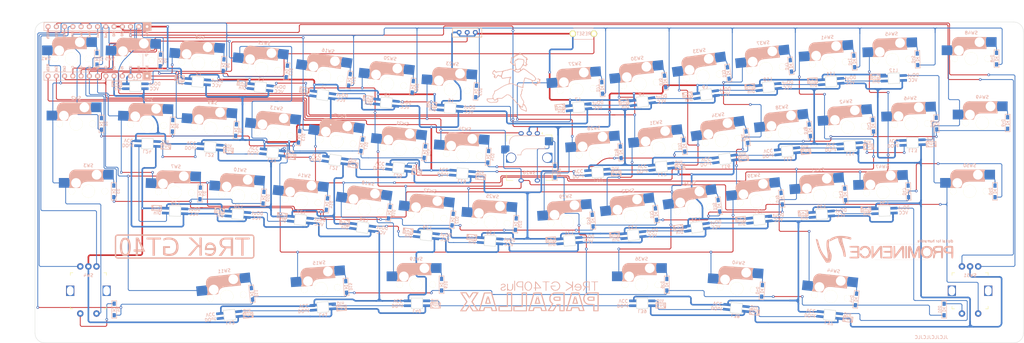
<source format=kicad_pcb>
(kicad_pcb (version 20211014) (generator pcbnew)
  (layers (0 "F.Cu" signal) (31 "B.Cu" signal) (34 "B.Paste" user) (35 "F.Paste" user) (36 "B.SilkS" user "B.Silkscreen") (37 "F.SilkS" user "F.Silkscreen") (38 "B.Mask" user) (39 "F.Mask" user) (44 "Edge.Cuts" user))
  (net 0 "")
  (net 1 "Net-(D1-Pad2)")
  (net 2 "Row0")
  (net 3 "Net-(D2-Pad2)")
  (net 4 "Row1")
  (net 5 "Net-(D3-Pad2)")
  (net 6 "Row2")
  (net 7 "Net-(D4-Pad2)")
  (net 8 "Row3")
  (net 9 "Net-(D5-Pad2)")
  (net 10 "Net-(D6-Pad2)")
  (net 11 "Net-(D7-Pad2)")
  (net 12 "Net-(D8-Pad2)")
  (net 13 "Net-(D9-Pad2)")
  (net 14 "Net-(D10-Pad2)")
  (net 15 "Net-(D11-Pad2)")
  (net 16 "Net-(D12-Pad2)")
  (net 17 "Net-(D13-Pad2)")
  (net 18 "Net-(D14-Pad2)")
  (net 19 "Net-(D15-Pad2)")
  (net 20 "Net-(D16-Pad2)")
  (net 21 "Net-(D17-Pad2)")
  (net 22 "Net-(D18-Pad2)")
  (net 23 "Net-(D19-Pad2)")
  (net 24 "Net-(D20-Pad2)")
  (net 25 "Net-(D21-Pad2)")
  (net 26 "Net-(D22-Pad2)")
  (net 27 "Net-(D23-Pad2)")
  (net 28 "Net-(D24-Pad2)")
  (net 29 "Net-(D25-Pad2)")
  (net 30 "Net-(D26-Pad2)")
  (net 31 "Net-(D27-Pad1)")
  (net 32 "Net-(D28-Pad1)")
  (net 33 "Net-(D29-Pad1)")
  (net 34 "Net-(D30-Pad1)")
  (net 35 "Net-(D31-Pad1)")
  (net 36 "Net-(D32-Pad1)")
  (net 37 "Net-(D33-Pad1)")
  (net 38 "Net-(D34-Pad1)")
  (net 39 "Net-(D35-Pad1)")
  (net 40 "Net-(D36-Pad1)")
  (net 41 "Net-(D37-Pad1)")
  (net 42 "Net-(D38-Pad1)")
  (net 43 "Net-(D39-Pad1)")
  (net 44 "Net-(D40-Pad1)")
  (net 45 "Net-(D41-Pad1)")
  (net 46 "Net-(D42-Pad1)")
  (net 47 "Net-(D43-Pad1)")
  (net 48 "Net-(D44-Pad1)")
  (net 49 "Net-(D45-Pad1)")
  (net 50 "Net-(D46-Pad1)")
  (net 51 "Net-(D47-Pad1)")
  (net 52 "Net-(D48-Pad1)")
  (net 53 "Net-(D49-Pad1)")
  (net 54 "Net-(D50-Pad1)")
  (net 55 "Net-(D51-Pad1)")
  (net 56 "GND")
  (net 57 "Bat+")
  (net 58 "Net-(L1-Pad1)")
  (net 59 "LED")
  (net 60 "VCC")
  (net 61 "Net-(L2-Pad1)")
  (net 62 "Net-(L3-Pad1)")
  (net 63 "Net-(L4-Pad1)")
  (net 64 "Net-(L5-Pad1)")
  (net 65 "Net-(L6-Pad1)")
  (net 66 "Net-(L7-Pad1)")
  (net 67 "Net-(L8-Pad1)")
  (net 68 "Net-(L10-Pad3)")
  (net 69 "Net-(L10-Pad1)")
  (net 70 "Net-(L11-Pad1)")
  (net 71 "Net-(L12-Pad1)")
  (net 72 "Net-(L13-Pad1)")
  (net 73 "Net-(L14-Pad1)")
  (net 74 "Net-(L15-Pad1)")
  (net 75 "Net-(L16-Pad1)")
  (net 76 "Net-(L17-Pad1)")
  (net 77 "Net-(L18-Pad1)")
  (net 78 "Net-(L19-Pad1)")
  (net 79 "Net-(L20-Pad1)")
  (net 80 "Net-(L21-Pad1)")
  (net 81 "Net-(L22-Pad1)")
  (net 82 "Net-(L23-Pad1)")
  (net 83 "Net-(L24-Pad1)")
  (net 84 "Net-(L25-Pad1)")
  (net 85 "Net-(L26-Pad1)")
  (net 86 "Net-(L27-Pad1)")
  (net 87 "Net-(L28-Pad1)")
  (net 88 "Net-(L29-Pad1)")
  (net 89 "Net-(L30-Pad1)")
  (net 90 "Net-(L31-Pad1)")
  (net 91 "Net-(L32-Pad1)")
  (net 92 "Net-(L33-Pad1)")
  (net 93 "Net-(L34-Pad1)")
  (net 94 "Net-(L35-Pad1)")
  (net 95 "Net-(L36-Pad1)")
  (net 96 "Net-(L37-Pad1)")
  (net 97 "Net-(L38-Pad1)")
  (net 98 "Net-(L39-Pad1)")
  (net 99 "Net-(L40-Pad1)")
  (net 100 "Net-(L41-Pad1)")
  (net 102 "Col0")
  (net 103 "RE01a")
  (net 104 "RE01b")
  (net 105 "Col1")
  (net 106 "Col2")
  (net 107 "Col3")
  (net 108 "Col4")
  (net 109 "Col5")
  (net 110 "Col6")
  (net 111 "RE03b")
  (net 112 "RE03a")
  (net 113 "RE02a")
  (net 114 "RE02b")
  (net 115 "Reset")
  (footprint "kbd_Parts:LED_SK6812MINI-E_BL" (layer "F.Cu") (at 192.4909 63.5367 -176)
    (fp_text reference "L18")
    (fp_text value "SK6812MINI" hide)
    (fp_line (start 1.75 1.6) (end -1.75 1.6) (layer "Edge.Cuts") (width 0.12))
    (fp_line (start -1.75 -1.6) (end 1.75 -1.6) (layer "Edge.Cuts") (width 0.12))
    (fp_line (start 1.75 -1.6) (end 1.75 1.6) (layer "Edge.Cuts") (width 0.12))
    (fp_line (start -1.75 1.6) (end -1.75 -1.6) (layer "Edge.Cuts") (width 0.12))
  )
  (footprint "kbd_Parts:Diode_SMD" (layer "F.Cu") (at 119.9048 55.1986 82)
    (fp_text reference "D17")
    (fp_text value "D" hide)
  )
  (footprint "kbd_SW:CherryMX_Hotswap_1u" (layer "F.Cu") (at 131.591 56.44 -6)
    (fp_text reference "SW21")
    (fp_text value "SW_PUSH" hide)
  )
  (footprint "kbd_Parts:Diode_SMD" (layer "F.Cu") (at 252.0188 30.7634 -84)
    (fp_text reference "D37")
    (fp_text value "D" hide)
  )
  (footprint "kbd_Parts:Diode_SMD" (layer "F.Cu") (at 315.3449 28.5283 -90)
    (fp_text reference "D48")
    (fp_text value "D" hide)
  )
  (footprint "kbd_Parts:Battery_XH2.5_GL_PCB" (layer "F.Cu") (at 152.3477 20.3967)
    (fp_text reference "J1")
    (fp_text value "Conn_01x02" hide)
  )
  (footprint "kbd_SW:CherryMX_Hotswap_1u" (layer "F.Cu") (at 230.6996 53.757 8)
    (fp_text reference "SW34")
    (fp_text value "SW_PUSH" hide)
  )
  (footprint "kbd_SW:CherryMX_Hotswap_1u" (layer "F.Cu") (at 30.54 28.55)
    (fp_text reference "SW1")
    (fp_text value "SW_PUSH" hide)
  )
  (footprint "kbd_Parts:Diode_SMD" (layer "F.Cu") (at 147.8707 78.1036 84)
    (fp_text reference "D22")
    (fp_text value "D" hide)
  )
  (footprint "kbd_Parts:Diode_SMD" (layer "F.Cu") (at 89.6345 71.3518 86)
    (fp_text reference "D10")
    (fp_text value "D" hide)
  )
  (footprint "kbd_SW:CherryMX_Hotswap_1u" (layer "F.Cu") (at 211.3154 56.1355 6)
    (fp_text reference "SW31")
    (fp_text value "SW_PUSH" hide)
  )
  (footprint "kbd_SW:CherryMX_Hotswap_1.75u" (layer "F.Cu") (at 35.7188 69.36)
    (fp_text reference "SW3")
    (fp_text value "SW_PUSH" hide)
  )
  (footprint "kbd_SW:CherryMX_Hotswap_1u" (layer "F.Cu") (at 108.4092 33.985 -8)
    (fp_text reference "SW16")
    (fp_text value "SW_PUSH" hide)
  )
  (footprint "kbd_Parts:Diode_SMD" (layer "F.Cu") (at 128.3508 75.9557 82)
    (fp_text reference "D18")
    (fp_text value "D" hide)
  )
  (footprint "kbd_Parts:Diode_SMD" (layer "F.Cu") (at 238.4785 52.7178 -82)
    (fp_text reference "D34")
    (fp_text value "D" hide)
  )
  (footprint "kbd_SW:CherryMX_Hotswap_1u" (layer "F.Cu") (at 263.7589 29.89 4)
    (fp_text reference "SW41")
    (fp_text value "SW_PUSH" hide)
  )
  (footprint "kbd_Parts:LED_SK6812MINI-E_BL" (layer "F.Cu") (at 139.7551 82.9021 -6)
    (fp_text reference "L29")
    (fp_text value "SK6812MINI" hide)
    (fp_line (start -1.75 -1.6) (end 1.75 -1.6) (layer "Edge.Cuts") (width 0.12))
    (fp_line (start -1.75 1.6) (end -1.75 -1.6) (layer "Edge.Cuts") (width 0.12))
    (fp_line (start 1.75 -1.6) (end 1.75 1.6) (layer "Edge.Cuts") (width 0.12))
    (fp_line (start 1.75 1.6) (end -1.75 1.6) (layer "Edge.Cuts") (width 0.12))
  )
  (footprint "kbd_SW:CherryMX_Hotswap_1u" (layer "F.Cu") (at 186.08 38.05 4)
    (fp_text reference "SW27")
    (fp_text value "SW_PUSH" hide)
  )
  (footprint "kbd_Parts:Micon_BMP_GL" (layer "F.Cu") (at 36.7697 26.3317 -90)
    (fp_text reference "U1" hide)
    (fp_text value "BLEMicroPro" hide)
  )
  (footprint "kbd_Parts:RotaryEncoder_EC12E" (layer "F.Cu") (at 35.7188 100.0125 -90)
    (fp_text reference "SW4")
    (fp_text value "RotaryEncoder_Switch")
  )
  (footprint "kbd_Parts:Diode_SMD" (layer "F.Cu") (at 199.6241 57.3661 -86)
    (fp_text reference "D28")
    (fp_text value "D" hide)
  )
  (footprint "kbd_SW:CherryMX_Hotswap_1.75u" (layer "F.Cu") (at 235.37 99.32 -4)
    (fp_text reference "SW40")
    (fp_text value "SW_PUSH" hide)
  )
  (footprint "kbd_Parts:Diode_SMD" (layer "F.Cu") (at 299.1909 105.7647 -90)
    (fp_text reference "D51")
    (fp_text value "D" hide)
  )
  (footprint "kbd_SW:CherryMX_Hotswap_1.5u" (layer "F.Cu") (at 307.5507 28.528)
    (fp_text reference "SW48")
    (fp_text value "SW_PUSH" hide)
  )
  (footprint "kbd_Parts:Diode_SMD" (layer "F.Cu") (at 100.5774 52.6054 84)
    (fp_text reference "D13")
    (fp_text value "D" hide)
  )
  (footprint "kbd_SW:CherryMX_Hotswap_1.25u" (layer "F.Cu") (at 310.95 48.315)
    (fp_text reference "SW49")
    (fp_text value "SW_PUSH" hide)
  )
  (footprint "kbd_SW:CherryMX_Hotswap_1u" (layer "F.Cu") (at 250.0835 51.376 6)
    (fp_text reference "SW38")
    (fp_text value "SW_PUSH" hide)
  )
  (footprint "kbd_Parts:LED_SK6812MINI-E_BL" (layer "F.Cu") (at 92.4549 57.4054 174)
    (fp_text reference "L22")
    (fp_text value "SK6812MINI" hide)
    (fp_line (start -1.75 1.6) (end -1.75 -1.6) (layer "Edge.Cuts") (width 0.12))
    (fp_line (start 1.75 1.6) (end -1.75 1.6) (layer "Edge.Cuts") (width 0.12))
    (fp_line (start -1.75 -1.6) (end 1.75 -1.6) (layer "Edge.Cuts") (width 0.12))
    (fp_line (start 1.75 -1.6) (end 1.75 1.6) (layer "Edge.Cuts") (width 0.12))
  )
  (footprint "kbd_SW:CherryMX_Hotswap_1u" (layer "F.Cu") (at 73.367 49.985 -4)
    (fp_text reference "SW9")
    (fp_text value "SW_PUSH" hide)
  )
  (footprint "kbd_Parts:LED_SK6812MINI-E_BL" (layer "F.Cu") (at 79.1698 107.443 -174)
    (fp_text reference "L42")
    (fp_text value "SK6812MINI" hide)
    (fp_line (start 1.75 -1.6) (end 1.75 1.6) (layer "Edge.Cuts") (width 0.12))
    (fp_line (start -1.75 1.6) (end -1.75 -1.6) (layer "Edge.Cuts") (width 0.12))
    (fp_line (start -1.75 -1.6) (end 1.75 -1.6) (layer "Edge.Cuts") (width 0.12))
    (fp_line (start 1.75 1.6) (end -1.75 1.6) (layer "Edge.Cuts") (width 0.12))
  )
  (footprint "kbd_Parts:Diode_SMD" (layer "F.Cu") (at 314.8628 69.4033 -90)
    (fp_text reference "D50")
    (fp_text value "D" hide)
  )
  (footprint "kbd_SW:CherryMX_Hotswap_1u" (layer "F.Cu") (at 283.2615 28.865 2)
    (fp_text reference "SW45")
    (fp_text value "SW_PUSH" hide)
  )
  (footprint "kbd_Parts:Diode_SMD" (layer "F.Cu") (at 86.087 100.9529 96)
    (fp_text reference "D11")
    (fp_text value "D" hide)
  )
  (footprint "kbd_Parts:LED_SK6812MINI-E_BL" (layer "F.Cu") (at 69.4037 35.6376 -4)
    (fp_text reference "L2")
    (fp_text value "SK6812MINI" hide)
    (fp_line (start 1.75 -1.6) (end 1.75 1.6) (layer "Edge.Cuts") (width 0.12))
    (fp_line (start -1.75 -1.6) (end 1.75 -1.6) (layer "Edge.Cuts") (width 0.12))
    (fp_line (start -1.75 1.6) (end -1.75 -1.6) (layer "Edge.Cuts") (width 0.12))
    (fp_line (start 1.75 1.6) (end -1.75 1.6) (layer "Edge.Cuts") (width 0.12))
  )
  (footprint "kbd_SW:CherryMX_Hotswap_1u" (layer "F.Cu") (at 89.0252 31.605 -6)
    (fp_text reference "SW12")
    (fp_text value "SW_PUSH" hide)
  )
  (footprint "kbd_Parts:Diode_SMD" (layer "F.Cu") (at 70.1333 70.0324 88)
    (fp_text reference "D7")
    (fp_text value "D" hide)
  )
  (footprint "kbd_SW:CherryMX_Hotswap_1u" (layer "F.Cu") (at 120.7315 74.8 -8)
    (fp_text reference "SW18")
    (fp_text value "SW_PUSH" hide)
  )
  (footprint "kbd_SW:CherryMX_Hotswap_1u" (layer "F.Cu") (at 127.7938 36.36 -6)
    (fp_text reference "SW20")
    (fp_text value "SW_PUSH" hide)
  )
  (footprint "kbd_SW:CherryMX_Hotswap_1.25u" (layer "F.Cu") (at 206.0212 98.13)
    (fp_text reference "SW36")
    (fp_text value "SW_PUSH" hide)
  )
  (footprint "kbd_Parts:Diode_SMD" (layer "F.Cu") (at 39.7437 48.6207 90)
    (fp_text reference "D2")
    (fp_text value "D" hide)
  )
  (footprint "kbd_Parts:Diode_SMD" (layer "F.Cu") (at 116.0886 35.0673 82)
    (fp_text reference "D16")
    (fp_text value "D" hide)
  )
  (footprint "kbd_Parts:Diode_SMD" (layer "F.Cu") (at 158.8139 58.7541 86)
    (fp_text reference "D24")
    (fp_text value "D" hide)
  )
  (footprint "kbd_Parts:Diode_SMD" (layer "F.Cu") (at 77.3362 30.5305 86)
    (fp_text reference "D8")
    (fp_text value "D" hide)
  )
  (footprint "kbd_Parts:LED_SK6812MINI-E_BL" (layer "F.Cu") (at 235.1961 105.3113 174)
    (fp_text reference "L38")
    (fp_text value "SK6812MINI" hide)
    (fp_line (start 1.75 -1.6) (end 1.75 1.6) (layer "Edge.Cuts") (width 0.12))
    (fp_line (start -1.75 1.6) (end -1.75 -1.6) (layer "Edge.Cuts") (width 0.12))
    (fp_line (start 1.75 1.6) (end -1.75 1.6) (layer "Edge.Cuts") (width 0.12))
    (fp_line (start -1.75 -1.6) (end 1.75 -1.6) (layer "Edge.Cuts") (width 0.12))
  )
  (footprint "kbd_Parts:Diode_SMD" (layer "F.Cu") (at 81.1768 50.5212 86)
    (fp_text reference "D9")
    (fp_text value "D" hide)
  )
  (footprint "kbd_Parts:Diode_SMD" (layer "F.Cu") (at 61.6384 49.2114 88)
    (fp_text reference "D6")
    (fp_text value "D" hide)
  )
  (footprint "kbd_Parts:LED_SK6812MINI-E_BL" (layer "F.Cu") (at 186.6771 43.4983 6)
    (fp_text reference "L7")
    (fp_text value "SK6812MINI" hide)
    (fp_line (start 1.75 1.6) (end -1.75 1.6) (layer "Edge.Cuts") (width 0.12))
    (fp_line (start 1.75 -1.6) (end 1.75 1.6) (layer "Edge.Cuts") (width 0.12))
    (fp_line (start -1.75 -1.6) (end 1.75 -1.6) (layer "Edge.Cuts") (width 0.12))
    (fp_line (start -1.75 1.6) (end -1.75 -1.6) (layer "Edge.Cuts") (width 0.12))
  )
  (footprint "kbd_SW:CherryMX_Hotswap_1u" (layer "F.Cu") (at 241.4411 72.425 6)
    (fp_text reference "SW39")
    (fp_text value "SW_PUSH" hide)
  )
  (footprint "kbd_Parts:Diode_SMD" (layer "F.Cu") (at 268.718 70.3209 -86)
    (fp_text reference "D43")
    (fp_text value "D" hide)
  )
  (footprint "kbd_SW:CherryMX_Hotswap_1u" (layer "F.Cu") (at 191.8601 57.837 4)
    (fp_text reference "SW28")
    (fp_text value "SW_PUSH" hide)
  )
  (footprint "kbd_SW:CherryMX_Hotswap_1u" (layer "F.Cu") (at 202.6731 77.185 6)
    (fp_text reference "SW32")
    (fp_text value "SW_PUSH" hide)
  )
  (footprint "kbd_Parts:Diode_SMD" (layer "F.Cu") (at 144.4564 98.1355 90)
    (fp_text reference "D19")
    (fp_text value "D" hide)
  )
  (footprint "kbd_SW:CherryMX_Hotswap_1u" (layer "F.Cu") (at 81.892 70.72 -4)
    (fp_text reference "SW10")
    (fp_text value "SW_PUSH" hide)
  )
  (footprint "kbd_Parts:LED_SK6812MINI-E_BL" (layer "F.Cu") (at 107.9204 105.0138 -176)
    (fp_text reference "L41")
    (fp_text value "SK6812MINI" hide)
    (fp_line (start -1.75 -1.6) (end 1.75 -1.6) (layer "Edge.Cuts") (width 0.12))
    (fp_line (start 1.75 -1.6) (end 1.75 1.6) (layer "Edge.Cuts") (width 0.12))
    (fp_line (start 1.75 1.6) (end -1.75 1.6) (layer "Edge.Cuts") (width 0.12))
    (fp_line (start -1.75 1.6) (end -1.75 -1.6) (layer "Edge.Cuts") (width 0.12))
  )
  (footprint "kbd_Parts:LED_SK6812MINI-E_BL" (layer "F.Cu") (at 270.1708 55.3753 -176)
    (fp_text reference "L14")
    (fp_text value "SK6812MINI" hide)
    (fp_line (start 1.75 -1.6) (end 1.75 1.6) (layer "Edge.Cuts") (width 0.12))
    (fp_line (start -1.75 -1.6) (end 1.75 -1.6) (layer "Edge.Cuts") (width 0.12))
    (fp_line (start -1.75 1.6) (end -1.75 -1.6) (layer "Edge.Cuts") (width 0.12))
    (fp_line (start 1.75 1.6) (end -1.75 1.6) (layer "Edge.Cuts") (width 0.12))
  )
  (footprint "kbd_Parts:LED_SK6812MINI-E_BL" (layer "F.Cu") (at 131.2227 62.1574 174)
    (fp_text reference "L20")
    (fp_text value "SK6812MINI" hide)
    (fp_line (start 1.75 -1.6) (end 1.75 1.6) (layer "Edge.Cuts") (width 0.12))
    (fp_line (start -1.75 1.6) (end -1.75 -1.6) (layer "Edge.Cuts") (width 0.12))
    (fp_line (start -1.75 -1.6) (end 1.75 -1.6) (layer "Edge.Cuts") (width 0.12))
    (fp_line (start 1.75 1.6) (end -1.75 1.6) (layer "Edge.Cuts") (width 0.12))
  )
  (footprint "kbd_SW:CherryMX_Hotswap_1u" (layer "F.Cu") (at 101.3474 72.42 -6)
    (fp_text reference "SW14")
    (fp_text value "SW_PUSH" hide)
  )
  (footprint "kbd_Parts:LED_SK6812MINI-E_BL" (layer "F.Cu") (at 261.5228 76.4236 4)
    (fp_text reference "L35")
    (fp_text value "SK6812MINI" hide)
    (fp_line (start -1.75 -1.6) (end 1.75 -1.6) (layer "Edge.Cuts") (width 0.12))
    (fp_line (start -1.75 1.6) (end -1.75 -1.6) (layer "Edge.Cuts") (width 0.12))
    (fp_line (start 1.75 1.6) (end -1.75 1.6) (layer "Edge.Cuts") (width 0.12))
    (fp_line (start 1.75 -1.6) (end 1.75 1.6) (layer "Edge.Cuts") (width 0.12))
  )
  (footprint "kbd_SW:CherryMX_Hotswap_1u" (layer "F.Cu") (at 289.0421 48.655 2)
    (fp_text reference "SW46")
    (fp_text value "SW_PUSH" hide)
  )
  (footprint "kbd_Parts:Diode_SMD" (layer "F.Cu") (at 213.8165 98.1573 -90)
    (fp_text reference "D36")
    (fp_text value "D" hide)
  )
  (footprint "kbd_Parts:LED_SK6812MINI-E_BL" (layer "F.Cu") (at 62.4173 75.4335 -2)
    (fp_text reference "L25")
    (fp_text value "SK6812MINI" hide)
    (fp_line (start -1.75 1.6) (end -1.75 -1.6) (layer "Edge.Cuts") (width 0.12))
    (fp_line (start 1.75 1.6) (end -1.75 1.6) (layer "Edge.Cuts") (width 0.12))
    (fp_line (start -1.75 -1.6) (end 1.75 -1.6) (layer "Edge.Cuts") (width 0.12))
    (fp_line (start 1.75 -1.6) (end 1.75 1.6) (layer "Edge.Cuts") (width 0.12))
  )
  (footprint "Switch_CherryMX_Kailh_Socket:SW_Cherry_MX_1.00u_Kailh_EC12" (layer "F.Cu") (at 171.45 59.0399)
    (fp_text reference "SW26")
    (fp_text value "RotaryEncoder_Switch")
  )
  (footprint "kbd_Parts:ResetSW" (layer "F.Cu") (at 188.11875 20.8507)
    (fp_text reference "SW52" hide)
    (fp_text value "SW_PUSH")
  )
  (footprint "kbd_SW:CherryMX_Hotswap_1.75u" (layer "F.Cu") (at 307.07 69.36)
    (fp_text reference "SW50")
    (fp_text value "SW_PUSH" hide)
  )
  (footprint "kbd_Parts:Diode_SMD" (layer "F.Cu") (at 232.732 32.9616 -82)
    (fp_text reference "D33")
    (fp_text value "D" hide)
  )
  (footprint "kbd_Parts:Diode_SMD" (layer "F.Cu") (at 271.5188 29.3862 -86)
    (fp_text reference "D41")
    (fp_text value "D" hide)
  )
  (footprint "kbd_SW:CherryMX_Hotswap_1u" (layer "F.Cu") (at 244.3035 31.59 6)
    (fp_text reference "SW37")
    (fp_text value "SW_PUSH" hide)
  )
  (footprint "kbd_SW:CherryMX_Hotswap_1u" (layer "F.Cu") (at 205.5354 36.35 6)
    (fp_text reference "SW30")
    (fp_text value "SW_PUSH" hide)
  )
  (footprint "kbd_Parts:LED_SK6812MINI-E_BL" (layer "F.Cu") (at 127.435 42.0887 -6)
    (fp_text reference "L5")
    (fp_text value "SK6812MINI" hide)
    (fp_line (start -1.75 1.6) (end -1.75 -1.6) (layer "Edge.Cuts") (width 0.12))
    (fp_line (start 1.75 1.6) (end -1.75 1.6) (layer "Edge.Cuts") (width 0.12))
    (fp_line (start 1.75 -1.6) (end 1.75 1.6) (layer "Edge.Cuts") (width 0.12))
    (fp_line (start -1.75 -1.6) (end 1.75 -1.6) (layer "Edge.Cuts") (width 0.12))
  )
  (footprint "kbd_SW:CherryMX_Hotswap_1u" (layer "F.Cu") (at 53.8641 48.965 -2)
    (fp_text reference "SW6")
    (fp_text value "SW_PUSH" hide)
  )
  (footprint "kbd_SW:CherryMX_Hotswap_1u" (layer "F.Cu") (at 62.3891 69.7 -2)
    (fp_text reference "SW7")
    (fp_text value "SW_PUSH" hide)
  )
  (footprint "kbd_Parts:LED_SK6812MINI-E_BL" (layer "F.Cu") (at 81.7179 76.4513 -4)
    (fp_text reference "L26")
    (fp_text value "SK6812MINI" hide)
    (fp_line (start -1.75 -1.6) (end 1.75 -1.6) (layer "Edge.Cuts") (width 0.12))
    (fp_line (start 1.75 -1.6) (end 1.75 1.6) (layer "Edge.Cuts") (width 0.12))
    (fp_line (start -1.75 1.6) (end -1.75 -1.6) (layer "Edge.Cuts") (width 0.12))
    (fp_line (start 1.75 1.6) (end -1.75 1.6) (layer "Edge.Cuts") (width 0.12))
  )
  (footprint "kbd_SW:CherryMX_Hotswap_1u" (layer "F.Cu") (at 151.047 58.135 -4)
    (fp_text reference "SW24")
    (fp_text value "SW_PUSH" hide)
  )
  (footprint "kbd_SW:CherryMX_Hotswap_1.75u" (layer "F.Cu") (at 107.297 99.32 4)
    (fp_text reference "SW15")
    (fp_text value "SW_PUSH" hide)
  )
  (footprint "kbd_SW:CherryMX_Hotswap_1u" (layer "F.Cu") (at 92.8224 51.686 -6)
    (fp_text reference "SW13")
    (fp_text value "SW_PUSH" hide)
  )
  (footprint "kbd_SW:CherryMX_Hotswap_1u" (layer "F.Cu") (at 222.0571 74.805 8)
    (fp_text reference "SW35")
    (fp_text value "SW_PUSH" hide)
  )
  (footprint "kbd_Parts:RotaryEncoder_EC12E" (layer "F.Cu") (at 307.1813 100.0125 -90)
    (fp_text reference "SW51")
    (fp_text value "RotaryEncoder_Switch")
  )
  (footprint "kbd_Parts:LED_SK6812MINI-E_BL" (layer "F.Cu") (at 283.6921 34.5816 2)
    (fp_text reference "L12")
    (fp_text value "SK6812MINI" hide)
    (fp_line (start 1.75 -1.6) (end 1.75 1.6) (layer "Edge.Cuts") (width 0.12))
    (fp_line (start -1.75 1.6) (end -1.75 -1.6) (layer "Edge.Cuts") (width 0.12))
    (fp_line (start -1.75 -1.6) (end 1.75 -1.6) (layer "Edge.Cuts") (width 0.12))
    (fp_line (start 1.75 1.6) (end -1.75 1.6) (layer "Edge.Cuts") (width 0.12))
  )
  (footprint "kbd_SW:CherryMX_Hotswap_1.25u" (layer "F.Cu") (at 264.3198 101.77 -6)
    (fp_text reference "SW44")
    (fp_text value "SW_PUSH" hide)
  )
  (footprint "kbd_Parts:LED_SK6812MINI-E_BL" (layer "F.Cu") (at 203.4869 82.8619 6)
    (fp_text reference "L32")
    (fp_text value "SK6812MINI" hide)
    (fp_line (start 1.75 -1.6) (end 1.75 1.6) (layer "Edge.Cuts") (width 0.12))
    (fp_line (start -1.75 -1.6) (end 1.75 -1.6) (layer "Edge.Cuts") (width 0.12))
    (fp_line (start 1.75 1.6) (end -1.75 1.6) (layer "Edge.Cuts") (width 0.12))
    (fp_line (start -1.75 1.6) (end -1.75 -1.6) (layer "Edge.Cuts") (width 0.12))
  )
  (footprint "kbd_Parts:Diode_SMD" (layer "F.Cu") (at 139.2949 57.306 84)
    (fp_text reference "D21")
    (fp_text value "D" hide)
  )
  (footprint "kbd_SW:CherryMX_Hotswap_1u" (layer "F.Cu") (at 280.3996 69.703 2)
    (fp_text reference "SW47")
    (fp_text value "SW_PUSH" hide)
  )
  (footprint "kbd_SW:CherryMX_Hotswap_1u" (layer "F.Cu") (at 140.116 77.178 -6)
    (fp_text reference "SW22")
    (fp_text value "SW_PUSH" hide)
  )
  (footprint "kbd_SW:CherryMX_Hotswap_1u" (layer "F.Cu") (at 159.5717 78.875 -4)
    (fp_text reference "SW25")
    (fp_text value "SW_PUSH" hide)
  )
  (footprint "kbd_Parts:Diode_SMD" (layer "F.Cu") (at 288.1908 69.4177 -88)
    (fp_text reference "D47")
    (fp_text value "D" hide)
  )
  (footprint "kbd_Parts:LED_SK6812MINI-E_BL" (layer "F.Cu") (at 120.162 80.5067 -8)
    (fp_text reference "L28")
    (fp_text value "SK6812MINI" hide)
    (fp_line (start -1.75 -1.6) (end 1.75 -1.6) (layer "Edge.Cuts") (width 0.12))
    (fp_line (start -1.75 1.6) (end -1.75 -1.6) (layer "Edge.Cuts") (width 0.12))
    (fp_line (start 1.75 -1.6) (end 1.75 1.6) (layer "Edge.Cuts") (width 0.12))
    (fp_line (start 1.75 1.6) (end -1.75 1.6) (layer "Edge.Cuts") (width 0.12))
  )
  (footprint "kbd_Parts:LED_SK6812MINI-E_BL" (layer "F.Cu") (at 289.4695 54.3706 -178)
    (fp_text reference "L13")
    (fp_text value "SK6812MINI" hide)
    (fp_line (start -1.75 -1.6) (end 1.75 -1.6) (layer "Edge.Cuts") (width 0.12))
    (fp_line (start -1.75 1.6) (end -1.75 -1.6) (layer "Edge.Cuts") (width 0.12))
    (fp_line (start 1.75 1.6) (end -1.75 1.6) (layer "Edge.Cuts") (width 0.12))
    (fp_line (start 1.75 -1.6) (end 1.75 1.6) (layer "Edge.Cuts") (width 0.12))
  )
  (footprint "kbd_Parts:LED_SK6812MINI-E_BL" (layer "F.Cu") (at 50.1808 37.0409)
    (fp_text reference "L1")
    (fp_text value "SK6812MINI" hide)
    (fp_line (start 1.75 -1.6) (end 1.75 1.6) (layer "Edge.Cuts") (width 0.12))
    (fp_line (start -1.75 1.6) (end -1.75 -1.6) (layer "Edge.Cuts") (width 0.12))
    (fp_line (start -1.75 -1.6) (end 1.75 -1.6) (layer "Edge.Cuts") (width 0.12))
    (fp_line (start 1.75 1.6) (end -1.75 1.6) (layer "Edge.Cuts") (width 0.12))
  )
  (footprint "kbd_SW:CherryMX_Hotswap_1u" (layer "F.Cu") (at 260.8966 70.726 4)
    (fp_text reference "SW43")
    (fp_text value "SW_PUSH" hide)
  )
  (footprint "kbd_Parts:Diode_SMD" (layer "F.Cu") (at 43.6668 105.7564 90)
    (fp_text reference "D4")
    (fp_text value "D" hide)
  )
  (footprint "kbd_Parts:LED_SK6812MINI-E_BL" (layer "F.Cu") (at 223.0744 80.4488 8)
    (fp_text reference "L33")
    (fp_text value "SK6812MINI" hide)
    (fp_line (start 1.75 -1.6) (end 1.75 1.6) (layer "Edge.Cuts") (width 0.12))
    (fp_line (start -1.75 -1.6) (end 1.75 -1.6) (layer "Edge.Cuts") (width 0.12))
    (fp_line (start 1.75 1.6) (end -1.75 1.6) (layer "Edge.Cuts") (width 0.12))
    (fp_line (start -1.75 1.6) (end -1.75 -1.6) (layer "Edge.Cuts") (width 0.12))
  )
  (footprint "kbd_Parts:Diode_SMD" (layer "F.Cu") (at 229.8765 73.8464 -82)
    (fp_text reference "D35")
    (fp_text value "D" hide)
  )
  (footprint "kbd_Parts:Diode_SMD" (layer "F.Cu") (at 272.0634 102.6709 -96)
    (fp_text reference "D44")
    (fp_text value "D" hide)
  )
  (footprint "kbd_Parts:Diode_SMD" (layer "F.Cu") (at 96.8076 32.4706 84)
    (fp_text reference "D12")
    (fp_text value "D" hide)
  )
  (footprint "kbd_Parts:LED_SK6812MINI-E_BL" (layer "F.Cu") (at 136.8742 103.8566 180)
    (fp_text reference "L40")
    (fp_text value "SK6812MINI" hide)
    (fp_line (start 1.75 1.6) (end -1.75 1.6) (layer "Edge.Cuts") (width 0.12))
    (fp_line (start -1.75 1.6) (end -1.75 -1.6) (layer "Edge.Cuts") (width 0.12))
    (fp_line (start 1.75 -1.6) (end 1.75 1.6) (layer "Edge.Cuts") (width 0.12))
    (fp_line (start -1.75 -1.6) (end 1.75 -1.6) (layer "Edge.Cuts") (width 0.12))
  )
  (footprint "kbd_Parts:LED_SK6812MINI-E_BL" (layer "F.Cu") (at 150.8727 63.8688 176)
    (fp_text reference "L19")
    (fp_text value "SK6812MINI" hide)
    (fp_line (start -1.75 1.6) (end -1.75 -1.6) (layer "Edge.Cuts") (width 0.12))
    (fp_line (start 1.75 -1.6) (end 1.75 1.6) (layer "Edge.Cuts") (width 0.12))
    (fp_line (start -1.75 -1.6) (end 1.75 -1.6) (layer "Edge.Cuts") (width 0.12))
    (fp_line (start 1.75 1.6) (end -1.75 1.6) (layer "Edge.Cuts") (width 0.12))
  )
  (footprint "kbd_SW:CherryMX_Hotswap_1.25u" (layer "F.Cu") (at 31.9563 48.625)
    (fp_text reference "SW2")
    (fp_text value "SW_PUSH" hide)
  )
  (footprint "kbd_Parts:LED_SK6812MINI-E_BL" (layer "F.Cu") (at 147.0846 43.791 -4)
    (fp_text reference "L6")
    (fp_text value "SK6812MINI" hide)
    (fp_line (start -1.75 -1.6) (end 1.75 -1.6) (layer "Edge.Cuts") (width 0.12))
    (fp_line (start 1.75 1.6) (end -1.75 1.6) (layer "Edge.Cuts") (width 0.12))
    (fp_line (start 1.75 -1.6) (end 1.75 1.6) (layer "Edge.Cuts") (width 0.12))
    (fp_line (start -1.75 1.6) (end -1.75 -1.6) (layer "Edge.Cuts") (width 0.12))
  )
  (footprint "kbd_Parts:Diode_SMD" (layer "F.Cu") (at 296.8408 48.5242 -88)
    (fp_text reference "D46")
    (fp_text value "D" hide)
  )
  (footprint "kbd_SW:CherryMX_Hotswap_1.25u" (layer "F.Cu") (at 78.3472 101.77 6)
    (fp_text reference "SW11")
    (fp_text value "SW_PUSH" hide)
  )
  (footprint "kbd_Parts:Diode_SMD" (layer "F.Cu") (at 257.8529 50.5733 -84)
    (fp_text reference "D38")
    (fp_text value "D" hide)
  )
  (footprint "kbd_Parts:Diode_SMD" (layer "F.Cu") (at 155.0859 38.6301 86)
    (fp_text reference "D23")
    (fp_text value "D" hide)
  )
  (footprint "kbd_Parts:Diode_SMD" (layer "F.Cu") (at 318.7463 48.3465 -90)
    (fp_text reference "D49")
    (fp_text value "D" hide)
  )
  (footprint "kbd_Parts:LED_SK6812MINI-E_BL" (layer "F.Cu") (at 111.6453 59.7701 172)
    (fp_text reference "L21")
    (fp_text value "SK6812MINI" hide)
    (fp_line (start 1.75 1.6) (end -1.75 1.6) (layer "Edge.Cuts") (width 0.12))
    (fp_line (start -1.75 1.6) (end -1.75 -1.6) (layer "Edge.Cuts") (width 0.12))
    (fp_line (start -1.75 -1.6) (end 1.75 -1.6) (layer "Edge.Cuts") (width 0.12))
    (fp_line (start 1.75 -1.6) (end 1.75 1.6) (layer "Edge.Cuts") (width 0.12))
  )
  (footprint "kbd_Parts:LED_SK6812MINI-E_BL" (layer "F.Cu") (at 206.3248 41.7797 8)
    (fp_text reference "L8")
    (fp_text value "SK6812MINI" hide)
    (fp_line (start 1.75 1.6) (end -1.75 1.6) (layer "Edge.Cuts") (width 0.12))
    (fp_line (start -1.75 -1.6) (end 1.75 -1.6) (layer "Edge.Cuts") (width 0.12))
    (fp_line (start -1.75 1.6) (end -1.75 -1.6) (layer "Edge.Cuts") (width 0.12))
    (fp_line (start 1.75 -1.6) (end 1.75 1.6) (layer "Edge.Cuts") (width 0.12))
  )
  (footprint "kbd_Parts:LED_SK6812MINI-E_BL" (layer "F.Cu") (at 159.4057 84.5998 -4)
    (fp_text reference "L30")
    (fp_text value "SK6812MINI" hide)
    (fp_line (start 1.75 -1.6) (end 1.75 1.6) (layer "Edge.Cuts") (width 0.12))
    (fp_line (start -1.75 1.6) (end -1.75 -1.6) (layer "Edge.Cuts") (width 0.12))
    (fp_line (start -1.75 -1.6) (end 1.75 -1.6) (layer "Edge.Cuts") (width 0.12))
    (fp_line (start 1.75 1.6) (end -1.75 1.6) (layer "Edge.Cuts") (width 0.12))
  )
  (footprint "kbd_Parts:LED_SK6812MINI-E_BL" (layer "F.Cu") (at 100.9877 78.1456 -6)
    (fp_text reference "L27")
    (fp_text value "SK6812MINI" hide)
    (fp_line (start 1.75 1.6) (end -1.75 1.6) (layer "Edge.Cuts") (width 0.12))
    (fp_line (start 1.75 -1.6) (end 1.75 1.6) (layer "Edge.Cuts") (width 0.12))
    (fp_line (start -1.75 1.6) (end -1.75 -1.6) (layer "Edge.Cuts") (width 0.12))
    (fp_line (start -1.75 -1.6) (end 1.75 -1.6) (layer "Edge.Cuts") (width 0.12))
  )
  (footprint "kbd_SW:CherryMX_Hotswap_1u" (layer "F.Cu") (at 112.2066 54.064 -8)
    (fp_text reference "SW17")
    (fp_text value "SW_PUSH" hide)
  )
  (footprint "kbd_Parts:Diode_SMD" (layer "F.Cu") (at 43.5303 69.3884 90)
    (fp_text reference "D3")
    (fp_text value "D" hide)
  )
  (footprint "kbd_Parts:LED_SK6812MINI-E_BL" (layer "F.Cu") (at 263.949 107.4886 174)
    (fp_text reference "L37")
    (fp_text value "SK6812MINI" hide)
    (fp_line (start 1.75 1.6) (end -1.75 1.6) (layer "Edge.Cuts") (width 0.12))
    (fp_line (start 1.75 -1.6) (end 1.75 1.6) (layer "Edge.Cuts") (width 0.12))
    (fp_line (start -1.75 -1.6) (end 1.75 -1.6) (layer "Edge.Cuts") (width 0.12))
    (fp_line (start -1.75 1.6) (end -1.75 -1.6) (layer "Edge.Cuts") (width 0.12))
  )
  (footprint "kbd_Parts:LED_SK6812MINI-E_BL" (layer "F.Cu") (at 212.1367 61.8048 -174)
    (fp_text reference "L17")
    (fp_text value "SK6812MINI" hide)
    (fp_line (start -1.75 -1.6) (end 1.75 -1.6) (layer "Edge.Cuts") (width 0.12))
    (fp_line (start -1.75 1.6) (end -1.75 -1.6) (layer "Edge.Cuts") (width 0.12))
    (fp_line (start 1.75 -1.6) (end 1.75 1.6) (layer "Edge.Cuts") (width 0.12))
    (fp_line (start 1.75 1.6) (end -1.75 1.6) (layer "Edge.Cuts") (width 0.12))
  )
  (footprint "kbd_Parts:LED_SK6812MINI-E_BL" (layer "F.Cu") (at 242.2647 78.0969 6)
    (fp_text reference "L34")
    (fp_text value "SK6812MINI" hide)
    (fp_line (start -1.75 -1.6) (end 1.75 -1.6) (layer "Edge.Cuts") (width 0.12))
    (fp_line (start 1.75 -1.6) (end 1.75 1.6) (layer "Edge.Cuts") (width 0.12))
    (fp_line (start -1.75 1.6) (end -1.75 -1.6) (layer "Edge.Cuts") (width 0.12))
    (fp_line (start 1.75 1.6) (end -1.75 1.6) (layer "Edge.Cuts") (width 0.12))
  )
  (footprint "kbd_Parts:LED_SK6812MINI-E_BL" (layer "F.Cu") (at 280.8296 75.4223 2)
    (fp_text reference "L36")
    (fp_text value "SK6812MINI" hide)
    (fp_line (start -1.75 -1.6) (end 1.75 -1.6) (layer "Edge.Cuts") (width 0.12))
    (fp_line (start 1.75 1.6) (end -1.75 1.6) (layer "Edge.Cuts") (width 0.12))
    (fp_line (start 1.75 -1.6) (end 1.75 1.6) (layer "Edge.Cuts") (width 0.12))
    (fp_line (start -1.75 1.6) (end -1.75 -1.6) (layer "Edge.Cuts") (width 0.12))
  )
  (footprint "kbd_SW:CherryMX_Hotswap_1u" (layer "F.Cu") (at 269.539 49.677 4)
    (fp_text reference "SW42")
    (fp_text value "SW_PUSH" hide)
  )
  (footprint "kbd_Parts:LED_SK6812MINI-E_BL" (layer "F.Cu") (at 231.7235 59.3986 -172)
    (fp_text reference "L16")
    (fp_text value "SK6812MINI" hide)
    (fp_line (start -1.75 -1.6) (end 1.75 -1.6) (layer "Edge.Cuts") (width 0.12))
    (fp_line (start 1.75 -1.6) (end 1.75 1.6) (layer "Edge.Cuts") (width 0.12))
    (fp_line (start 1.75 1.6) (end -1.75 1.6) (layer "Edge.Cuts") (width 0.12))
    (fp_line (start -1.75 1.6) (end -1.75 -1.6) (layer "Edge.Cuts") (width 0.12))
  )
  (footprint "kbd_Parts:LED_SK6812MINI-E_BL" (layer "F.Cu") (at 225.9373 39.6062 8)
    (fp_text reference "L9")
    (fp_text value "SK6812MINI" hide)
    (fp_line (start 1.75 1.6) (end -1.75 1.6) (layer "Edge.Cuts") (width 0.12))
    (fp_line (start 1.75 -1.6) (end 1.75 1.6) (layer "Edge.Cuts") (width 0.12))
    (fp_line (start -1.75 1.6) (end -1.75 -1.6) (layer "Edge.Cuts") (width 0.12))
    (fp_line (start -1.75 -1.6) (end 1.75 -1.6) (layer "Edge.Cuts") (width 0.12))
  )
  (footprint "kbd_Parts:Diode_SMD" (layer "F.Cu") (at 210.4877 76.4068 -84)
    (fp_text reference "D32")
    (fp_text value "D" hide)
  )
  (footprint "kbd_Parts:LED_SK6812MINI-E_BL" (layer "F.Cu") (at 107.8442 39.6895 -8)
    (fp_text reference "L4")
    (fp_text value "SK6812MINI" hide)
    (fp_line (start -1.75 -1.6) (end 1.75 -1.6) (layer "Edge.Cuts") (width 0.12))
    (fp_line (start -1.75 1.6) (end -1.75 -1.6) (layer "Edge.Cuts") (width 0.12))
    (fp_line (start 1.75 -1.6) (end 1.75 1.6) (layer "Edge.Cuts") (width 0.12))
    (fp_line (start 1.75 1.6) (end -1.75 1.6) (layer "Edge.Cuts") (width 0.12))
  )
  (footprint "kbd_Parts:LED_SK6812MINI-E_BL" (layer "F.Cu") (at 206.2543 103.8605 180)
    (fp_text reference "L39")
    (fp_text value "SK6812MINI" hide)
    (fp_line (start 1.75 -1.6) (end 1.75 1.6) (layer "Edge.Cuts") (width 0.12))
    (fp_line (start 1.75 1.6) (end -1.75 1.6) (layer "Edge.Cuts") (width 0.12))
    (fp_line (start -1.75 1.6) (end -1.75 -1.6) (layer "Edge.Cuts") (width 0.12))
    (fp_line (start -1.75 -1.6) (end 1.75 -1.6) (layer "Edge.Cuts") (width 0.12))
  )
  (footprint "kbd_Parts:Diode_SMD" (layer "F.Cu") (at 167.324 79.4868 86)
    (fp_text reference "D25")
    (fp_text value "D" hide)
  )
  (footprint "kbd_Parts:Diode_SMD" (layer "F.Cu") (at 57.8821 29.0756 88)
    (fp_text reference "D5")
    (fp_text value "D" hide)
  )
  (footprint "kbd_Parts:LED_SK6812MINI-E_BL" (layer "F.Cu") (at 245.1343 37.2659 6)
    (fp_text reference "L10")
    (fp_text value "SK6812MINI" hide)
    (fp_line (start 1.75 -1.6) (end 1.75 1.6) (layer "Edge.Cuts") (width 0.12))
    (fp_line (start -1.75 -1.6) (end 1.75 -1.6) (layer "Edge.Cuts") (width 0.12))
    (fp_line (start 1.75 1.6) (end -1.75 1.6) (layer "Edge.Cuts") (width 0.12))
    (fp_line (start -1.75 1.6) (end -1.75 -1.6) (layer "Edge.Cuts") (width 0.12))
  )
  (footprint "kbd_SW:CherryMX_Hotswap_1.25u" (layer "F.Cu") (at 136.6458 98.13)
    (fp_text reference "SW19")
    (fp_text value "SW_PUSH" hide)
  )
  (footprint "kbd_Parts:Diode_SMD" (layer "F.Cu") (at 135.5724 37.216 84)
    (fp_text reference "D20")
    (fp_text value "D" hide)
  )
  (footprint "kbd_SW:CherryMX_Hotswap_1u" (layer "F.Cu") (at 69.5696 29.907 -4)
    (fp_text reference "SW8")
    (fp_text value "SW_PUSH" hide)
  )
  (footprint "kbd_Parts:Diode_SMD" (layer "F.Cu") (at 179.354 63.346 90)
    (fp_text reference "D26")
    (fp_text value "D" hide)
  )
  (footprint "kbd_Parts:LED_SK6812MINI-E_BL" (layer "F.Cu") (at 88.6548 37.3345 -6)
    (fp_text reference "L3")
    (fp_text value "SK6812MINI" hide)
    (fp_line (start 1.75 -1.6) (end 1.75 1.6) (layer "Edge.Cuts") (width 0.12))
    (fp_line (start -1.75 1.6) (end -1.75 -1.6) (layer "Edge.Cuts") (width 0.12))
    (fp_line (start 1.75 1.6) (end -1.75 1.6) (layer "Edge.Cuts") (width 0.12))
    (fp_line (start -1.75 -1.6) (end 1.75 -1.6) (layer "Edge.Cuts") (width 0.12))
  )
  (footprint "kbd_Parts:Diode_SMD" (layer "F.Cu") (at 38.3518 28.579 90)
    (fp_text reference "D1")
    (fp_text value "D" hide)
  )
  (footprint "kbd_Parts:LED_SK6812MINI-E_BL" (layer "F.Cu") (at 264.3883 35.5846 4)
    (fp_text reference "L11")
    (fp_text value "SK6812MINI" hide)
    (fp_line (start -1.75 -1.6) (end 1.75 -1.6) (layer "Edge.Cuts") (width 0.12))
    (fp_line (start -1.75 1.6) (end -1.75 -1.6) (layer "Edge.Cuts") (width 0.12))
    (fp_line (start 1.75 -1.6) (end 1.75 1.6) (layer "Edge.Cuts") (width 0.12))
    (fp_line (start 1.75 1.6) (end -1.75 1.6) (layer "Edge.Cuts") (width 0.12))
  )
  (footprint "kbd_Parts:Diode_SMD" (layer "F.Cu") (at 190.9902 78.4002 -86)
    (fp_text reference "D29")
    (fp_text value "D" hide)
  )
  (footprint "kbd_Parts:Diode_SMD" (layer "F.Cu") (at 115.0721 98.8281 94)
    (fp_text reference "D15")
    (fp_text value "D" hide)
  )
  (footprint "kbd_SW:CherryMX_Hotswap_1u" (layer "F.Cu") (at 224.9194 33.97 8)
    (fp_text reference "SW33")
    (fp_text value "SW_PUSH" hide)
  )
  (footprint "kbd_Parts:Diode_SMD" (layer "F.Cu") (at 109.1651 73.3161 84)
    (fp_text reference "D14")
    (fp_text value "D" hide)
  )
  (footprint "kbd_Parts:LED_SK6812MINI-E_BL" (layer "F.Cu") (at 73.1888 55.717 176)
    (fp_text reference "L23")
    (fp_text value "SK6812MINI" hide)
    (fp_line (start 1.75 -1.6) (end 1.75 1.6) (layer "Edge.Cuts") (width 0.12))
    (fp_line (start 1.75 1.6) (end -1.75 1.6) (layer "Edge.Cuts") (width 0.12))
    (fp_line (start -1.75 1.6) (end -1.75 -1.6) (layer "Edge.Cuts") (width 0.12))
    (fp_line (start -1.75 -1.6) (end 1.75 -1.6) (layer "Edge.Cuts") (width 0.12))
  )
  (footprint "kbd_Parts:LED_SK6812MINI-E_BL" (layer "F.Cu") (at 53.8968 54.6993 178)
    (fp_text reference "L24")
    (fp_text value "SK6812MINI" hide)
    (fp_line (start 1.75 1.6) (end -1.75 1.6) (layer "Edge.Cuts") (width 0.12))
    (fp_line (start -1.75 1.6) (end -1.75 -1.6) (layer "Edge.Cuts") (width 0.12))
    (fp_line (start 1.75 -1.6) (end 1.75 1.6) (layer "Edge.Cuts") (width 0.12))
    (fp_line (start -1.75 -1.6) (end 1.75 -1.6) (layer "Edge.Cuts") (width 0.12))
  )
  (footprint "kbd_Parts:Diode_SMD" (layer "F.Cu") (at 291.0004 28.7268 -88)
    (fp_text reference "D45")
    (fp_text value "D" hide)
  )
  (footprint "kbd_Parts:Diode_SMD" (layer "F.Cu") (at 213.2761 35.5437 -84)
    (fp_text reference "D30")
    (fp_text value "D" hide)
  )
  (footprint "kbd_Parts:Diode_SMD" (layer "F.Cu") (at 277.3352 49.1962 -86)
    (fp_text reference "D42")
    (fp_text value "D" hide)
  )
  (footprint "kbd_Parts:LED_SK6812MINI-E_BL" (layer "F.Cu") (at 250.9022 57.0491 -174)
    (fp_text reference "L15")
    (fp_text value "SK6812MINI" hide)
    (fp_line (start -1.75 -1.6) (end 1.75 -1.6) (layer "Edge.Cuts") (width 0.12))
    (fp_line (start 1.75 1.6) (end -1.75 1.6) (layer "Edge.Cuts") (width 0.12))
    (fp_line (start 1.75 -1.6) (end 1.75 1.6) (layer "Edge.Cuts") (width 0.12))
    (fp_line (start -1.75 1.6) (end -1.75 -1.6) (layer "Edge.Cuts") (width 0.12))
  )
  (footprint "kbd_SW:CherryMX_Hotswap_1u" (layer "F.Cu") (at 50.0666 28.89 -2)
    (fp_text reference "SW5")
    (fp_text value "SW_PUSH" hide)
  )
  (footprint "kbd_Parts:Diode_SMD" (layer "F.Cu") (at 193.9006 37.5583 -86)
    (fp_text reference "D27")
    (fp_text value "D" hide)
  )
  (footprint "kbd_SW:CherryMX_Hotswap_1u" (layer "F.Cu") (at 183.2177 78.885 4)
    (fp_text reference "SW29")
    (fp_text value "SW_PUSH" hide)
  )
  (footprint "kbd_Parts:Diode_SMD" (layer "F.Cu") (at 243.1358 100.033 -94)
    (fp_text reference "D40")
    (fp_text value "D" hide)
  )
  (footprint "kbd_Parts:Diode_SMD" (layer "F.Cu") (at 219.1597 55.4018 -84)
    (fp_text reference "D31")
    (fp_text value "D" hide)
  )
  (footprint "kbd_Parts:Diode_SMD" (layer "F.Cu") (at 249.1832 71.6473 -84)
    (fp_text reference "D39")
    (fp_text value "D" hide)
  )
  (footprint "kbd_Parts:LED_SK6812MINI-E_BL" (layer "F.Cu") (at 183.8371 84.5773 4)
    (fp_text reference "L31")
    (fp_text value "SK6812MINI" hide)
    (fp_line (start 1.75 -1.6) (end 1.75 1.6) (layer "Edge.Cuts") (width 0.12))
    (fp_line (start -1.75 1.6) (end -1.75 -1.6) (layer "Edge.Cuts") (width 0.12))
    (fp_line (start 1.75 1.6) (end -1.75 1.6) (layer "Edge.Cuts") (width 0.12))
    (fp_line (start -1.75 -1.6) (end 1.75 -1.6) (layer "Edge.Cuts") (width 0.12))
  )
  (footprint "kbd_SW:CherryMX_Hotswap_1u" (layer "F.Cu") (at 147.2495 38.057 -4)
    (fp_text reference "SW23")
    (fp_text value "SW_PUSH" hide)
  )
  (footprint "LOGO" (layer "B.Cu") (at 171.429437 101.705013 180)
    (fp_text reference "G001" hide)
    (fp_text value "LOGO" hide)
  )
  (footprint "LOGO" (layer "B.Cu") (at 166.6875 35.71875 180)
    (fp_text reference "G004" hide)
    (fp_text value "LOGO" hide)
  )
  (footprint "LOGO" (layer "B.Cu") (at 280.9875 87.092556 180)
    (fp_text reference "G004" hide)
    (fp_text value "LOGO" hide)
  )
  (footprint "LOGO" (layer "B.Cu") (at 65.307005 86.318129 180)
    (fp_text reference "G002" hide)
    (fp_text value "LOGO" hide)
  )
  (gr_line (start 320.625 17.25) (end 22.275 17.25) (layer "Edge.Cuts") (width 0.1))
  (gr_arc (start 320.625 17.25) (mid 322.74632 18.12868) (end 323.625 20.25) (layer "Edge.Cuts") (width 0.1))
  (gr_line (start 19.275 20.25) (end 19.275 113.05) (layer "Edge.Cuts") (width 0.1))
  (gr_arc (start 323.625 113.05) (mid 322.74632 115.17132) (end 320.625 116.05) (layer "Edge.Cuts") (width 0.1))
  (gr_arc (start 19.275 20.25) (mid 20.15368 18.12868) (end 22.275 17.25) (layer "Edge.Cuts") (width 0.1))
  (gr_line (start 323.625 20.25) (end 323.625 113.05) (layer "Edge.Cuts") (width 0.1))
  (gr_line (start 22.275 116.05) (end 320.625 116.05) (layer "Edge.Cuts") (width 0.1))
  (gr_arc (start 22.275 116.05) (mid 20.15368 115.17132) (end 19.275 113.05) (layer "Edge.Cuts") (width 0.1))
  (gr_text "JLCJLCJLCJLC" (at 295.275 114.3) (layer "B.SilkS") (effects (font (size 1 1)) (justify mirror)))
  (segment (start 38.3518 26.804) (end 38.3518 25.5418) (width 0.25) (layer "B.Cu") (net 1))
  (arc (start 38.3518 25.5418) (mid 37.733268 24.048532) (end 36.24 23.43) (width 0.25) (layer "B.Cu") (net 1))
  (segment (start 273.711552 19.1215) (end 273.703397 19.121501) (width 0.25) (layer "B.Cu") (net 2))
  (segment (start 155.547236 19.1215) (end 137.401846 19.1215) (width 0.25) (layer "B.Cu") (net 2))
  (segment (start 117.3798 21.810626) (end 117.3798 22.1298) (width 0.25) (layer "B.Cu") (net 2))
  (segment (start 214.535572 20.067806) (end 214.535572 19.59688) (width 0.25) (layer "B.Cu") (net 2))
  (segment (start 317.071974 19.580514) (end 317.071974 29.843766) (width 0.25) (layer "B.Cu") (net 2))
  (segment (start 58.766442 22.485556) (end 58.766442 29.90323) (width 0.25) (layer "B.Cu") (net 2))
  (segment (start 253.37848 20.46527) (end 253.37848 19.625073) (width 0.25) (layer "B.Cu") (net 2))
  (segment (start 42.524469 24.030786) (end 49.519663 24.030786) (width 0.25) (layer "B.Cu") (net 2))
  (segment (start 195.455675 19.1215) (end 214.060192 19.1215) (width 0.25) (layer "B.Cu") (net 2))
  (segment (start 296.4413 20.490177) (end 296.4413 19.59943) (width 0.25) (layer "B.Cu") (net 2))
  (segment (start 252.204338 32.528676) (end 252.92062 32.528653) (width 0.25) (layer "B.Cu") (net 2))
  (segment (start 295.90891 19.121501) (end 295.929375 19.121501) (width 0.25) (layer "B.Cu") (net 2))
  (segment (start 77.2124 32.3012) (end 77.846212 32.3012) (width 0.25) (layer "B.Cu") (net 2))
  (segment (start 273.2359 19.597152) (end 273.235901 19.588997) (width 0.25) (layer "B.Cu") (net 2))
  (segment (start 137.401846 19.1215) (end 136.424437 19.1215) (width 0.25) (layer "B.Cu") (net 2))
  (segment (start 316.61244 30.3033) (end 315.3449 30.3033) (width 0.25) (layer "B.Cu") (net 2))
  (segment (start 136.894 19.89838) (end 136.894 19.591063) (width 0.25) (layer "B.Cu") (net 2))
  (segment (start 253.37848 20.46527) (end 253.37848 32.070778) (width 0.25) (layer "B.Cu") (net 2))
  (segment (start 273.703397 19.121501) (end 295.90891 19.121501) (width 0.25) (layer "B.Cu") (net 2))
  (segment (start 137.401846 19.1215) (end 137.362337 19.121496) (width 0.25) (layer "B.Cu") (net 2))
  (segment (start 117.3798 22.1298) (end 117.3798 21.877468) (width 0.25) (layer "B.Cu") (net 2))
  (segment (start 77.2124 33.630086) (end 77.2124 32.3012) (width 0.25) (layer "B.Cu") (net 2))
  (segment (start 41.0877 18.6753) (end 40.558764 18.6753) (width 0.25) (layer "B.Cu") (net 2))
  (segment (start 155.621194 40.4008) (end 154.9621 40.4008) (width 0.25) (layer "B.Cu") (net 2))
  (segment (start 126.334153 21.3513) (end 117.905968 21.3513) (width 0.25) (layer "B.Cu") (net 2))
  (segment (start 136.894 19.629346) (end 136.893996 19.589837) (width 0.25) (layer "B.Cu") (net 2))
  (segment (start 273.2359 20.8234) (end 273.2359 19.597152) (width 0.25) (layer "B.Cu") (net 2))
  (segment (start 52.3349 18.071334) (end 52.3349 18.069111) (width 0.25) (layer "B.Cu") (net 2))
  (segment (start 273.2359 20.8234) (end 273.2359 19.647939) (width 0.25) (layer "B.Cu") (net 2))
  (segment (start 126.792248 20.893231) (end 126.792321 19.581603) (width 0.25) (layer "B.Cu") (net 2))
  (segment (start 41.0877 18.6753) (end 41.605977 18.6753) (width 0.25) (layer "B.Cu") (net 2))
  (segment (start 156.081 19.979804) (end 156.081 19.573373) (width 0.25) (layer "B.Cu") (net 2))
  (segment (start 136.894 38.523822) (end 136.894 19.89838) (width 0.25) (layer "B.Cu") (net 2))
  (segment (start 78.763166 21.3513) (end 78.756632 21.3513) (width 0.25) (layer "B.Cu") (net 2))
  (segment (start 295.90891 19.121501) (end 296.919229 19.121501) (width 0.25) (layer "B.Cu") (net 2))
  (segment (start 214.535572 20.067806) (end 214.535572 19.639984) (width 0.25) (layer "B.Cu") (net 2))
  (segment (start 194.45852 19.1215) (end 195.455675 19.1215) (width 0.25) (layer "B.Cu") (net 2))
  (segment (start 117.3798 22.1298) (end 117.3798 36.366366) (width 0.25) (layer "B.Cu") (net 2))
  (segment (start 296.4413 19.653891) (end 296.4413 19.633426) (width 0.25) (layer "B.Cu") (net 2))
  (segment (start 52.3349 18.071334) (end 52.3349 21.56821) (width 0.25) (layer "B.Cu") (net 2))
  (segment (start 232.979032 34.719326) (end 233.517263 34.719309) (width 0.25) (layer "B.Cu") (net 2))
  (segment (start 252.919425 19.1215) (end 253.882053 19.1215) (width 0.25) (layer "B.Cu") (net 2))
  (segment (start 233.97673 34.259827) (end 233.97673 20.525003) (width 0.25) (layer "B.Cu") (net 2))
  (segment (start 117.905968 21.3513) (end 116.920474 21.3513) (width 0.25) (layer "B.Cu") (net 2))
  (segment (start 50.436409 17.5881) (end 52.818134 17.5881) (width 0.25) (layer "B.Cu") (net 2))
  (segment (start 156.532873 19.1215) (end 194.45852 19.1215) (width 0.25) (layer "B.Cu") (net 2))
  (segment (start 194.9803 38.870135) (end 194.9803 19.983561) (width 0.25) (layer "B.Cu") (net 2))
  (segment (start 38.3518 30.354) (end 39.639208 30.354) (width 0.25) (layer "B.Cu") (net 2))
  (segment (start 291.062347 30.500719) (end 295.980354 30.500719) (width 0.25) (layer "B.Cu") (net 2))
  (segment (start 273.2359 30.697352) (end 273.2359 20.8234) (width 0.25) (layer "B.Cu") (net 2))
  (segment (start 86.103317 34.089317) (end 84.095567 34.089317) (width 0.25) (layer "B.Cu") (net 2))
  (segment (start 253.882053 19.1215) (end 272.709461 19.1215) (width 0.25) (layer "B.Cu") (net 2))
  (segment (start 214.535572 36.850406) (end 214.535572 20.067806) (width 0.25) (layer "B.Cu") (net 2))
  (segment (start 135.386886 38.9813) (end 136.436522 38.9813) (width 0.25) (layer "B.Cu") (net 2))
  (segment (start 78.304393 20.899061) (end 78.30437 18.047164) (width 0.25) (layer "B.Cu") (net 2))
  (segment (start 233.468197 19.1215) (end 234.463158 19.1215) (width 0.25) (layer "B.Cu") (net 2))
  (segment (start 296.4413 30.039773) (end 296.4413 20.490177) (width 0.25) (layer "B.Cu") (net 2))
  (segment (start 52.793428 22.026738) (end 58.307624 22.026738) (width 0.25) (layer "B.Cu") (net 2))
  (segment (start 78.3044 21.810066) (end 78.304393 20.899061) (width 0.25) (layer "B.Cu") (net 2))
  (segment (start 296.919229 19.121501) (end 316.61288 19.121501) (width 0.25) (layer "B.Cu") (net 2))
  (segment (start 42.066793 19.136116) (end 42.066793 23.57311) (width 0.25) (layer "B.Cu") (net 2))
  (segment (start 234.463158 19.1215) (end 252.919425 19.1215) (width 0.25) (layer "B.Cu") (net 2))
  (segment (start 156.081 19.979804) (end 156.081 19.655264) (width 0.25) (layer "B.Cu") (net 2))
  (segment (start 253.37848 19.580555) (end 253.37848 20.46527) (width 0.25) (layer "B.Cu") (net 2))
  (segment (start 40.097699 19.136365) (end 40.097699 29.895509) (width 0.25) (layer "B.Cu") (net 2))
  (segment (start 194.9803 19.983561) (end 194.9803 19.64328) (width 0.25) (layer "B.Cu") (net 2))
  (segment (start 84.095567 34.089317) (end 96.475503 34.089317) (width 0.25) (layer "B.Cu") (net 2))
  (segment (start 194.024418 39.328976) (end 194.521459 39.328976) (width 0.25) (layer "B.Cu") (net 2))
  (segment (start 271.642618 31.156876) (end 272.776376 31.156876) (width 0.25) (layer "B.Cu") (net 2))
  (segment (start 213.461638 37.308976) (end 214.07704 37.308954) (width 0.25) (layer "B.Cu") (net 2))
  (segment (start 52.818134 17.5881) (end 77.845302 17.5881) (width 0.25) (layer "B.Cu") (net 2))
  (segment (start 296.4413 20.490177) (end 296.4413 19.653891) (width 0.25) (layer "B.Cu") (net 2))
  (segment (start 156.532873 19.1215) (end 155.547236 19.1215) (width 0.25) (layer "B.Cu") (net 2))
  (segment (start 49.9777 23.572749) (end 49.9777 18.046809) (width 0.25) (layer "B.Cu") (net 2))
  (segment (start 78.763166 21.3513) (end 116.920474 21.3513) (width 0.25) (layer "B.Cu") (net 2))
  (segment (start 272.709461 19.1215) (end 273.711552 19.1215) (width 0.25) (layer "B.Cu") (net 2))
  (segment (start 232.979 34.7193) (end 232.979 34.4426) (width 0.25) (layer "B.Cu") (net 2))
  (segment (start 233.97673 20.525003) (end 233.97673 19.607928) (width 0.25) (layer "B.Cu") (net 2))
  (segment (start 136.424437 19.1215) (end 127.252449 19.1215) (width 0.25) (layer "B.Cu") (net 2))
  (segment (start 215.054056 19.1215) (end 233.468197 19.1215) (width 0.25) (layer "B.Cu") (net 2))
  (segment (start 214.060192 19.1215) (end 215.054056 19.1215) (width 0.25) (layer "B.Cu") (net 2))
  (segment (start 156.081 19.979804) (end 156.081 39.940994) (width 0.25) (layer "B.Cu") (net 2))
  (segment (start 84.095567 34.089317) (end 77.671631 34.089317) (width 0.25) (layer "B.Cu") (net 2))
  (segment (start 194.9803 19.983561) (end 194.9803 19.596875) (width 0.25) (layer "B.Cu") (net 2))
  (segment (start 115.8416 36.825) (end 116.921166 36.825) (width 0.25) (layer "B.Cu") (net 2))
  (segment (start 233.97673 20.525003) (end 233.97673 19.630033) (width 0.25) (layer "B.Cu") (net 2))
  (segment (start 78.3044 31.843012) (end 78.3044 21.810066) (width 0.25) (layer "B.Cu") (net 2))
  (segment (start 136.894 19.89838) (end 136.894 19.629346) (width 0.25) (layer "B.Cu") (net 2))
  (arc (start 233.517263 34.719309) (mid 233.842156 34.584725) (end 233.97673 34.259827) (width 0.25) (layer "B.Cu") (net 2))
  (arc (start 136.893996 19.589837) (mid 137.031158 19.258658) (end 137.362337 19.121496) (width 0.25) (layer "B.Cu") (net 2))
  (arc (start 214.535572 19.59688) (mid 214.396336 19.260736) (end 214.060192 19.1215) (width 0.25) (layer "B.Cu") (net 2))
  (arc (start 272.776376 31.156876) (mid 273.101309 31.022285) (end 273.2359 30.697352) (width 0.25) (layer "B.Cu") (net 2))
  (arc (start 233.97673 19.630033) (mid 233.827784 19.270446) (end 233.468197 19.1215) (width 0.25) (layer "B.Cu") (net 2))
  (arc (start 156.081 19.655264) (mid 155.924664 19.277836) (end 155.547236 19.1215) (width 0.25) (layer "B.Cu") (net 2))
  (arc (start 52.3349 18.069111) (mid 52.194015 17.728985) (end 51.853889 17.5881) (width 0.25) (layer "B.Cu") (net 2))
  (arc (start 117.3798 21.810626) (mid 117.245267 21.485833) (end 116.920474 21.3513) (width 0.25) (layer "B.Cu") (net 2))
  (arc (start 116.921166 36.825) (mid 117.245469 36.690669) (end 117.3798 36.366366) (width 0.25) (layer "B.Cu") (net 2))
  (arc (start 317.071974 29.843766) (mid 316.93738 30.168706) (end 316.61244 30.3033) (width 0.25) (layer "B.Cu") (net 2))
  (arc (start 136.894 19.591063) (mid 136.756468 19.259032) (end 136.424437 19.1215) (width 0.25) (layer "B.Cu") (net 2))
  (arc (start 58.766442 29.90323) (mid 58.48928 30.572357) (end 57.820153 30.849519) (width 0.25) (layer "B.Cu") (net 2))
  (arc (start 156.081 39.940994) (mid 155.946326 40.266126) (end 155.621194 40.4008) (width 0.25) (layer "B.Cu") (net 2))
  (arc (start 316.61288 19.121501) (mid 316.612904 19.121491) (end 316.612914 19.121467) (width 0.25) (layer "B.Cu") (net 2))
  (arc (start 52.3349 21.56821) (mid 52.469178 21.892449) (end 52.793428 22.026738) (width 0.25) (layer "B.Cu") (net 2))
  (arc (start 49.9777 18.046809) (mid 50.112053 17.722453) (end 50.436409 17.5881) (width 0.25) (layer "B.Cu") (net 2))
  (arc (start 42.066793 23.57311) (mid 42.200843 23.896736) (end 42.524469 24.030786) (width 0.25) (layer "B.Cu") (net 2))
  (arc (start 156.081 19.573373) (mid 156.213351 19.253851) (end 156.532873 19.1215) (width 0.25) (layer "B.Cu") (net 2))
  (arc (start 52.3349 18.071334) (mid 52.476436 17.729636) (end 52.818134 17.5881) (width 0.25) (layer "B.Cu") (net 2))
  (arc (start 126.792248 20.893231) (mid 126.658066 21.217136) (end 126.334153 21.3513) (width 0.25) (layer "B.Cu") (net 2))
  (arc (start 273.235901 19.588997) (mid 273.372841 19.258441) (end 273.703397 19.121501) (width 0.25) (layer "B.Cu") (net 2))
  (arc (start 194.9803 19.64328) (mid 194.827474 19.274326) (end 194.45852 19.1215) (width 0.25) (layer "B.Cu") (net 2))
  (arc (start 296.4413 19.633426) (mid 296.291358 19.271443) (end 295.929375 19.121501) (width 0.25) (layer "B.Cu") (net 2))
  (arc (start 77.846212 32.3012) (mid 78.1702 32.167) (end 78.3044 31.843012) (width 0.25) (layer "B.Cu") (net 2))
  (arc (start 194.521459 39.328976) (mid 194.845909 39.194585) (end 194.9803 38.870135) (width 0.25) (layer "B.Cu") (net 2))
  (arc (start 194.9803 19.596875) (mid 195.119534 19.260734) (end 195.455675 19.1215) (width 0.25) (layer "B.Cu") (net 2))
  (arc (start 135.386862 38.981276) (mid 135.386869 38.981293) (end 135.386886 38.9813) (width 0.25) (layer "B.Cu") (net 2))
  (arc (start 252.919425 19.1215) (mid 253.244026 19.255954) (end 253.37848 19.580555) (width 0.25) (layer "B.Cu") (net 2))
  (arc (start 214.07704 37.308954) (mid 214.401272 37.174643) (end 214.535572 36.850406) (width 0.25) (layer "B.Cu") (net 2))
  (arc (start 96.475503 34.089317) (mid 96.579136 34.132243) (end 96.622062 34.235876) (width 0.25) (layer "B.Cu") (net 2))
  (arc (start 40.558764 18.6753) (mid 40.232742 18.810343) (end 40.097699 19.136365) (width 0.25) (layer "B.Cu") (net 2))
  (arc (start 253.37848 19.625073) (mid 253.525973 19.268993) (end 253.882053 19.1215) (width 0.25) (layer "B.Cu") (net 2))
  (arc (start 233.97673 19.607928) (mid 234.119201 19.263971) (end 234.463158 19.1215) (width 0.25) (layer "B.Cu") (net 2))
  (arc (start 77.671631 34.089317) (mid 77.346906 33.954811) (end 77.2124 33.630086) (width 0.25) (layer "B.Cu") (net 2))
  (arc (start 78.756632 21.3513) (mid 78.436851 21.218842) (end 78.304393 20.899061) (width 0.25) (layer "B.Cu") (net 2))
  (arc (start 316.612914 19.121467) (mid 316.937518 19.255914) (end 317.071974 19.580514) (width 0.25) (layer "B.Cu") (net 2))
  (arc (start 78.3044 21.810066) (mid 78.438769 21.485669) (end 78.763166 21.3513) (width 0.25) (layer "B.Cu") (net 2))
  (arc (start 296.4413 19.59943) (mid 296.581282 19.261483) (end 296.919229 19.121501) (width 0.25) (layer "B.Cu") (net 2))
  (arc (start 117.3798 21.877468) (mid 117.533911 21.505411) (end 117.905968 21.3513) (width 0.25) (layer "B.Cu") (net 2))
  (arc (start 252.92062 32.528653) (mid 253.244377 32.394539) (end 253.37848 32.070778) (width 0.25) (layer "B.Cu") (net 2))
  (arc (start 58.307624 22.026738) (mid 58.632057 22.161123) (end 58.766442 22.485556) (width 0.25) (layer "B.Cu") (net 2))
  (arc (start 40.097699 29.895509) (mid 39.96341 30.219711) (end 39.639208 30.354) (width 0.25) (layer "B.Cu") (net 2))
  (arc (start 49.519663 24.030786) (mid 49.843544 23.89663) (end 49.9777 23.572749) (width 0.25) (layer "B.Cu") (net 2))
  (arc (start 214.535572 19.639984) (mid 214.687432 19.27336) (end 215.054056 19.1215) (width 0.25) (layer "B.Cu") (net 2))
  (arc (start 41.605977 18.6753) (mid 41.931823 18.81027) (end 42.066793 19.136116) (width 0.25) (layer "B.Cu") (net 2))
  (arc (start 77.845302 17.5881) (mid 78.169911 17.722556) (end 78.30437 18.047164) (width 0.25) (layer "B.Cu") (net 2))
  (arc (start 136.436522 38.9813) (mid 136.760001 38.847301) (end 136.894 38.523822) (width 0.25) (layer "B.Cu") (net 2))
  (arc (start 295.980354 30.500719) (mid 296.306312 30.365726) (end 296.4413 30.039773) (width 0.25) (layer "B.Cu") (net 2))
  (arc (start 273.2359 19.647939) (mid 273.08171 19.27569) (end 272.709461 19.1215) (width 0.25) (layer "B.Cu") (net 2))
  (arc (start 127.252449 19.1215) (mid 126.927098 19.25626) (end 126.792321 19.581603) (width 0.25) (layer "B.Cu") (net 2))
  (segment (start 39.7437 46.8457) (end 39.7437 45.5924) (width 0.25) (layer "B.Cu") (net 3))
  (arc (start 39.7437 45.5924) (mid 39.132315 44.116385) (end 37.6563 43.505) (width 0.25) (layer "B.Cu") (net 3))
  (segment (start 39.746797 52.3875) (end 61.612682 52.3875) (width 0.25) (layer "F.Cu") (net 4))
  (segment (start 98.831085 55.356042) (end 85.724754 55.356042) (width 0.25) (layer "F.Cu") (net 4))
  (segment (start 216.154508 58.1682) (end 216.154508 58.684471) (width 0.25) (layer "F.Cu") (net 4))
  (segment (start 196.23282 59.176075) (end 197.686041 59.176075) (width 0.25) (layer "F.Cu") (net 4))
  (segment (start 84.804756 52.360001) (end 61.640181 52.360001) (width 0.25) (layer "F.Cu") (net 4))
  (segment (start 61.640181 52.360001) (end 61.66768 52.3875) (width 0.25) (layer "F.Cu") (net 4))
  (segment (start 296.761891 52.5299) (end 264.31875 52.5299) (width 0.25) (layer "F.Cu") (net 4))
  (segment (start 296.80469 52.52991) (end 296.794693 52.52991) (width 0.25) (layer "F.Cu") (net 4))
  (segment (start 215.696 59.142979) (end 197.719137 59.142979) (width 0.25) (layer "F.Cu") (net 4))
  (segment (start 61.612682 52.3875) (end 61.640181 52.360001) (width 0.25) (layer "F.Cu") (net 4))
  (segment (start 263.859807 53.959) (end 255.832033 53.959) (width 0.25) (layer "F.Cu") (net 4))
  (segment (start 161.509625 61.8205) (end 189.848632 61.8205) (width 0.25) (layer "F.Cu") (net 4))
  (segment (start 39.7437 52.384403) (end 39.746797 52.3875) (width 0.25) (layer "F.Cu") (net 4))
  (segment (start 264.31875 52.5299) (end 264.31875 53.500057) (width 0.25) (layer "F.Cu") (net 4))
  (segment (start 85.2649 54.896188) (end 85.2649 52.820145) (width 0.25) (layer "F.Cu") (net 4))
  (segment (start 296.8047 52.5299) (end 296.80469 52.52991) (width 0.25) (layer "F.Cu") (net 4))
  (via (at 197.686041 59.176075) (size 0.8) (drill 0.4) (layers "F.Cu" "B.Cu") (net 4))
  (via (at 255.832033 53.959) (size 0.8) (drill 0.4) (layers "F.Cu" "B.Cu") (net 4))
  (via (at 216.154508 58.1682) (size 0.8) (drill 0.4) (layers "F.Cu" "B.Cu") (net 4))
  (via (at 264.31875 52.5299) (size 0.8) (drill 0.4) (layers "F.Cu" "B.Cu") (net 4))
  (via (at 39.7437 52.384403) (size 0.8) (drill 0.4) (layers "F.Cu" "B.Cu") (net 4))
  (via (at 98.831085 55.356042) (size 0.8) (drill 0.4) (layers "F.Cu" "B.Cu") (net 4))
  (via (at 161.509625 61.8205) (size 0.8) (drill 0.4) (layers "F.Cu" "B.Cu") (net 4))
  (via (at 296.8047 52.5299) (size 0.8) (drill 0.4) (layers "F.Cu" "B.Cu") (net 4))
  (via (at 61.640181 52.360001) (size 0.8) (drill 0.4) (layers "F.Cu" "B.Cu") (net 4))
  (arc (start 85.724754 55.356042) (mid 85.399588 55.221354) (end 85.2649 54.896188) (width 0.25) (layer "F.Cu") (net 4))
  (arc (start 296.794693 52.52991) (mid 296.778054 52.529107) (end 296.761891 52.5299) (width 0.25) (layer "F.Cu") (net 4))
  (arc (start 189.848632 61.8205) (mid 191.617011 61.468748) (end 193.116171 60.467042) (width 0.25) (layer "F.Cu") (net 4))
  (arc (start 193.116171 60.467042) (mid 194.54611 59.511582) (end 196.23282 59.176075) (width 0.25) (layer "F.Cu") (net 4))
  (arc (start 216.154508 58.684471) (mid 216.020214 59.008685) (end 215.696 59.142979) (width 0.25) (layer "F.Cu") (net 4))
  (arc (start 197.719137 59.142979) (mid 197.695735 59.152673) (end 197.686041 59.176075) (width 0.25) (layer "F.Cu") (net 4))
  (arc (start 85.2649 52.820145) (mid 85.130127 52.494774) (end 84.804756 52.360001) (width 0.25) (layer "F.Cu") (net 4))
  (arc (start 264.31875 53.500057) (mid 264.184329 53.824579) (end 263.859807 53.959) (width 0.25) (layer "F.Cu") (net 4))
  (segment (start 98.831085 55.356042) (end 98.831063 54.834906) (width 0.25) (layer "B.Cu") (net 4))
  (segment (start 296.8047 52.5299) (end 296.8047 50.396166) (width 0.25) (layer "B.Cu") (net 4))
  (segment (start 238.7255 56.710313) (end 238.7255 54.2333) (width 0.25) (layer "B.Cu") (net 4))
  (segment (start 38.5477 18.6753) (end 38.5477 20.546854) (width 0.25) (layer "B.Cu") (net 4))
  (segment (start 116.9822 56.9563) (end 119.6578 56.9563) (width 0.25) (layer "B.Cu") (net 4))
  (segment (start 39.7437 50.3957) (end 39.135801 50.3957) (width 0.25) (layer "B.Cu") (net 4))
  (segment (start 158.690082 60.524776) (end 158.690066 61.36165) (width 0.25) (layer "B.Cu") (net 4))
  (segment (start 100.850561 56.9563) (end 99.292294 56.9563) (width 0.25) (layer "B.Cu") (net 4))
  (segment (start 39.7437 52.384403) (end 39.7437 50.3957) (width 0.25) (layer "B.Cu") (net 4))
  (segment (start 38.675125 46.216604) (end 38.675125 49.935036) (width 0.25) (layer "B.Cu") (net 4))
  (segment (start 119.657768 56.956326) (end 119.657788 58.612174) (width 0.25) (layer "B.Cu") (net 4))
  (segment (start 199.747918 59.136776) (end 197.72534 59.136776) (width 0.25) (layer "B.Cu") (net 4))
  (segment (start 255.832033 53.959) (end 239.242058 53.959) (width 0.25) (layer "B.Cu") (net 4))
  (segment (start 139.109362 59.071276) (end 139.109346 60.066199) (width 0.25) (layer "B.Cu") (net 4))
  (segment (start 216.154508 58.1682) (end 216.154508 57.625468) (width 0.25) (layer "B.Cu") (net 4))
  (segment (start 32.931367 30.741562) (end 32.636663 31.036266) (width 0.25) (layer "B.Cu") (net 4))
  (segment (start 139.567939 60.5248) (end 158.690058 60.5248) (width 0.25) (layer "B.Cu") (net 4))
  (segment (start 296.902747 50.298119) (end 297.294629 50.690001) (width 0.25) (layer "B.Cu") (net 4))
  (segment (start 219.3452 57.1671) (end 238.268713 57.1671) (width 0.25) (layer "B.Cu") (net 4))
  (segment (start 136.6107 59.0713) (end 121.9037 59.0713) (width 0.25) (layer "B.Cu") (net 4))
  (segment (start 31.217225 25.074288) (end 32.788076 26.645103) (width 0.25) (layer "B.Cu") (net 4))
  (segment (start 297.294629 50.690001) (end 318.177799 50.690001) (width 0.25) (layer "B.Cu") (net 4))
  (segment (start 98.831085 55.356042) (end 98.831115 56.495133) (width 0.25) (layer "B.Cu") (net 4))
  (segment (start 197.686041 59.176075) (end 197.725316 59.1368) (width 0.25) (layer "B.Cu") (net 4))
  (segment (start 276.997737 52.5299) (end 264.31875 52.5299) (width 0.25) (layer "B.Cu") (net 4))
  (segment (start 277.459018 50.966876) (end 277.459018 52.068619) (width 0.25) (layer "B.Cu") (net 4))
  (segment (start 136.6107 59.0713) (end 139.1094 59.0713) (width 0.25) (layer "B.Cu") (net 4))
  (segment (start 32.691937 45.756299) (end 38.21482 45.756299) (width 0.25) (layer "B.Cu") (net 4))
  (segment (start 80.752452 52.592448) (end 81.053 52.2919) (width 0.25) (layer "B.Cu") (net 4))
  (segment (start 161.509625 61.8205) (end 159.148909 61.8205) (width 0.25) (layer "B.Cu") (net 4))
  (segment (start 32.233101 32.01055) (end 32.233101 45.297463) (width 0.25) (layer "B.Cu") (net 4))
  (segment (start 116.9822 56.9563) (end 100.850561 56.9563) (width 0.25) (layer "B.Cu") (net 4))
  (segment (start 61.640181 52.360001) (end 61.640181 51.049047) (width 0.25) (layer "B.Cu") (net 4))
  (segment (start 258.0384 53.500517) (end 258.0384 52.3386) (width 0.25) (layer "B.Cu") (net 4))
  (segment (start 99.295273 54.370676) (end 100.391862 54.370676) (width 0.25) (layer "B.Cu") (net 4))
  (segment (start 30.763234 21.548161) (end 30.763234 23.978274) (width 0.25) (layer "B.Cu") (net 4))
  (segment (start 318.7463 50.1215) (end 318.7463 50.615764) (width 0.25) (layer "B.Cu") (net 4))
  (segment (start 33.245137 27.748529) (end 33.245137 29.984054) (width 0.25) (layer "B.Cu") (net 4))
  (segment (start 216.6129 57.167076) (end 219.345238 57.167076) (width 0.25) (layer "B.Cu") (net 4))
  (segment (start 121.9037 59.0713) (end 120.11692 59.0713) (width 0.25) (layer "B.Cu") (net 4))
  (segment (start 255.832033 53.959) (end 257.579917 53.959) (width 0.25) (layer "B.Cu") (net 4))
  (segment (start 38.088154 21.0064) (end 31.304995 21.0064) (width 0.25) (layer "B.Cu") (net 4))
  (segment (start 61.640181 52.360001) (end 80.984857 52.360001) (width 0.25) (layer "B.Cu") (net 4))
  (arc (start 80.984857 52.360001) (mid 81.033029 52.340048) (end 81.052982 52.291876) (width 0.25) (layer "B.Cu") (net 4))
  (arc (start 33.245137 29.984054) (mid 33.163591 30.394014) (end 32.931367 30.741562) (width 0.25) (layer "B.Cu") (net 4))
  (arc (start 239.242058 53.959) (mid 238.876819 54.110287) (end 238.725532 54.475526) (width 0.25) (layer "B.Cu") (net 4))
  (arc (start 32.233101 45.297463) (mid 32.367491 45.621909) (end 32.691937 45.756299) (width 0.25) (layer "B.Cu") (net 4))
  (arc (start 61.640181 51.049047) (mid 61.621516 51.003984) (end 61.576453 50.985319) (width 0.25) (layer "B.Cu") (net 4))
  (arc (start 139.109346 60.066199) (mid 139.243662 60.390478) (end 139.567939 60.5248) (width 0.25) (layer "B.Cu") (net 4))
  (arc (start 159.148909 61.8205) (mid 158.824456 61.686105) (end 158.690066 61.36165) (width 0.25) (layer "B.Cu") (net 4))
  (arc (start 31.304995 21.0064) (mid 30.921912 21.165078) (end 30.763234 21.548161) (width 0.25) (layer "B.Cu") (net 4))
  (arc (start 158.690058 60.5248) (mid 158.690075 60.524793) (end 158.690082 60.524776) (width 0.25) (layer "B.Cu") (net 4))
  (arc (start 38.21482 45.756299) (mid 38.540305 45.891119) (end 38.675125 46.216604) (width 0.25) (layer "B.Cu") (net 4))
  (arc (start 98.831063 54.834906) (mid 98.96702 54.506647) (end 99.295273 54.370676) (width 0.25) (layer "B.Cu") (net 4))
  (arc (start 257.579917 53.959) (mid 257.904113 53.824713) (end 258.0384 53.500517) (width 0.25) (layer "B.Cu") (net 4))
  (arc (start 238.268713 57.1671) (mid 238.59171 57.03331) (end 238.7255 56.710313) (width 0.25) (layer "B.Cu") (net 4))
  (arc (start 318.177799 50.690001) (mid 318.57979 50.523491) (end 318.7463 50.1215) (width 0.25) (layer "B.Cu") (net 4))
  (arc (start 197.72534 59.136776) (mid 197.697551 59.148286) (end 197.686041 59.176075) (width 0.25) (layer "B.Cu") (net 4))
  (arc (start 30.763234 23.978274) (mid 30.881223 24.571434) (end 31.217225 25.074288) (width 0.25) (layer "B.Cu") (net 4))
  (arc (start 32.636663 31.036266) (mid 32.337984 31.483271) (end 32.233101 32.01055) (width 0.25) (layer "B.Cu") (net 4))
  (arc (start 296.8047 50.396166) (mid 296.833417 50.326836) (end 296.902747 50.298119) (width 0.25) (layer "B.Cu") (net 4))
  (arc (start 38.675139 49.93505) (mid 38.810068 50.26078) (end 39.135801 50.3957) (width 0.25) (layer "B.Cu") (net 4))
  (arc (start 277.459018 52.068619) (mid 277.323912 52.394794) (end 276.997737 52.5299) (width 0.25) (layer "B.Cu") (net 4))
  (arc (start 38.5477 20.546854) (mid 38.413102 20.871802) (end 38.088154 21.0064) (width 0.25) (layer "B.Cu") (net 4))
  (arc (start 120.11692 59.0713) (mid 119.792267 58.936825) (end 119.657788 58.612174) (width 0.25) (layer "B.Cu") (net 4))
  (arc (start 99.292294 56.9563) (mid 98.966195 56.821228) (end 98.831115 56.495133) (width 0.25) (layer "B.Cu") (net 4))
  (arc (start 32.788076 26.645103) (mid 33.126351 27.151358) (end 33.245137 27.748529) (width 0.25) (layer "B.Cu") (net 4))
  (arc (start 38.675125 49.935036) (mid 38.675129 49.935046) (end 38.675139 49.93505) (width 0.25) (layer "B.Cu") (net 4))
  (arc (start 216.154508 57.625468) (mid 216.288768 57.301336) (end 216.6129 57.167076) (width 0.25) (layer "B.Cu") (net 4))
  (segment (start 43.5303 67.6134) (end 43.5303 66.3515) (width 0.25) (layer "B.Cu") (net 5))
  (arc (start 43.5303 66.3515) (mid 42.911856 64.858444) (end 41.4188 64.24) (width 0.25) (layer "B.Cu") (net 5))
  (segment (start 67.111069 72.4811) (end 67.138169 72.454) (width 0.25) (layer "F.Cu") (net 6))
  (segment (start 226.6389 76.966) (end 226.6389 77.711979) (width 0.25) (layer "F.Cu") (net 6))
  (segment (start 107.243247 75.732601) (end 99.036605 75.732601) (width 0.25) (layer "F.Cu") (net 6))
  (segment (start 70.819684 74.436566) (end 67.598856 74.436566) (width 0.25) (layer "F.Cu") (net 6))
  (segment (start 107.704725 78.02943) (end 125.687398 78.02943) (width 0.25) (layer "F.Cu") (net 6))
  (segment (start 150.161542 79.882022) (end 150.161557 80.878301) (width 0.25) (layer "F.Cu") (net 6))
  (segment (start 212.60424 78.172079) (end 226.1788 78.172079) (width 0.25) (layer "F.Cu") (net 6))
  (segment (start 291.092521 60.86439) (end 297.343794 60.864384) (width 0.25) (layer "F.Cu") (net 6))
  (segment (start 226.6389 76.966) (end 226.6389 76.243151) (width 0.25) (layer "F.Cu") (net 6))
  (segment (start 43.6241 72.4811) (end 67.111069 72.4811) (width 0.25) (layer "F.Cu") (net 6))
  (segment (start 290.633363 69.278169) (end 290.633363 61.323548) (width 0.25) (layer "F.Cu") (net 6))
  (segment (start 98.110239 74.436566) (end 70.819684 74.436566) (width 0.25) (layer "F.Cu") (net 6))
  (segment (start 107.243247 75.732601) (end 107.243247 77.567952) (width 0.25) (layer "F.Cu") (net 6))
  (segment (start 163.746022 81.337733) (end 185.920378 81.337733) (width 0.25) (layer "F.Cu") (net 6))
  (segment (start 98.5721 75.268096) (end 98.5721 74.898427) (width 0.25) (layer "F.Cu") (net 6))
  (segment (start 67.138169 72.454) (end 67.138169 73.975879) (width 0.25) (layer "F.Cu") (net 6))
  (segment (start 249.3687 75.7829) (end 227.099151 75.7829) (width 0.25) (layer "F.Cu") (net 6))
  (segment (start 69.982966 74.436566) (end 70.819684 74.436566) (width 0.25) (layer "F.Cu") (net 6))
  (segment (start 150.620996 81.337733) (end 163.746022 81.337733) (width 0.25) (layer "F.Cu") (net 6))
  (segment (start 125.687398 78.02943) (end 125.692928 78.0239) (width 0.25) (layer "F.Cu") (net 6))
  (via (at 290.633363 69.278169) (size 0.8) (drill 0.4) (layers "F.Cu" "B.Cu") (net 6))
  (via (at 107.243247 75.732601) (size 0.8) (drill 0.4) (layers "F.Cu" "B.Cu") (net 6))
  (via (at 297.343794 60.864384) (size 0.8) (drill 0.4) (layers "F.Cu" "B.Cu") (net 6))
  (via (at 163.746022 81.337733) (size 0.8) (drill 0.4) (layers "F.Cu" "B.Cu") (net 6))
  (via (at 249.3687 75.7829) (size 0.8) (drill 0.4) (layers "F.Cu" "B.Cu") (net 6))
  (via (at 125.692928 78.0239) (size 0.8) (drill 0.4) (layers "F.Cu" "B.Cu") (net 6))
  (via (at 150.161542 79.882022) (size 0.8) (drill 0.4) (layers "F.Cu" "B.Cu") (net 6))
  (via (at 185.928879 81.346234) (size 0.8) (drill 0.4) (layers "F.Cu" "B.Cu") (net 6))
  (via (at 43.6241 72.4811) (size 0.8) (drill 0.4) (layers "F.Cu" "B.Cu") (net 6))
  (via (at 212.60424 78.172079) (size 0.8) (drill 0.4) (layers "F.Cu" "B.Cu") (net 6))
  (via (at 67.138169 72.454) (size 0.8) (drill 0.4) (layers "F.Cu" "B.Cu") (net 6))
  (via (at 226.6389 76.966) (size 0.8) (drill 0.4) (layers "F.Cu" "B.Cu") (net 6))
  (arc (start 67.598856 74.436566) (mid 67.273101 74.301634) (end 67.138169 73.975879) (width 0.25) (layer "F.Cu") (net 6))
  (arc (start 98.5721 74.898427) (mid 98.436824 74.571842) (end 98.110239 74.436566) (width 0.25) (layer "F.Cu") (net 6))
  (arc (start 290.633363 61.323548) (mid 290.767851 60.99887) (end 291.092521 60.86439) (width 0.25) (layer "F.Cu") (net 6))
  (arc (start 227.099151 75.7829) (mid 226.773704 75.917704) (end 226.6389 76.243151) (width 0.25) (layer "F.Cu") (net 6))
  (arc (start 185.920378 81.337733) (mid 185.926389 81.340223) (end 185.928879 81.346234) (width 0.25) (layer "F.Cu") (net 6))
  (arc (start 99.036605 75.732601) (mid 98.70815 75.596551) (end 98.5721 75.268096) (width 0.25) (layer "F.Cu") (net 6))
  (arc (start 226.1788 78.172079) (mid 226.50414 78.037319) (end 226.6389 77.711979) (width 0.25) (layer "F.Cu") (net 6))
  (arc (start 150.161557 80.878301) (mid 150.296126 81.203169) (end 150.620996 81.337733) (width 0.25) (layer "F.Cu") (net 6))
  (arc (start 107.243247 77.567952) (mid 107.378411 77.894266) (end 107.704725 78.02943) (width 0.25) (layer "F.Cu") (net 6))
  (segment (start 43.870475 62.4149) (end 41.002879 62.4149) (width 0.25) (layer "B.Cu") (net 6))
  (segment (start 290.633363 69.278169) (end 288.711604 69.278169) (width 0.25) (layer "B.Cu") (net 6))
  (segment (start 43.5303 71.1634) (end 43.6241 71.1634) (width 0.25) (layer "B.Cu") (net 6))
  (segment (start 35.378201 31.3416) (end 36.629519 31.3416) (width 0.25) (layer "B.Cu") (net 6))
  (segment (start 185.928879 81.346234) (end 190.654792 81.346234) (width 0.25) (layer "B.Cu") (net 6))
  (segment (start 212.604245 78.172079) (end 212.604254 78.17207) (width 0.25) (layer "B.Cu") (net 6))
  (segment (start 67.598369 71.806319) (end 70.071353 71.806319) (width 0.25) (layer "B.Cu") (net 6))
  (segment (start 288.252736 71.890343) (end 288.252747 71.191619) (width 0.25) (layer "B.Cu") (net 6))
  (segment (start 79.953344 72.664062) (end 79.953333 72.265339) (width 0.25) (layer "B.Cu") (net 6))
  (segment (start 210.673238 78.172076) (end 210.673238 79.326837) (width 0.25) (layer "B.Cu") (net 6))
  (segment (start 316.967642 61.323597) (end 316.967642 70.719803) (width 0.25) (layer "B.Cu") (net 6))
  (segment (start 268.8418 72.7521) (end 268.8418 72.0916) (width 0.25) (layer "B.Cu") (net 6))
  (segment (start 36.0077 18.049471) (end 36.0077 18.6753) (width 0.25) (layer "B.Cu") (net 6))
  (segment (start 39.174365 17.5881) (end 36.469071 17.5881) (width 0.25) (layer "B.Cu") (net 6))
  (segment (start 191.114 80.887026) (end 191.114 80.1709) (width 0.25) (layer "B.Cu") (net 6))
  (segment (start 191.114018 80.170876) (end 191.370373 80.17087) (width 0.25) (layer "B.Cu") (net 6))
  (segment (start 268.8418 72.3508) (end 287.792271 72.3508) (width 0.25) (layer "B.Cu") (net 6))
  (segment (start 314.8628 71.1783) (end 316.509145 71.1783) (width 0.25) (layer "B.Cu") (net 6))
  (segment (start 226.6389 76.966) (end 229.664591 76.966) (width 0.25) (layer "B.Cu") (net 6))
  (segment (start 268.8418 72.7521) (end 268.8418 72.3508) (width 0.25) (layer "B.Cu") (net 6))
  (segment (start 150.161542 79.882022) (end 150.14842 79.8689) (width 0.25) (layer "B.Cu") (net 6))
  (segment (start 43.5303 71.1634) (end 43.871175 71.1634) (width 0.25) (layer "B.Cu") (net 6))
  (segment (start 37.547027 28.2293) (end 39.174616 28.2293) (width 0.25) (layer "B.Cu") (net 6))
  (segment (start 268.8418 72.953852) (end 268.8418 72.7521) (width 0.25) (layer "B.Cu") (net 6))
  (segment (start 212.604237 78.172076) (end 210.673238 78.172076) (width 0.25) (layer "B.Cu") (net 6))
  (segment (start 67.138169 72.454) (end 67.138169 72.266519) (width 0.25) (layer "B.Cu") (net 6))
  (segment (start 212.60424 78.172079) (end 212.604245 78.172079) (width 0.25) (layer "B.Cu") (net 6))
  (segment (start 89.510682 73.122476) (end 80.41177 73.122476) (width 0.25) (layer "B.Cu") (net 6))
  (segment (start 43.6241 71.1634) (end 43.6241 72.4811) (width 0.25) (layer "B.Cu") (net 6))
  (segment (start 107.243247 75.732601) (end 108.328337 75.732601) (width 0.25) (layer "B.Cu") (net 6))
  (segment (start 288.252747 71.191619) (end 288.252733 69.737045) (width 0.25) (layer "B.Cu") (net 6))
  (segment (start 79.494302 71.806319) (end 70.071353 71.806319) (width 0.25) (layer "B.Cu") (net 6))
  (segment (start 39.6349 27.769016) (end 39.6349 18.048635) (width 0.25) (layer "B.Cu") (net 6))
  (segment (start 40.083625 40.0416) (end 35.379065 40.0416) (width 0.25) (layer "B.Cu") (net 6))
  (segment (start 249.3687 75.7829) (end 249.3687 73.4126) (width 0.25) (layer "B.Cu") (net 6))
  (segment (start 125.692928 78.0239) (end 127.793294 78.0239) (width 0.25) (layer "B.Cu") (net 6))
  (segment (start 34.9205 39.583035) (end 34.9205 31.799301) (width 0.25) (layer "B.Cu") (net 6))
  (segment (start 230.123532 75.604126) (end 230.123515 76.507085) (width 0.25) (layer "B.Cu") (net 6))
  (segment (start 163.746022 81.337733) (end 167.119925 81.337733) (width 0.25) (layer "B.Cu") (net 6))
  (segment (start 40.5441 61.956121) (end 40.5441 40.502075) (width 0.25) (layer "B.Cu") (net 6))
  (segment (start 44.3305 70.704075) (end 44.3305 62.874925) (width 0.25) (layer "B.Cu") (net 6))
  (segment (start 210.212873 79.787202) (end 191.497692 79.787202) (width 0.25) (layer "B.Cu") (net 6))
  (segment (start 37.08796 30.883159) (end 37.08796 28.688367) (width 0.25) (layer "B.Cu") (net 6))
  (segment (start 150.14842 79.8689) (end 132.869289 79.8689) (width 0.25) (layer "B.Cu") (net 6))
  (segment (start 132.40977 79.409381) (end 132.40977 78.174218) (width 0.25) (layer "B.Cu") (net 6))
  (segment (start 131.948978 77.713426) (end 128.103768 77.713426) (width 0.25) (layer "B.Cu") (net 6))
  (segment (start 249.3687 73.4126) (end 268.383052 73.4126) (width 0.25) (layer "B.Cu") (net 6))
  (segment (start 297.343794 60.864384) (end 316.508429 60.864384) (width 0.25) (layer "B.Cu") (net 6))
  (arc (start 167.119925 81.337733) (mid 167.176675 81.314226) (end 167.200182 81.257476) (width 0.25) (layer "B.Cu") (net 6))
  (arc (start 79.953333 72.265339) (mid 79.818882 71.940763) (end 79.494302 71.806319) (width 0.25) (layer "B.Cu") (net 6))
  (arc (start 268.383052 73.4126) (mid 268.707436 73.278236) (end 268.8418 72.953852) (width 0.25) (layer "B.Cu") (net 6))
  (arc (start 132.40977 78.174218) (mid 132.274807 77.848389) (end 131.948978 77.713426) (width 0.25) (layer "B.Cu") (net 6))
  (arc (start 35.379065 40.0416) (mid 35.054811 39.907289) (end 34.9205 39.583035) (width 0.25) (layer "B.Cu") (net 6))
  (arc (start 40.5441 40.502075) (mid 40.40923 40.17647) (end 40.083625 40.0416) (width 0.25) (layer "B.Cu") (net 6))
  (arc (start 44.3305 62.874925) (mid 44.195762 62.549638) (end 43.870475 62.4149) (width 0.25) (layer "B.Cu") (net 6))
  (arc (start 191.497692 79.787202) (mid 191.226394 79.899578) (end 191.114018 80.170876) (width 0.25) (layer "B.Cu") (net 6))
  (arc (start 288.711604 69.278169) (mid 288.387131 69.412571) (end 288.252733 69.737045) (width 0.25) (layer "B.Cu") (net 6))
  (arc (start 210.673238 79.326837) (mid 210.5384 79.652364) (end 210.212873 79.787202) (width 0.25) (layer "B.Cu") (net 6))
  (arc (start 127.793294 78.0239) (mid 128.012832 77.932964) (end 128.103768 77.713426) (width 0.25) (layer "B.Cu") (net 6))
  (arc (start 36.629519 31.3416) (mid 36.953686 31.207326) (end 37.08796 30.883159) (width 0.25) (layer "B.Cu") (net 6))
  (arc (start 316.508429 60.864384) (mid 316.833142 60.998884) (end 316.967642 61.323597) (width 0.25) (layer "B.Cu") (net 6))
  (arc (start 39.174616 28.2293) (mid 39.500086 28.094486) (end 39.6349 27.769016) (width 0.25) (layer "B.Cu") (net 6))
  (arc (start 36.469071 17.5881) (mid 36.142832 17.723232) (end 36.0077 18.049471) (width 0.25) (layer "B.Cu") (net 6))
  (arc (start 229.664591 76.966) (mid 229.989096 76.831587) (end 230.123515 76.507085) (width 0.25) (layer "B.Cu") (net 6))
  (arc (start 190.654792 81.346234) (mid 190.979501 81.211735) (end 191.114 80.887026) (width 0.25) (layer "B.Cu") (net 6))
  (arc (start 287.792271 72.3508) (mid 288.117866 72.215936) (end 288.252736 71.890343) (width 0.25) (layer "B.Cu") (net 6))
  (arc (start 43.871175 71.1634) (mid 44.195967 71.028867) (end 44.3305 70.704075) (width 0.25) (layer "B.Cu") (net 6))
  (arc (start 212.604254 78.17207) (mid 212.604238 78.172077) (end 212.604237 78.172076) (width 0.25) (layer "B.Cu") (net 6))
  (arc (start 80.41177 73.122476) (mid 80.087618 72.98821) (end 79.953344 72.664062) (width 0.25) (layer "B.Cu") (net 6))
  (arc (start 132.869289 79.8689) (mid 132.54436 79.73431) (end 132.40977 79.409381) (width 0.25) (layer "B.Cu") (net 6))
  (arc (start 67.138169 72.266519) (mid 67.272958 71.941108) (end 67.598369 71.806319) (width 0.25) (layer "B.Cu") (net 6))
  (arc (start 39.6349 18.048635) (mid 39.500012 17.722988) (end 39.174365 17.5881) (width 0.25) (layer "B.Cu") (net 6))
  (arc (start 37.08796 28.688367) (mid 37.222418 28.363758) (end 37.547027 28.2293) (width 0.25) (layer "B.Cu") (net 6))
  (arc (start 34.9205 31.799301) (mid 35.054558 31.475658) (end 35.378201 31.3416) (width 0.25) (layer "B.Cu") (net 6))
  (arc (start 108.328337 75.732601) (mid 108.788823 75.541862) (end 108.979562 75.081376) (width 0.25) (layer "B.Cu") (net 6))
  (arc (start 316.967642 70.719803) (mid 316.833351 71.044009) (end 316.509145 71.1783) (width 0.25) (layer "B.Cu") (net 6))
  (arc (start 41.002879 62.4149) (mid 40.678473 62.280527) (end 40.5441 61.956121) (width 0.25) (layer "B.Cu") (net 6))
  (segment (start 40.917175 110.960129) (end 33.678204 110.960129) (width 0.25) (layer "F.Cu") (net 7))
  (segment (start 33.2188 110.500725) (end 33.2188 107.0125) (width 0.25) (layer "F.Cu") (net 7))
  (segment (start 41.376666 108.8637) (end 41.376666 110.500638) (width 0.25) (layer "F.Cu") (net 7))
  (via (at 41.376666 108.8637) (size 0.8) (drill 0.4) (layers "F.Cu" "B.Cu") (net 7))
  (arc (start 41.376666 110.500638) (mid 41.242084 110.825547) (end 40.917175 110.960129) (width 0.25) (layer "F.Cu") (net 7))
  (arc (start 33.678204 110.960129) (mid 33.353356 110.825573) (end 33.2188 110.500725) (width 0.25) (layer "F.Cu") (net 7))
  (segment (start 41.836258 103.9814) (end 43.6668 103.9814) (width 0.25) (layer "B.Cu") (net 7))
  (segment (start 41.376666 108.8637) (end 41.376666 104.440992) (width 0.25) (layer "B.Cu") (net 7))
  (arc (start 41.376666 104.440992) (mid 41.511277 104.116011) (end 41.836258 103.9814) (width 0.25) (layer "B.Cu") (net 7))
  (segment (start 246.812366 101.8037) (end 246.825539 101.816873) (width 0.25) (layer "F.Cu") (net 8))
  (segment (start 45.731342 105.145678) (end 45.726864 105.1412) (width 0.25) (layer "F.Cu") (net 8))
  (segment (start 187.23289 82.777435) (end 188.577536 82.777439) (width 0.25) (layer "F.Cu") (net 8))
  (segment (start 186.7719 79.868687) (end 186.7719 82.316444) (width 0.25) (layer "F.Cu") (net 8))
  (segment (start 45.726864 105.1412) (end 20.1227 105.1412) (width 0.25) (layer "F.Cu") (net 8))
  (segment (start 189.0385 83.238405) (end 189.0385 87.141873) (width 0.25) (layer "F.Cu") (net 8))
  (segment (start 246.599 101.8037) (end 246.812366 101.8037) (width 0.25) (layer "F.Cu") (net 8))
  (segment (start 141.328851 100.646649) (end 117.599314 100.646649) (width 0.25) (layer "F.Cu") (net 8))
  (segment (start 246.967422 101.790978) (end 255.5276 101.790978) (width 0.25) (layer "F.Cu") (net 8))
  (via (at 246.599 101.8037) (size 0.8) (drill 0.4) (layers "F.Cu" "B.Cu") (net 8))
  (via (at 186.7719 79.868687) (size 0.8) (drill 0.4) (layers "F.Cu" "B.Cu") (net 8))
  (via (at 20.1227 105.1412) (size 0.8) (drill 0.4) (layers "F.Cu" "B.Cu") (net 8))
  (via (at 189.0385 87.141873) (size 0.8) (drill 0.4) (layers "F.Cu" "B.Cu") (net 8))
  (via (at 141.328851 100.646649) (size 0.8) (drill 0.4) (layers "F.Cu" "B.Cu") (net 8))
  (via (at 45.731342 105.145678) (size 0.8) (drill 0.4) (layers "F.Cu" "B.Cu") (net 8))
  (via (at 255.5276 101.790978) (size 0.8) (drill 0.4) (layers "F.Cu" "B.Cu") (net 8))
  (via (at 117.584883 100.632218) (size 0.8) (drill 0.4) (layers "F.Cu" "B.Cu") (net 8))
  (arc (start 186.7719 82.316444) (mid 186.906921 82.642414) (end 187.23289 82.777435) (width 0.25) (layer "F.Cu") (net 8))
  (arc (start 117.599314 100.646649) (mid 117.58911 100.642422) (end 117.584883 100.632218) (width 0.25) (layer "F.Cu") (net 8))
  (arc (start 188.577536 82.777439) (mid 188.903487 82.912454) (end 189.0385 83.238405) (width 0.25) (layer "F.Cu") (net 8))
  (arc (start 246.825539 101.816873) (mid 246.895543 101.798053) (end 246.967422 101.790978) (width 0.25) (layer "F.Cu") (net 8))
  (segment (start 159.938636 100.702701) (end 159.938636 100.371052) (width 0.25) (layer "B.Cu") (net 8))
  (segment (start 159.478084 99.9105) (end 144.4564 99.9105) (width 0.25) (layer "B.Cu") (net 8))
  (segment (start 271.877862 104.436176) (end 255.987379 104.436176) (width 0.25) (layer "B.Cu") (net 8))
  (segment (start 246.599 101.8037) (end 225.785111 101.8037) (width 0.25) (layer "B.Cu") (net 8))
  (segment (start 224.863624 99.9323) (end 213.8165 99.9323) (width 0.25) (layer "B.Cu") (net 8))
  (segment (start 271.877862 104.436176) (end 294.228473 104.436176) (width 0.25) (layer "B.Cu") (net 8))
  (segment (start 189.597559 101.158608) (end 213.357402 101.158608) (width 0.25) (layer "B.Cu") (net 8))
  (segment (start 141.788689 99.9105) (end 144.4564 99.9105) (width 0.25) (layer "B.Cu") (net 8))
  (segment (start 188.579526 101.158608) (end 189.597559 101.158608) (width 0.25) (layer "B.Cu") (net 8))
  (segment (start 86.272538 102.718176) (end 86.272549 102.293597) (width 0.25) (layer "B.Cu") (net 8))
  (segment (start 141.328851 100.646649) (end 141.330054 100.645446) (width 0.25) (layer "B.Cu") (net 8))
  (segment (start 45.272273 107.5314) (end 43.6668 107.5314) (width 0.25) (layer "B.Cu") (net 8))
  (segment (start 213.8165 99.9323) (end 213.8165 100.69951) (width 0.25) (layer "B.Cu") (net 8))
  (segment (start 45.732783 105.144237) (end 45.732783 104.548893) (width 0.25) (layer "B.Cu") (net 8))
  (segment (start 141.330054 100.645446) (end 141.330054 100.309954) (width 0.25) (layer "B.Cu") (net 8))
  (segment (start 45.731342 105.145678) (end 45.732783 105.144237) (width 0.25) (layer "B.Cu") (net 8))
  (segment (start 189.0385 87.141873) (end 189.0385 100.599549) (width 0.25) (layer "B.Cu") (net 8))
  (segment (start 189.597559 101.158608) (end 189.563425 101.158605) (width 0.25) (layer "B.Cu") (net 8))
  (segment (start 33.4677 18.6753) (end 33.4677 18.043098) (width 0.25) (layer "B.Cu") (net 8))
  (segment (start 33.012702 17.5881) (end 27.75852 17.5881) (width 0.25) (layer "B.Cu") (net 8))
  (segment (start 255.5276 101.790978) (end 255.527582 103.976375) (width 0.25) (layer "B.Cu") (net 8))
  (segment (start 46.190498 104.150004) (end 85.813016 104.150004) (width 0.25) (layer "B.Cu") (net 8))
  (segment (start 20.1227 21.043986) (end 20.1227 105.1412) (width 0.25) (layer "B.Cu") (net 8))
  (segment (start 189.0385 100.599549) (end 189.0385 100.699634) (width 0.25) (layer "B.Cu") (net 8))
  (segment (start 113.722985 101.816735) (end 114.73775 101.816735) (width 0.25) (layer "B.Cu") (net 8))
  (segment (start 86.749424 101.816735) (end 113.722985 101.816735) (width 0.25) (layer "B.Cu") (net 8))
  (segment (start 117.551441 100.598776) (end 115.195918 100.598776) (width 0.25) (layer "B.Cu") (net 8))
  (segment (start 225.324074 101.342673) (end 225.324054 100.392721) (width 0.25) (layer "B.Cu") (net 8))
  (segment (start 86.272538 103.690482) (end 86.272538 102.718176) (width 0.25) (layer "B.Cu") (net 8))
  (segment (start 295.147514 107.5397) (end 299.1909 107.5397) (width 0.25) (layer "B.Cu") (net 8))
  (segment (start 27.3005 18.04612) (end 27.3005 20.124037) (width 0.25) (layer "B.Cu") (net 8))
  (segment (start 189.0385 100.599549) (end 189.038503 100.633691) (width 0.25) (layer "B.Cu") (net 8))
  (segment (start 186.312359 76.170174) (end 182.662353 76.170174) (width 0.25) (layer "B.Cu") (net 8))
  (segment (start 115.1959 101.1434) (end 115.1959 100.5988) (width 0.25) (layer "B.Cu") (net 8))
  (segment (start 26.839337 20.5852) (end 20.581486 20.5852) (width 0.25) (layer "B.Cu") (net 8))
  (segment (start 45.730141 105.146879) (end 45.730141 107.132597) (width 0.25) (layer "B.Cu") (net 8))
  (segment (start 181.743914 65.121) (end 179.354 65.121) (width 0.25) (layer "B.Cu") (net 8))
  (segment (start 186.7719 79.868687) (end 186.7719 76.629715) (width 0.25) (layer "B.Cu") (net 8))
  (segment (start 294.688204 107.08039) (end 294.688206 104.895909) (width 0.25) (layer "B.Cu") (net 8))
  (segment (start 182.203189 75.71101) (end 182.203189 65.580275) (width 0.25) (layer "B.Cu") (net 8))
  (segment (start 45.731342 105.145678) (end 45.730141 105.146879) (width 0.25) (layer "B.Cu") (net 8))
  (segment (start 160.778892 101.158608) (end 188.579526 101.158608) (width 0.25) (layer "B.Cu") (net 8))
  (segment (start 160.778892 101.158608) (end 160.394543 101.158608) (width 0.25) (layer "B.Cu") (net 8))
  (segment (start 115.1959 101.358585) (end 115.1959 101.1434) (width 0.25) (layer "B.Cu") (net 8))
  (arc (start 189.0385 100.699634) (mid 188.90407 101.024178) (end 188.579526 101.158608) (width 0.25) (layer "B.Cu") (net 8))
  (arc (start 86.272549 102.293597) (mid 86.412227 101.956404) (end 86.749424 101.816735) (width 0.25) (layer "B.Cu") (net 8))
  (arc (start 85.813016 104.150004) (mid 86.137947 104.015413) (end 86.272538 103.690482) (width 0.25) (layer "B.Cu") (net 8))
  (arc (start 225.324054 100.392721) (mid 225.189194 100.067154) (end 224.863624 99.9323) (width 0.25) (layer "B.Cu") (net 8))
  (arc (start 255.987379 104.436176) (mid 255.662252 104.301503) (end 255.527582 103.976375) (width 0.25) (layer "B.Cu") (net 8))
  (arc (start 20.581486 20.5852) (mid 20.257075 20.719575) (end 20.1227 21.043986) (width 0.25) (layer "B.Cu") (net 8))
  (arc (start 182.203189 65.580275) (mid 182.06867 65.255519) (end 181.743914 65.121) (width 0.25) (layer "B.Cu") (net 8))
  (arc (start 189.038503 100.633691) (mid 189.192263 101.004851) (end 189.563425 101.158605) (width 0.25) (layer "B.Cu") (net 8))
  (arc (start 243.011958 101.8037) (mid 243.011975 101.803693) (end 243.011982 101.803676) (width 0.25) (layer "B.Cu") (net 8))
  (arc (start 27.75852 17.5881) (mid 27.434651 17.722251) (end 27.3005 18.04612) (width 0.25) (layer "B.Cu") (net 8))
  (arc (start 27.3005 20.124037) (mid 27.165428 20.450128) (end 26.839337 20.5852) (width 0.25) (layer "B.Cu") (net 8))
  (arc (start 114.73775 101.816735) (mid 115.061711 101.682546) (end 115.1959 101.358585) (width 0.25) (layer "B.Cu") (net 8))
  (arc (start 45.730141 107.132597) (mid 45.574988 107.417485) (end 45.272273 107.5314) (width 0.25) (layer "B.Cu") (net 8))
  (arc (start 33.4677 18.043098) (mid 33.334434 17.721366) (end 33.012702 17.5881) (width 0.25) (layer "B.Cu") (net 8))
  (arc (start 294.228473 104.436176) (mid 294.553553 104.570829) (end 294.688206 104.895909) (width 0.25) (layer "B.Cu") (net 8))
  (arc (start 186.7719 76.629715) (mid 186.637325 76.304757) (end 186.312359 76.170174) (width 0.25) (layer "B.Cu") (net 8))
  (arc (start 141.330054 100.309954) (mid 141.485515 100.024619) (end 141.788689 99.9105) (width 0.25) (layer "B.Cu") (net 8))
  (arc (start 117.584883 100.632218) (mid 117.575088 100.608571) (end 117.551441 100.598776) (width 0.25) (layer "B.Cu") (net 8))
  (arc (start 160.394543 101.158608) (mid 160.072168 101.025076) (end 159.938636 100.702701) (width 0.25) (layer "B.Cu") (net 8))
  (arc (start 294.688204 107.08039) (mid 294.822733 107.405171) (end 295.147514 107.5397) (width 0.25) (layer "B.Cu") (net 8))
  (arc (start 213.357402 101.158608) (mid 213.682033 101.024141) (end 213.8165 100.69951) (width 0.25) (layer "B.Cu") (net 8))
  (arc (start 45.732783 104.548893) (mid 45.887748 104.263943) (end 46.190498 104.150004) (width 0.25) (layer "B.Cu") (net 8))
  (arc (start 182.662353 76.170174) (mid 182.337675 76.035688) (end 182.203189 75.71101) (width 0.25) (layer "B.Cu") (net 8))
  (arc (start 159.938636 100.371052) (mid 159.803743 100.045393) (end 159.478084 99.9105) (width 0.25) (layer "B.Cu") (net 8))
  (arc (start 225.785111 101.8037) (mid 225.459112 101.668669) (end 225.324074 101.342673) (width 0.25) (layer "B.Cu") (net 8))
  (segment (start 57.944 23.972) (end 57.944 27.3017) (width 0.25) (layer "B.Cu") (net 9))
  (segment (start 55.9418 23.972) (end 57.944 23.972) (width 0.25) (layer "B.Cu") (net 9))
  (segment (start 59.7393 44.047) (end 61.7003 44.047) (width 0.25) (layer "B.Cu") (net 10))
  (segment (start 61.7003 44.047) (end 61.7003 47.4375) (width 0.25) (layer "B.Cu") (net 10))
  (segment (start 68.2643 64.782) (end 70.1952 64.782) (width 0.25) (layer "B.Cu") (net 11))
  (segment (start 70.1952 64.782) (end 70.1952 68.2585) (width 0.25) (layer "B.Cu") (net 11))
  (segment (start 75.6129 25.1971) (end 77.46 25.1971) (width 0.25) (layer "B.Cu") (net 12))
  (segment (start 77.46 25.1971) (end 77.46 28.7598) (width 0.25) (layer "B.Cu") (net 12))
  (segment (start 79.4103 45.2751) (end 81.3006 45.2751) (width 0.25) (layer "B.Cu") (net 13))
  (segment (start 81.3006 45.2751) (end 81.3006 48.7505) (width 0.25) (layer "B.Cu") (net 13))
  (segment (start 87.9353 66.0101) (end 89.7583 66.0101) (width 0.25) (layer "B.Cu") (net 14))
  (segment (start 89.7583 66.0101) (end 89.7583 69.5811) (width 0.25) (layer "B.Cu") (net 14))
  (segment (start 85.901462 99.187624) (end 85.901462 98.502909) (width 0.25) (layer "B.Cu") (net 15))
  (arc (start 85.901462 98.502909) (mid 85.192463 96.791235) (end 83.480789 96.082236) (width 0.25) (layer "B.Cu") (net 15))
  (segment (start 95.2292 27.1089) (end 96.9931 27.1089) (width 0.25) (layer "B.Cu") (net 16))
  (segment (start 96.9931 27.1089) (end 96.9931 30.7053) (width 0.25) (layer "B.Cu") (net 16))
  (segment (start 99.0264 47.1899) (end 100.7629 47.1899) (width 0.25) (layer "B.Cu") (net 17))
  (segment (start 100.7629 47.1899) (end 100.7629 50.8401) (width 0.25) (layer "B.Cu") (net 17))
  (segment (start 107.5514 67.9239) (end 109.3506 67.9239) (width 0.25) (layer "B.Cu") (net 18))
  (segment (start 109.3506 67.9239) (end 109.3506 71.5508) (width 0.25) (layer "B.Cu") (net 18))
  (segment (start 114.948282 97.057424) (end 114.948282 96.13718) (width 0.25) (layer "B.Cu") (net 19))
  (arc (start 114.948282 96.13718) (mid 114.26809 94.495052) (end 112.625962 93.81486) (width 0.25) (layer "B.Cu") (net 19))
  (segment (start 114.7663 29.7081) (end 116.3356 29.7081) (width 0.25) (layer "B.Cu") (net 20))
  (segment (start 116.3356 29.7081) (end 116.3356 33.3096) (width 0.25) (layer "B.Cu") (net 20))
  (segment (start 120.1518 49.7871) (end 120.1518 53.4409) (width 0.25) (layer "B.Cu") (net 21))
  (segment (start 118.5637 49.7871) (end 120.1518 49.7871) (width 0.25) (layer "B.Cu") (net 21))
  (segment (start 127.0886 70.5231) (end 128.5978 70.5231) (width 0.25) (layer "B.Cu") (net 22))
  (segment (start 128.5978 70.5231) (end 128.5978 74.198) (width 0.25) (layer "B.Cu") (net 22))
  (segment (start 144.4564 96.3605) (end 144.4564 95.1206) (width 0.25) (layer "B.Cu") (net 23))
  (arc (start 144.4564 95.1206) (mid 143.83822 93.62818) (end 142.3458 93.01) (width 0.25) (layer "B.Cu") (net 23))
  (segment (start 135.7579 31.8639) (end 135.7579 35.4507) (width 0.25) (layer "B.Cu") (net 24))
  (segment (start 133.9978 31.8639) (end 135.7579 31.8639) (width 0.25) (layer "B.Cu") (net 24))
  (segment (start 139.480438 53.629337) (end 139.480438 55.540724) (width 0.25) (layer "B.Cu") (net 25))
  (arc (start 137.794961 51.94386) (mid 138.986773 52.437525) (end 139.480438 53.629337) (width 0.25) (layer "B.Cu") (net 25))
  (segment (start 146.32 72.6819) (end 148.0562 72.6819) (width 0.25) (layer "B.Cu") (net 26))
  (segment (start 148.0562 72.6819) (end 148.0562 76.3383) (width 0.25) (layer "B.Cu") (net 26))
  (segment (start 153.2928 33.3471) (end 155.2097 33.3471) (width 0.25) (layer "B.Cu") (net 27))
  (segment (start 155.2097 33.3471) (end 155.2097 36.8594) (width 0.25) (layer "B.Cu") (net 27))
  (segment (start 157.0903 53.4251) (end 158.9377 53.4251) (width 0.25) (layer "B.Cu") (net 28))
  (segment (start 158.9377 53.4251) (end 158.9377 56.9834) (width 0.25) (layer "B.Cu") (net 28))
  (segment (start 165.615 74.1651) (end 167.4478 74.1651) (width 0.25) (layer "B.Cu") (net 29))
  (segment (start 167.4478 74.1651) (end 167.4478 77.7161) (width 0.25) (layer "B.Cu") (net 29))
  (segment (start 173.95 56.717601) (end 173.95 66.0399) (width 0.25) (layer "B.Cu") (net 30))
  (segment (start 179.354 54.418778) (end 179.354 61.571) (width 0.25) (layer "B.Cu") (net 30))
  (segment (start 177.54 53.9599) (end 177.54 55.800019) (width 0.25) (layer "B.Cu") (net 30))
  (segment (start 177.081136 56.258883) (end 174.408718 56.258883) (width 0.25) (layer "B.Cu") (net 30))
  (segment (start 177.54 53.9599) (end 178.895122 53.9599) (width 0.25) (layer "B.Cu") (net 30))
  (arc (start 174.408718 56.258883) (mid 174.084355 56.393238) (end 173.95 56.717601) (width 0.25) (layer "B.Cu") (net 30))
  (arc (start 177.54 55.800019) (mid 177.405602 56.124485) (end 177.081136 56.258883) (width 0.25) (layer "B.Cu") (net 30))
  (arc (start 178.895122 53.9599) (mid 179.219598 54.094302) (end 179.354 54.418778) (width 0.25) (layer "B.Cu") (net 30))
  (segment (start 193.776782 35.787624) (end 193.776782 34.91268) (width 0.25) (layer "B.Cu") (net 31))
  (arc (start 193.776782 34.91268) (mid 193.083264 33.238378) (end 191.408962 32.54486) (width 0.25) (layer "B.Cu") (net 31))
  (segment (start 199.500282 55.595424) (end 199.500282 54.64308) (width 0.25) (layer "B.Cu") (net 32))
  (arc (start 199.500282 54.64308) (mid 198.823341 53.008801) (end 197.189062 52.33186) (width 0.25) (layer "B.Cu") (net 32))
  (segment (start 190.866382 76.629524) (end 190.866382 75.69958) (width 0.25) (layer "B.Cu") (net 33))
  (arc (start 190.866382 75.69958) (mid 190.186952 74.05929) (end 188.546662 73.37986) (width 0.25) (layer "B.Cu") (net 33))
  (segment (start 213.090562 33.778424) (end 213.090562 33.083809) (width 0.25) (layer "B.Cu") (net 34))
  (arc (start 213.090562 33.083809) (mid 212.3813 31.371498) (end 210.668989 30.662236) (width 0.25) (layer "B.Cu") (net 34))
  (segment (start 218.974162 53.636524) (end 218.974162 52.972909) (width 0.25) (layer "B.Cu") (net 35))
  (arc (start 218.974162 52.972909) (mid 218.234556 51.187342) (end 216.448989 50.447736) (width 0.25) (layer "B.Cu") (net 35))
  (segment (start 210.302162 74.641524) (end 210.302162 73.992709) (width 0.25) (layer "B.Cu") (net 36))
  (arc (start 210.302162 73.992709) (mid 209.571255 72.228143) (end 207.806689 71.497236) (width 0.25) (layer "B.Cu") (net 36))
  (segment (start 232.484968 31.203874) (end 232.484968 30.740147) (width 0.25) (layer "B.Cu") (net 37))
  (arc (start 232.484968 30.740147) (mid 231.713603 28.877906) (end 229.851362 28.106541) (width 0.25) (layer "B.Cu") (net 37))
  (segment (start 235.6316 47.8935) (end 235.6316 47.365) (width 0.25) (layer "B.Cu") (net 38))
  (segment (start 238.231468 50.960074) (end 238.231468 50.493447) (width 0.25) (layer "B.Cu") (net 38))
  (arc (start 238.231468 50.493447) (mid 237.469973 48.655036) (end 235.631562 47.893541) (width 0.25) (layer "B.Cu") (net 38))
  (segment (start 229.629468 72.088674) (end 229.629468 71.581947) (width 0.25) (layer "B.Cu") (net 39))
  (arc (start 229.629468 71.581947) (mid 228.856111 69.714898) (end 226.989062 68.941541) (width 0.25) (layer "B.Cu") (net 39))
  (segment (start 213.8165 96.3823) (end 213.8165 95.1053) (width 0.25) (layer "B.Cu") (net 40))
  (arc (start 213.8165 95.1053) (mid 213.202801 93.623699) (end 211.7212 93.01) (width 0.25) (layer "B.Cu") (net 40))
  (segment (start 251.833262 28.998124) (end 251.833262 28.298409) (width 0.25) (layer "B.Cu") (net 41))
  (arc (start 251.833262 28.298409) (mid 251.131439 26.604059) (end 249.437089 25.902236) (width 0.25) (layer "B.Cu") (net 41))
  (segment (start 257.667362 48.808024) (end 257.667362 48.138509) (width 0.25) (layer "B.Cu") (net 42))
  (arc (start 257.667362 48.138509) (mid 256.949694 46.405904) (end 255.217089 45.688236) (width 0.25) (layer "B.Cu") (net 42))
  (segment (start 248.997662 69.882024) (end 248.997662 69.160209) (width 0.25) (layer "B.Cu") (net 43))
  (arc (start 248.997662 69.160209) (mid 248.28799 67.446908) (end 246.574689 66.737236) (width 0.25) (layer "B.Cu") (net 43))
  (segment (start 243.259618 98.262324) (end 243.259618 96.456434) (width 0.25) (layer "B.Cu") (net 44))
  (arc (start 243.259618 96.456434) (mid 242.718835 95.150867) (end 241.413268 94.610084) (width 0.25) (layer "B.Cu") (net 44))
  (segment (start 271.394982 27.615524) (end 271.394982 26.69198) (width 0.25) (layer "B.Cu") (net 45))
  (arc (start 271.394982 26.69198) (mid 270.719242 25.0606) (end 269.087862 24.38486) (width 0.25) (layer "B.Cu") (net 45))
  (segment (start 277.211382 47.425524) (end 277.211382 46.51528) (width 0.25) (layer "B.Cu") (net 46))
  (arc (start 277.211382 46.51528) (mid 276.52501 44.858232) (end 274.867962 44.17186) (width 0.25) (layer "B.Cu") (net 46))
  (segment (start 268.594182 68.550224) (end 268.594182 67.58948) (width 0.25) (layer "B.Cu") (net 47))
  (arc (start 268.594182 67.58948) (mid 267.900429 65.914613) (end 266.225562 65.22086) (width 0.25) (layer "B.Cu") (net 47))
  (segment (start 270.5238 97.2739) (end 272.2489 97.2739) (width 0.25) (layer "B.Cu") (net 48))
  (segment (start 272.2489 97.2739) (end 272.2489 100.9056) (width 0.25) (layer "B.Cu") (net 48))
  (segment (start 290.938453 26.952881) (end 290.938453 25.708303) (width 0.25) (layer "B.Cu") (net 49))
  (arc (start 290.938453 25.708303) (mid 290.306064 24.181581) (end 288.779342 23.549192) (width 0.25) (layer "B.Cu") (net 49))
  (segment (start 296.778853 46.750281) (end 296.778853 45.558103) (width 0.25) (layer "B.Cu") (net 50))
  (arc (start 296.778853 45.558103) (mid 296.128949 43.989096) (end 294.559942 43.339192) (width 0.25) (layer "B.Cu") (net 50))
  (segment (start 288.128853 67.643781) (end 288.128853 66.598603) (width 0.25) (layer "B.Cu") (net 51))
  (arc (start 288.128853 66.598603) (mid 287.481146 65.034899) (end 285.917442 64.387192) (width 0.25) (layer "B.Cu") (net 51))
  (segment (start 315.3449 26.7533) (end 315.3449 25.5022) (width 0.25) (layer "B.Cu") (net 52))
  (arc (start 315.3449 25.5022) (mid 314.731523 24.021377) (end 313.2507 23.408) (width 0.25) (layer "B.Cu") (net 52))
  (segment (start 318.7463 46.5715) (end 318.7463 45.2913) (width 0.25) (layer "B.Cu") (net 53))
  (arc (start 318.7463 45.2913) (mid 318.132308 43.808992) (end 316.65 43.195) (width 0.25) (layer "B.Cu") (net 53))
  (segment (start 314.8628 67.6283) (end 314.8628 66.3328) (width 0.25) (layer "B.Cu") (net 54))
  (arc (start 314.8628 66.3328) (mid 314.249833 64.852967) (end 312.77 64.24) (width 0.25) (layer "B.Cu") (net 54))
  (segment (start 304.6813 107.0125) (end 304.6813 104.448699) (width 0.25) (layer "B.Cu") (net 55))
  (segment (start 304.222301 103.9897) (end 299.1909 103.9897) (width 0.25) (layer "B.Cu") (net 55))
  (arc (start 304.6813 104.448699) (mid 304.546862 104.124138) (end 304.222301 103.9897) (width 0.25) (layer "B.Cu") (net 55))
  (segment (start 142.307759 39.5049) (end 124.9276 39.5049) (width 0.5) (layer "F.Cu") (net 56))
  (segment (start 46.1677 18.6753) (end 46.1677 19.2567) (width 0.5) (layer "F.Cu") (net 56))
  (segment (start 52.311666 74.614934) (end 52.311662 74.614938) (width 0.5) (layer "F.Cu") (net 56))
  (segment (start 203.698683 39.2593) (end 203.539183 39.4188) (width 0.5) (layer "F.Cu") (net 56))
  (segment (start 104.650987 34.97) (end 85.3535 34.97) (width 0.5) (layer "F.Cu") (net 56))
  (segment (start 52.311662 74.614938) (end 52.311662 88.410564) (width 0.5) (layer "F.Cu") (net 56))
  (segment (start 51.687326 89.0349) (end 36.34911 89.0349) (width 0.5) (layer "F.Cu") (net 56))
  (segment (start 212.591596 38.628145) (end 212.591575 37.350184) (width 0.5) (layer "F.Cu") (net 56))
  (segment (start 184.0129 41.274) (end 183.957639 41.218739) (width 0.5) (layer "F.Cu") (net 56))
  (segment (start 203.698683 39.2593) (end 205.9468 39.2593) (width 0.5) (layer "F.Cu") (net 56))
  (segment (start 44.8977 18.6753) (end 43.6277 18.6753) (width 0.5) (layer "F.Cu") (net 56))
  (segment (start 177.744607 40.585888) (end 177.744607 32.730701) (width 0.5) (layer "F.Cu") (net 56))
  (segment (start 205.9468 39.2593) (end 196.819314 39.2593) (width 0.5) (layer "F.Cu") (net 56))
  (segment (start 53.7877 18.6753) (end 53.7877 19.255851) (width 0.5) (layer "F.Cu") (net 56))
  (segment (start 46.1677 18.6753) (end 44.8977 18.6753) (width 0.5) (layer "F.Cu") (net 56))
  (segment (start 183.957639 41.218739) (end 178.377458 41.218739) (width 0.5) (layer "F.Cu") (net 56))
  (segment (start 213.223312 36.718437) (end 223.2582 36.718437) (width 0.5) (layer "F.Cu") (net 56))
  (segment (start 221.45625 64.1953) (end 217.467157 64.1953) (width 0.5) (layer "F.Cu") (net 56))
  (segment (start 154.8477 20.8507) (end 184.86875 20.8507) (width 0.5) (layer "F.Cu") (net 56))
  (segment (start 154.8477 20.4467) (end 154.8477 20.8507) (width 0.5) (layer "F.Cu") (net 56))
  (segment (start 35.7188 89.66521) (end 35.7188 92.5125) (width 0.5) (layer "F.Cu") (net 56))
  (segment (start 105.280887 36.539967) (end 105.280887 35.5999) (width 0.5) (layer "F.Cu") (net 56))
  (segment (start 60.1274 18.670546) (end 53.792454 18.670546) (width 0.5) (layer "F.Cu") (net 56))
  (segment (start 75.8451 34.97) (end 75.8451 34.6259) (width 0.5) (layer "F.Cu") (net 56))
  (segment (start 53.156051 19.8875) (end 46.7985 19.8875) (width 0.5) (layer "F.Cu") (net 56))
  (segment (start 85.3535 34.97) (end 75.8451 34.97) (width 0.5) (layer "F.Cu") (net 56))
  (segment (start 196.185348 39.893266) (end 196.185348 44.960819) (width 0.5) (layer "F.Cu") (net 56))
  (segment (start 60.139578 31.5615) (end 48.7077 31.5615) (width 0.5) (layer "F.Cu") (net 56))
  (segment (start 205.9468 39.2593) (end 211.960451 39.2593) (width 0.5) (layer "F.Cu") (net 56))
  (via (at 60.1274 18.670546) (size 0.8) (drill 0.4) (layers "F.Cu" "B.Cu") (net 56))
  (via (at 52.311666 74.614934) (size 0.8) (drill 0.4) (layers "F.Cu" "B.Cu") (net 56))
  (via (at 75.8451 34.6259) (size 0.8) (drill 0.4) (layers "F.Cu" "B.Cu") (net 56))
  (via (at 60.139578 31.5615) (size 0.8) (drill 0.4) (layers "F.Cu" "B.Cu") (net 56))
  (via (at 177.744607 32.730701) (size 0.8) (drill 0.4) (layers "F.Cu" "B.Cu") (net 56))
  (via (at 105.280887 36.539967) (size 0.8) (drill 0.4) (layers "F.Cu" "B.Cu") (net 56))
  (via (at 48.7077 31.5615) (size 0.8) (drill 0.4) (layers "F.Cu" "B.Cu") (net 56))
  (via (at 196.197843 44.973314) (size 0.8) (drill 0.4) (layers "F.Cu" "B.Cu") (net 56))
  (via (at 221.45625 64.1953) (size 0.8) (drill 0.4) (layers "F.Cu" "B.Cu") (net 56))
  (via (at 85.3535 34.97) (size 0.8) (drill 0.4) (layers "F.Cu" "B.Cu") (net 56))
  (via (at 184.0129 41.274) (size 0.8) (drill 0.4) (layers "F.Cu" "B.Cu") (net 56))
  (via (at 124.9276 39.5049) (size 0.8) (drill 0.4) (layers "F.Cu" "B.Cu") (net 56))
  (via (at 142.307759 39.5049) (size 0.8) (drill 0.4) (layers "F.Cu" "B.Cu") (net 56))
  (via (at 217.410262 64.138405) (size 0.8) (drill 0.4) (layers "F.Cu" "B.Cu") (net 56))
  (via (at 203.698683 39.2593) (size 0.8) (drill 0.4) (layers "F.Cu" "B.Cu") (net 56))
  (via (at 223.2582 36.718437) (size 0.8) (drill 0.4) (layers "F.Cu" "B.Cu") (net 56))
  (arc (start 196.185348 44.960819) (mid 196.189008 44.969654) (end 196.197843 44.973314) (width 0.5) (layer "F.Cu") (net 56))
  (arc (start 105.280887 35.5999) (mid 105.096394 35.154493) (end 104.650987 34.97) (width 0.5) (layer "F.Cu") (net 56))
  (arc (start 212.591575 37.350184) (mid 212.776603 36.903472) (end 213.223312 36.718437) (width 0.5) (layer "F.Cu") (net 56))
  (arc (start 178.377458 41.218739) (mid 177.929965 41.033381) (end 177.744607 40.585888) (width 0.5) (layer "F.Cu") (net 56))
  (arc (start 196.819314 39.2593) (mid 196.371032 39.444984) (end 196.185348 39.893266) (width 0.5) (layer "F.Cu") (net 56))
  (arc (start 36.34911 89.0349) (mid 35.903414 89.219514) (end 35.7188 89.66521) (width 0.5) (layer "F.Cu") (net 56))
  (arc (start 46.1677 19.2567) (mid 46.352457 19.702743) (end 46.7985 19.8875) (width 0.5) (layer "F.Cu") (net 56))
  (arc (start 211.960451 39.2593) (mid 212.406741 39.074438) (end 212.591596 38.628145) (width 0.5) (layer "F.Cu") (net 56))
  (arc (start 53.7877 19.255851) (mid 53.602694 19.702494) (end 53.156051 19.8875) (width 0.5) (layer "F.Cu") (net 56))
  (arc (start 52.311662 88.410564) (mid 52.128769 88.852025) (end 51.687326 89.0349) (width 0.5) (layer "F.Cu") (net 56))
  (arc (start 53.792454 18.670546) (mid 53.789092 18.671938) (end 53.7877 18.6753) (width 0.5) (layer "F.Cu") (net 56))
  (arc (start 217.467157 64.1953) (mid 217.426926 64.178636) (end 217.410262 64.138405) (width 0.5) (layer "F.Cu") (net 56))
  (segment (start 184.012947 41.274047) (end 184.0129 41.274) (width 0.5) (layer "B.Cu") (net 56))
  (segment (start 91.9599 74.2541) (end 91.9599 73.285443) (width 0.5) (layer "B.Cu") (net 56))
  (segment (start 195.56528 49.517381) (end 181.331835 49.517381) (width 0.5) (layer "B.Cu") (net 56))
  (segment (start 55.835905 62.173) (end 52.946939 62.173) (width 0.5) (layer "B.Cu") (net 56))
  (segment (start 178.377063 25.669148) (end 184.237443 25.669148) (width 0.5) (layer "B.Cu") (net 56))
  (segment (start 157.495525 82.187233) (end 165.838208 82.187233) (width 0.5) (layer "B.Cu") (net 56))
  (segment (start 112.5404 37.159097) (end 112.5404 37.744823) (width 0.5) (layer "B.Cu") (net 56))
  (segment (start 292.0941 61.48395) (end 292.0941 72.08806) (width 0.5) (layer "B.Cu") (net 56))
  (segment (start 147.989579 83.67026) (end 156.864351 83.67026) (width 0.5) (layer "B.Cu") (net 56))
  (segment (start 272.8168 56.580203) (end 272.8168 55.9421) (width 0.5) (layer "B.Cu") (net 56))
  (segment (start 76.777166 73.870831) (end 76.777185 74.884235) (width 0.5) (layer "B.Cu") (net 56))
  (segment (start 292.0941 74.072497) (end 292.0941 72.858241) (width 0.5) (layer "B.Cu") (net 56))
  (segment (start 239.6005 77.8161) (end 239.6005 77.6228) (width 0.5) (layer "B.Cu") (net 56))
  (segment (start 221.45625 64.1953) (end 221.45625 68.946074) (width 0.5) (layer "B.Cu") (net 56))
  (segment (start 306.296231 111.086259) (end 271.054409 111.086259) (width 0.5) (layer "B.Cu") (net 56))
  (segment (start 195.1369 64.1035) (end 209.74025 64.1035) (width 0.5) (layer "B.Cu") (net 56))
  (segment (start 281.0675 33.4162) (end 281.0675 33.9228) (width 0.5) (layer "B.Cu") (net 56))
  (segment (start 147.681548 21.077151) (end 147.681548 32.82774) (width 0.5) (layer "B.Cu") (net 56))
  (segment (start 136.074501 66.079822) (end 136.074501 63.805054) (width 0.5) (layer "B.Cu") (net 56))
  (segment (start 138.844543 106.880506) (end 125.731352 106.880506) (width 0.5) (layer "B.Cu") (net 56))
  (segment (start 266.4564 109.7132) (end 264.49445 109.7132) (width 0.5) (layer "B.Cu") (net 56))
  (segment (start 125.092876 106.24203) (end 125.092876 106.217758) (width 0.5) (layer "B.Cu") (net 56))
  (segment (start 64.285408 34.076015) (end 64.285387 32.292228) (width 0.5) (layer "B.Cu") (net 56))
  (segment (start 142.307759 39.5049) (end 142.307759 42.233386) (width 0.5) (layer "B.Cu") (net 56))
  (segment (start 133.730061 63.175065) (end 133.730084 64.418181) (width 0.5) (layer "B.Cu") (net 56))
  (segment (start 234.4026 60.5939) (end 234.4026 59.7795) (width 0.5) (layer "B.Cu") (net 56))
  (segment (start 118.209752 62.765248) (end 118.209752 64.416931) (width 0.5) (layer "B.Cu") (net 56))
  (segment (start 75.730149 56.64654) (end 75.730149 59.32567) (width 0.5) (layer "B.Cu") (net 56))
  (segment (start 84.9391 107.9171) (end 81.834 107.9171) (width 0.5) (layer "B.Cu") (net 56))
  (segment (start 149.8477 20.4467) (end 148.311999 20.4467) (width 0.5) (layer "B.Cu") (net 56))
  (segment (start 170.9112 81.5013) (end 170.9112 71.9763) (width 0.5) (layer "B.Cu") (net 56))
  (segment (start 217.410262 64.138405) (end 217.410265 62.909163) (width 0.5) (layer "B.Cu") (net 56))
  (segment (start 166.468434 82.817443) (end 166.468448 83.379438) (width 0.5) (layer "B.Cu") (net 56))
  (segment (start 124.9276 39.5049) (end 124.9276 41.071) (width 0.5) (layer "B.Cu") (net 56))
  (segment (start 184.86875 20.8507) (end 184.86875 25.037841) (width 0.5) (layer "B.Cu") (net 56))
  (segment (start 149.8477 20.4467) (end 149.8477 21.01712) (width 0.5) (layer "B.Cu") (net 56))
  (segment (start 184.0129 41.274) (end 202.4313 41.274) (width 0.5) (layer "B.Cu") (net 56))
  (segment (start 223.2582 38.0852) (end 223.2582 39.2253) (width 0.5) (layer "B.Cu") (net 56))
  (segment (start 85.3535 36.3168) (end 85.3535 34.97) (width 0.5) (layer "B.Cu") (net 56))
  (segment (start 47.5808 34.527251) (end 47.5808 36.2909) (width 0.5) (layer "B.Cu") (net 56))
  (segment (start 48.7077 33.8953) (end 48.212751 33.8953) (width 0.5) (layer "B.Cu") (net 56))
  (segment (start 184.012947 43.024183) (end 184.012947 41.274047) (width 0.5) (layer "B.Cu") (net 56))
  (segment (start 110.389886 77.0136) (end 110.438144 77.013601) (width 0.5) (layer "B.Cu") (net 56))
  (segment (start 181.1911 84.0105) (end 181.1911 83.014259) (width 0.5) (layer "B.Cu") (net 56))
  (segment (start 242.4701 36.4309) (end 242.4701 36.7918) (width 0.5) (layer "B.Cu") (net 56))
  (segment (start 270.422782 109.201399) (end 270.422781 110.454631) (width 0.5) (layer "B.Cu") (net 56))
  (segment (start 234.402577 59.779451) (end 252.935003 59.779451) (width 0.5) (layer "B.Cu") (net 56))
  (segment (start 264.39745 33.4162) (end 262.372087 33.4162) (width 0.5) (layer "B.Cu") (net 56))
  (segment (start 240.421417 106.328965) (end 237.703461 106.328965) (width 0.5) (layer "B.Cu") (net 56))
  (segment (start 107.96636 36.52886) (end 106.613718 36.52886) (width 0.5) (layer "B.Cu") (net 56))
  (segment (start 109.99559 77.0136) (end 110.412505 77.0136) (width 0.5) (layer "B.Cu") (net 56))
  (segment (start 209.74025 64.1035) (end 211.762 64.1035) (width 0.5) (layer "B.Cu") (net 56))
  (segment (start 113.169677 38.3741) (end 124.296705 38.3741) (width 0.5) (layer "B.Cu") (net 56))
  (segment (start 153.414 64.7983) (end 153.414 66.076947) (width 0.5) (layer "B.Cu") (net 56))
  (segment (start 193.3984 82.3878) (end 200.8227 82.3878) (width 0.5) (layer "B.Cu") (net 56))
  (segment (start 253.5664 57.5531) (end 253.5664 59.148054) (width 0.5) (layer "B.Cu") (net 56))
  (segment (start 124.9276 39.5049) (end 124.9276 39.004995) (width 0.5) (layer "B.Cu") (net 56))
  (segment (start 181.817559 82.3878) (end 193.3984 82.3878) (width 0.5) (layer "B.Cu") (net 56))
  (segment (start 52.3334 74.5932) (end 52.311666 74.614934) (width 0.5) (layer "B.Cu") (net 56))
  (segment (start 253.566353 57.523217) (end 271.835717 57.523217) (width 0.5) (layer "B.Cu") (net 56))
  (segment (start 307.1813 109.529221) (end 307.1813 110.20119) (width 0.5) (layer "B.Cu") (net 56))
  (segment (start 67.495211 33.4693) (end 75.213122 33.4693) (width 0.5) (layer "B.Cu") (net 56))
  (segment (start 148.898781 35.7664) (end 149.321799 36.189418) (width 0.5) (layer "B.Cu") (net 56))
  (segment (start 202.4313 41.274) (end 203.6457 41.274) (width 0.5) (layer "B.Cu") (net 56))
  (segment (start 242.182563 36.718437) (end 224.837187 36.718437) (width 0.5) (layer "B.Cu") (net 56))
  (segment (start 93.164212 59.957822) (end 92.973976 59.95782) (width 0.5) (layer "B.Cu") (net 56))
  (segment (start 81.833953 107.917117) (end 81.833942 109.082034) (width 0.5) (layer "B.Cu") (net 56))
  (segment (start 153.414049 64.79834) (end 157.012375 64.798345) (width 0.5) (layer "B.Cu") (net 56))
  (segment (start 224.8113 77.8161) (end 239.6005 77.8161) (width 0.5) (layer "B.Cu") (net 56))
  (segment (start 224.837187 36.718437) (end 223.2582 36.718437) (width 0.5) (layer "B.Cu") (net 56))
  (segment (start 170.9112 81.5013) (end 170.9112 82.991) (width 0.5) (layer "B.Cu") (net 56))
  (segment (start 180.3486 52.006222) (end 180.3486 50.500616) (width 0.5) (layer "B.Cu") (net 56))
  (segment (start 111.4202 78.254651) (end 111.4202 77.117515) (width 0.5) (layer "B.Cu") (net 56))
  (segment (start 209.74025 64.1035) (end 212.1215 64.1035) (width 0.5) (layer "B.Cu") (net 56))
  (segment (start 91.9599 73.285443) (end 91.9599 61.826081) (width 0.5) (layer "B.Cu") (net 56))
  (segment (start 66.862351 34.70806) (end 64.91746 34.70806) (width 0.5) (layer "B.Cu") (net 56))
  (segment (start 316.898884 96.364156) (end 316.898884 109.87734) (width 0.5) (layer "B.Cu") (net 56))
  (segment (start 180.3486 52.006222) (end 180.3486 50.516114) (width 0.5) (layer "B.Cu") (net 56))
  (segment (start 184.0129 41.274) (end 184.0129 43.0242) (width 0.5) (layer "B.Cu") (net 56))
  (segment (start 114.115617 60.874651) (end 117.577271 60.874651) (width 0.5) (layer "B.Cu") (net 56))
  (segment (start 107.96636 36.52886) (end 105.291994 36.52886) (width 0.5) (layer "B.Cu") (net 56))
  (segment (start 289.615465 73.0759) (end 291.10626 73.0759) (width 0.5) (layer "B.Cu") (net 56))
  (segment (start 154.8477 20.4467) (end 154.8477 21.014254) (width 0.5) (layer "B.Cu") (net 56))
  (segment (start 203.698683 41.345889) (end 203.645723 41.398849) (width 0.5) (layer "B.Cu") (net 56))
  (segment (start 179.717583 63.1204) (end 175.830437 63.1204) (width 0.5) (layer "B.Cu") (net 56))
  (segment (start 111.4202 78.254651) (end 111.42021 78.021346) (width 0.5) (layer "B.Cu") (net 56))
  (segment (start 208.8543 106.90451) (end 208.8543 104.6105) (width 0.5) (layer "B.Cu") (net 56))
  (segment (start 308.278817 111.086259) (end 306.296231 111.086259) (width 0.5) (layer "B.Cu") (net 56))
  (segment (start 91.9599 75.286335) (end 91.9599 74.2541) (width 0.5) (layer "B.Cu") (net 56))
  (segment (start 241.056646 109.084123) (end 241.056634 106.964178) (width 0.5) (layer "B.Cu") (net 56))
  (segment (start 60.14281 31.564732) (end 60.139578 31.5615) (width 0.5) (layer "B.Cu") (net 56))
  (segment (start 66.8624 34.7081) (end 66.8624 34.102111) (width 0.5) (layer "B.Cu") (net 56))
  (segment (start 111.4202 76.305386) (end 111.4202 75.983286) (width 0.5) (layer "B.Cu") (net 56))
  (segment (start 264.49445 109.7132) (end 245.09305 109.7132) (width 0.5) (layer "B.Cu") (net 56))
  (segment (start 98.4803 77.1279) (end 92.592386 77.1279) (width 0.5) (layer "B.Cu") (net 56))
  (segment (start 171.910231 69.6832) (end 169.923326 69.6832) (width 0.5) (layer "B.Cu") (net 56))
  (segment (start 61.39725 73.3035) (end 75.68475 73.3035) (width 0.5) (layer "B.Cu") (net 56))
  (segment (start 56.469 55.5396) (end 56.469 61.539905) (width 0.5) (layer "B.Cu") (net 56))
  (segment (start 270.422782 109.201399) (end 270.422782 109.137372) (width 0.5) (layer "B.Cu") (net 56))
  (segment (start 272.8168 55.942122) (end 272.8168 59.96685) (width 0.5) (layer "B.Cu") (net 56))
  (segment (start 139.4742 104.6066) (end 139.4742 106.250849) (width 0.5) (layer "B.Cu") (net 56))
  (segment (start 90.286982 74.2541) (end 90.991243 74.2541) (width 0.5) (layer "B.Cu") (net 56))
  (segment (start 110.566384 105.580606) (end 110.56638 107.285214) (width 0.5) (layer "B.Cu") (net 56))
  (segment (start 220.32326 79.995886) (end 219.711667 80.607479) (width 0.5) (layer "B.Cu") (net 56))
  (segment (start 124.455724 105.580606) (end 110.566384 105.580606) (width 0.5) (layer "B.Cu") (net 56))
  (segment (start 63.653862 31.564835) (end 60.142913 31.564835) (width 0.5) (layer "B.Cu") (net 56))
  (segment (start 278.205 74.2552) (end 259.565134 74.2552) (width 0.5) (layer "B.Cu") (net 56))
  (segment (start 177.744607 32.730701) (end 177.744607 26.301604) (width 0.5) (layer "B.Cu") (net 56))
  (segment (start 223.2582 36.718437) (end 223.2582 38.0852) (width 0.5) (layer "B.Cu") (net 56))
  (segment (start 224.8113 77.8161) (end 221.02446 77.8161) (width 0.5) (layer "B.Cu") (net 56))
  (segment (start 289.996388 60.5939) (end 291.20405 60.5939) (width 0.5) (layer "B.Cu") (net 56))
  (segment (start 111.4202 75.983286) (end 111.4202 65.926682) (width 0.5) (layer "B.Cu") (net 56))
  (segment (start 266.4564 109.1097) (end 266.4564 109.7132) (width 0.5) (layer "B.Cu") (net 56))
  (segment (start 79.1766 75.5218) (end 79.1766 74.884263) (width 0.5) (layer "B.Cu") (net 56))
  (segment (start 48.7077 31.5615) (end 48.7077 33.8953) (width 0.5) (layer "B.Cu") (net 56))
  (segment (start 79.806763 74.2541) (end 90.286982 74.2541) (width 0.5) (layer "B.Cu") (net 56))
  (segment (start 289.996388 60.5939) (end 291.014522 60.5939) (width 0.5) (layer "B.Cu") (net 56))
  (segment (start 307.1813 109.529221) (end 307.1813 109.988742) (width 0.5) (layer "B.Cu") (net 56))
  (segment (start 75.68475 73.3035) (end 76.209835 73.3035) (width 0.5) (layer "B.Cu") (net 56))
  (segment (start 315.689965 111.086259) (end 308.278817 111.086259) (width 0.5) (layer "B.Cu") (net 56))
  (segment (start 158.271949 69.6832) (end 169.923326 69.6832) (width 0.5) (layer "B.Cu") (net 56))
  (segment (start 118.84046 65.047639) (end 133.100638 65.047639) (width 0.5) (layer "B.Cu") (net 56))
  (segment (start 78.75695 109.7132) (end 81.20277 109.7132) (width 0.5) (layer "B.Cu") (net 56))
  (segment (start 107.96636 36.52886) (end 111.910163 36.52886) (width 0.5) (layer "B.Cu") (net 56))
  (segment (start 170.9112 81.5013) (end 170.9112 83.047669) (width 0.5) (layer "B.Cu") (net 56))
  (segment (start 105.544611 75.3135) (end 99.111446 75.3135) (width 0.5) (layer "B.Cu") (net 56))
  (segment (start 179.349867 49.517381) (end 172.085516 49.517381) (width 0.5) (layer "B.Cu") (net 56))
  (segment (start 91.9599 61.826081) (end 91.9599 60.932935) (width 0.5) (layer "B.Cu") (net 56))
  (segment (start 219.711667 80.607479) (end 201.456975 80.607479) (width 0.5) (layer "B.Cu") (net 56))
  (segment (start 272.8168 57.5531) (end 272.8168 56.580203) (width 0.5) (layer "B.Cu") (net 56))
  (segment (start 117.6917 79.4021) (end 112.050866 79.4021) (width 0.5) (layer "B.Cu") (net 56))
  (segment (start 171.874025 84.010494) (end 181.191116 84.010494) (width 0.5) (layer "B.Cu") (net 56))
  (segment (start 35.7188 109.083841) (end 35.7188 92.5125) (width 0.5) (layer "B.Cu") (net 56))
  (segment (start 224.8113 74.706428) (end 224.8113 77.8161) (width 0.5) (layer "B.Cu") (net 56))
  (segment (start 152.779547 66.7114) (end 136.706079 66.7114) (width 0.5) (layer "B.Cu") (net 56))
  (segment (start 98.480316 75.944642) (end 98.480339 77.127935) (width 0.5) (layer "B.Cu") (net 56))
  (segment (start 114.115617 64.662211) (end 114.115617 60.874651) (width 0.5) (layer "B.Cu") (net 56))
  (segment (start 111.4202 75.983286) (end 111.420201 76.031544) (width 0.5) (layer "B.Cu") (net 56))
  (segment (start 222.363904 71.137344) (end 224.018146 72.791586) (width 0.5) (layer "B.Cu") (net 56))
  (segment (start 203.698683 39.2593) (end 203.698683 41.345889) (width 0.5) (layer "B.Cu") (net 56))
  (segment (start 59.845058 74.593218) (end 59.845049 73.934449) (width 0.5) (layer "B.Cu") (net 56))
  (segment (start 242.4701 36.4309) (end 242.182563 36.718437) (width 0.5) (layer "B.Cu") (net 56))
  (segment (start 111.4202 77.117515) (end 111.4202 76.305386) (width 0.5) (layer "B.Cu") (net 56))
  (segment (start 86.1474 36.3168) (end 85.3535 36.3168) (width 0.5) (layer "B.Cu") (net 56))
  (segment (start 292.0941 101.433364) (end 292.0941 74.072497) (width 0.5) (layer "B.Cu") (net 56))
  (segment (start 307.1813 109.529221) (end 307.1813 102.694733) (width 0.5) (layer "B.Cu") (net 56))
  (segment (start 169.776052 84.010494) (end 169.891658 84.010499) (width 0.5) (layer "B.Cu") (net 56))
  (segment (start 181.331835 49.517381) (end 179.349867 49.517381) (width 0.5) (layer "B.Cu") (net 56))
  (segment (start 147.351523 83.032221) (end 147.351481 81.473926) (width 0.5) (layer "B.Cu") (net 56))
  (segment (start 157.643212 65.429187) (end 157.64319 69.054438) (width 0.5) (layer "B.Cu") (net 56))
  (segment (start 64.285387 32.292228) (end 64.285391 32.196389) (width 0.5) (layer "B.Cu") (net 56))
  (segment (start 243.098921 35.0178) (end 257.6378 35.0178) (width 0.5) (layer "B.Cu") (net 56))
  (segment (start 60.1169 18.681046) (end 60.1169 31.538822) (width 0.5) (layer "B.Cu") (net 56))
  (segment (start 137.87733 80.842771) (end 146.720308 80.842771) (width 0.5) (layer "B.Cu") (net 56))
  (segment (start 292.0941 59.514322) (end 292.0941 61.48395) (width 0.5) (layer "B.Cu") (net 56))
  (segment (start 112.053263 65.293633) (end 113.484146 65.293666) (width 0.5) (layer "B.Cu") (net 56))
  (segment (start 93.164212 59.957822) (end 94.331974 59.957822) (width 0.5) (layer "B.Cu") (net 56))
  (segment (start 94.962261 58.423065) (end 94.962282 59.3275) (width 0.5) (layer "B.Cu") (net 56))
  (segment (start 106.799995 77.0136) (end 109.99559 77.0136) (width 0.5) (layer "B.Cu") (net 56))
  (segment (start 75.8451 34.101278) (end 75.8451 34.6259) (width 0.5) (layer "B.Cu") (net 56))
  (segment (start 149.740367 41.5188) (end 145.173041 41.5188) (width 0.5) (layer "B.Cu") (net 56))
  (segment (start 152.18435 21.6469) (end 154.215054 21.6469) (width 0.5) (layer "B.Cu") (net 56))
  (segment (start 278.205 74.7635) (end 278.205 73.699244) (width 0.5) (layer "B.Cu") (net 56))
  (segment (start 292.0941 55.0294) (end 292.0941 59.514322) (width 0.5) (layer "B.Cu") (net 56))
  (segment (start 156.864351 83.67026) (end 156.864351 82.818407) (width 0.5) (layer "B.Cu") (net 56))
  (segment (start 221.45625 64.1953) (end 233.772509 64.1953) (width 0.5) (layer "B.Cu") (net 56))
  (segment (start 217.410262 64.138405) (end 212.156405 64.138405) (width 0.5) (layer "B.Cu") (net 56))
  (segment (start 307.1813 95.106623) (end 307.1813 92.5125) (width 0.5) (layer "B.Cu") (net 56))
  (segment (start 292.0941 72.08806) (end 292.0941 72.858241) (width 0.5) (layer "B.Cu") (net 56))
  (segment (start 144.543251 42.86146) (end 142.935884 42.861497) (width 0.5) (layer "B.Cu") (net 56))
  (segment (start 59.8451 74.5932) (end 52.3334 74.5932) (width 0.5) (layer "B.Cu") (net 56))
  (segment (start 61.39725 73.3035) (end 60.475989 73.3035) (width 0.5) (layer "B.Cu") (net 56))
  (segment (start 137.2477 81.8844) (end 137.2477 81.472401) (width 0.5) (layer "B.Cu") (net 56))
  (segment (start 306.549167 102.0626) (end 292.723336 102.0626) (width 0.5) (layer "B.Cu") (net 56))
  (segment (start 245.09305 109.7132) (end 241.685726 109.7132) (width 0.5) (layer "B.Cu") (net 56))
  (segment (start 203.6457 41.274) (end 203.6457 41.3988) (width 0.5) (layer "B.Cu") (net 56))
  (segment (start 212.1215 64.1035) (end 214.165154 64.1035) (width 0.5) (layer "B.Cu") (net 56))
  (segment (start 167.099519 84.010494) (end 169.776052 84.010494) (width 0.5) (layer "B.Cu") (net 56))
  (segment (start 216.780022 62.278917) (end 214.800853 62.278917) (width 0.5) (layer "B.Cu") (net 56))
  (segment (start 253.5664 57.5232) (end 253.5664 57.5531) (width 0.5) (layer "B.Cu") (net 56))
  (segment (start 152.18435 21.6469) (end 150.47748 21.6469) (width 0.5) (layer "B.Cu") (net 56))
  (segment (start 278.828344 73.0759) (end 289.615465 73.0759) (width 0.5) (layer "B.Cu") (net 56))
  (segment (start 264.39745 33.4162) (end 281.0675 33.4162) (width 0.5) (layer "B.Cu") (net 56))
  (segment (start 150.373224 38.727782) (end 150.373224 40.885943) (width 0.5) (layer "B.Cu") (net 56))
  (segment (start 52.311666 62.80828) (end 52.311666 74.614934) (width 0.5) (layer "B.Cu") (net 56))
  (segment (start 258.8768 74.943534) (end 258.8768 75.8568) (width 0.5) (layer "B.Cu") (net 56))
  (segment (start 104.01415 107.9171) (end 109.934492 107.9171) (width 0.5) (layer "B.Cu") (net 56))
  (segment (start 144.5433 42.148541) (end 144.5433 42.8615) (width 0.5) (layer "B.Cu") (net 56))
  (segment (start 174.569915 69.6832) (end 171.910231 69.6832) (width 0.5) (layer "B.Cu") (net 56))
  (segment (start 171.45 51.5399) (end 171.45 50.152897) (width 0.5) (layer "B.Cu") (net 56))
  (segment (start 289.615465 73.0759) (end 291.097503 73.0759) (width 0.5) (layer "B.Cu") (net 56))
  (segment (start 170.9112 71.9763) (end 170.9112 70.671074) (width 0.5) (layer "B.Cu") (net 56))
  (segment (start 109.99559 77.0136) (end 110.389886 77.0136) (width 0.5) (layer "B.Cu") (net 56))
  (segment (start 175.2002 63.750637) (end 175.2002 69.052915) (width 0.5) (layer "B.Cu") (net 56))
  (segment (start 269.791673 108.506265) (end 266.456361 108.506265) (width 0.5) (layer "B.Cu") (net 56))
  (segment (start 257.6378 35.0178) (end 261.7423 35.0178) (width 0.5) (layer "B.Cu") (net 56))
  (segment (start 118.209752 61.507132) (end 118.209752 62.765248) (width 0.5) (layer "B.Cu") (net 56))
  (segment (start 135.444547 63.1751) (end 133.7301 63.1751) (width 0.5) (layer "B.Cu") (net 56))
  (segment (start 111.4202 78.771434) (end 111.4202 78.254651) (width 0.5) (layer "B.Cu") (net 56))
  (segment (start 237.703461 106.328965) (end 237.703461 106.908083) (width 0.5) (layer "B.Cu") (net 56))
  (segment (start 91.9599 76.495414) (end 91.9599 75.286335) (width 0.5) (layer "B.Cu") (net 56))
  (segment (start 220.3953 78.44526) (end 220.3953 79.6764) (width 0.5) (layer "B.Cu") (net 56))
  (segment (start 242.4701 36.4309) (end 242.4701 35.646621) (width 0.5) (layer "B.Cu") (net 56))
  (segment (start 90.984787 59.957822) (end 93.164212 59.957822) (width 0.5) (layer "B.Cu") (net 56))
  (segment (start 273.44385 60.5939) (end 289.996388 60.5939) (width 0.5) (layer "B.Cu") (net 56))
  (segment (start 78.75695 109.7132) (end 36.348159 109.7132) (width 0.5) (layer "B.Cu") (net 56))
  (segment (start 170.9112 71.9763) (end 170.9112 70.682231) (width 0.5) (layer "B.Cu") (net 56))
  (segment (start 196.197843 44.973314) (end 196.197843 48.884818) (width 0.5) (layer "B.Cu") (net 56))
  (segment (start 106.174378 76.387983) (end 106.174378 75.943267) (width 0.5) (layer "B.Cu") (net 56))
  (segment (start 91.9599 61.826081) (end 91.9599 60.971885) (width 0.5) (layer "B.Cu") (net 56))
  (segment (start 307.812077 95.7374) (end 316.272128 95.7374) (width 0.5) (layer "B.Cu") (net 56))
  (segment (start 60.1274 18.670546) (end 60.1169 18.681046) (width 0.5) (layer "B.Cu") (net 56))
  (segment (start 266.4564 108.5063) (end 266.4564 109.1097) (width 0.5) (layer "B.Cu") (net 56))
  (segment (start 169.776052 84.010494) (end 171.874025 84.010494) (width 0.5) (layer "B.Cu") (net 56))
  (segment (start 90.286982 74.2541) (end 90.927665 74.2541) (width 0.5) (layer "B.Cu") (net 56))
  (segment (start 261.742316 35.017794) (end 261.74232 34.045965) (width 0.5) (layer "B.Cu") (net 56))
  (segment (start 237.076344 107.5352) (end 209.48499 107.5352) (width 0.5) (layer "B.Cu") (net 56))
  (segment (start 76.362301 59.957822) (end 90.984787 59.957822) (width 0.5) (layer "B.Cu") (net 56))
  (segment (start 234.4026 63.565209) (end 234.4026 60.5939) (width 0.5) (layer "B.Cu") (net 56))
  (segment (start 77.414722 75.52176) (end 79.176551 75.52176) (width 0.5) (layer "B.Cu") (net 56))
  (segment (start 180.3486 52.006222) (end 180.3486 62.489383) (width 0.5) (layer "B.Cu") (net 56))
  (segment (start 200.822755 81.241694) (end 200.822747 82.387783) (width 0.5) (layer "B.Cu") (net 56))
  (segment (start 104.01415 107.9171) (end 84.9391 107.9171) (width 0.5) (layer "B.Cu") (net 56))
  (segment (start 105.280887 36.539967) (end 105.280887 38.491953) (width 0.5) (layer "B.Cu") (net 56))
  (arc (start 60.1169 31.538822) (mid 60.123542 31.554858) (end 60.139578 31.5615) (width 0.5) (layer "B.Cu") (net 56))
  (arc (start 110.412505 77.0136) (mid 111.125075 77.308764) (end 111.42021 78.021346) (width 0.5) (layer "B.Cu") (net 56))
  (arc (start 76.777185 74.884235) (mid 76.96392 75.335034) (end 77.414722 75.52176) (width 0.5) (layer "B.Cu") (net 56))
  (arc (start 180.3486 50.516114) (mid 180.056078 49.809903) (end 179.349867 49.517381) (width 0.5) (layer "B.Cu") (net 56))
  (arc (start 271.843903 57.5531) (mid 272.531845 57.268145) (end 272.8168 56.580203) (width 0.5) (layer "B.Cu") (net 56))
  (arc (start 149.321799 36.189418) (mid 150.099967 37.354029) (end 150.373224 38.727782) (width 0.5) (layer "B.Cu") (net 56))
  (arc (start 181.1911 83.014259) (mid 181.374586 82.571286) (end 181.817559 82.3878) (width 0.5) (layer "B.Cu") (net 56))
  (arc (start 252.935003 59.779451) (mid 253.381468 59.594519) (end 253.5664 59.148054) (width 0.5) (layer "B.Cu") (net 56))
  (arc (start 157.64319 69.054438) (mid 157.827348 69.49904) (end 158.271949 69.6832) (width 0.5) (layer "B.Cu") (net 56))
  (arc (start 147.681548 32.82774) (mid 147.997897 34.418131) (end 148.898781 35.7664) (width 0.5) (layer "B.Cu") (net 56))
  (arc (start 76.209835 73.3035) (mid 76.610999 73.469667) (end 76.777166 73.870831) (width 0.5) (layer "B.Cu") (net 56))
  (arc (start 271.054409 111.086259) (mid 270.607781 110.901259) (end 270.422781 110.454631) (width 0.5) (layer "B.Cu") (net 56))
  (arc (start 133.100638 65.047639) (mid 133.545728 64.863274) (end 133.730084 64.418181) (width 0.5) (layer "B.Cu") (net 56))
  (arc (start 52.946932 62.173007) (mid 52.497731 62.359077) (end 52.311666 62.80828) (width 0.5) (layer "B.Cu") (net 56))
  (arc (start 177.8136 32.661708) (mid 177.793392 32.710493) (end 177.744607 32.730701) (width 0.5) (layer "B.Cu") (net 56))
  (arc (start 224.018146 72.791586) (mid 224.605166 73.670123) (end 224.8113 74.706428) (width 0.5) (layer "B.Cu") (net 56))
  (arc (start 154.8477 21.014254) (mid 154.662402 21.461602) (end 154.215054 21.6469) (width 0.5) (layer "B.Cu") (net 56))
  (arc (start 242.4701 35.646621) (mid 242.654277 35.201977) (end 243.098921 35.0178) (width 0.5) (layer "B.Cu") (net 56))
  (arc (start 125.731352 106.880506) (mid 125.279881 106.693501) (end 125.092876 106.24203) (width 0.5) (layer "B.Cu") (net 56))
  (arc (start 94.331974 59.957822) (mid 94.777674 59.773204) (end 94.962282 59.3275) (width 0.5) (layer "B.Cu") (net 56))
  (arc (start 148.311999 20.4467) (mid 147.866203 20.631355) (end 147.681548 21.077151) (width 0.5) (layer "B.Cu") (net 56))
  (arc (start 60.475989 73.3035) (mid 60.029844 73.488301) (end 59.845049 73.934449) (width 0.5) (layer "B.Cu") (net 56))
  (arc (start 221.45625 68.946074) (mid 221.692142 70.13198) (end 222.363904 71.137344) (width 0.5) (layer "B.Cu") (net 56))
  (arc (start 270.422782 109.137372) (mid 270.237934 108.691111) (end 269.791673 108.506265) (width 0.5) (layer "B.Cu") (net 56))
  (arc (start 180.3486 50.500616) (mid 180.636583 49.805364) (end 181.331835 49.517381) (width 0.5) (layer "B.Cu") (net 56))
  (arc (start 145.173041 41.5188) (mid 144.727747 41.703247) (end 144.5433 42.148541) (width 0.5) (layer "B.Cu") (net 56))
  (arc (start 110.438144 77.013601) (mid 111.132567 76.725967) (end 111.420201 76.031544) (width 0.5) (layer "B.Cu") (net 56))
  (arc (start 278.205 73.699244) (mid 278.387573 73.258473) (end 278.828344 73.0759) (width 0.5) (layer "B.Cu") (net 56))
  (arc (start 307.1813 110.20119) (mid 306.922069 110.827028) (end 306.296231 111.086259) (width 0.5) (layer "B.Cu") (net 56))
  (arc (start 113.484146 65.293666) (mid 113.930662 65.108722) (end 114.115617 64.662211) (width 0.5) (layer "B.Cu") (net 56))
  (arc (start 146.720308 80.842771) (mid 147.166608 81.027631) (end 147.351481 81.473926) (width 0.5) (layer "B.Cu") (net 56))
  (arc (start 241.056634 106.964178) (mid 240.870582 106.515014) (end 240.421417 106.328965) (width 0.5) (layer "B.Cu") (net 56))
  (arc (start 217.410265 62.909163) (mid 217.225672 62.463513) (end 216.780022 62.278917) (width 0.5) (layer "B.Cu") (net 56))
  (arc (start 262.372087 33.4162) (mid 261.926775 33.600654) (end 261.74232 34.045965) (width 0.5) (layer "B.Cu") (net 56))
  (arc (start 272.8168 59.96685) (mid 273.000473 60.410227) (end 273.44385 60.5939) (width 0.5) (layer "B.Cu") (net 56))
  (arc (start 172.085516 49.517381) (mid 171.636138 49.703519) (end 171.45 50.152897) (width 0.5) (layer "B.Cu") (net 56))
  (arc (start 106.799995 77.0136) (mid 106.357617 76.830361) (end 106.174378 76.387983) (width 0.5) (layer "B.Cu") (net 56))
  (arc (start 316.272128 95.7374) (mid 316.715311 95.920973) (end 316.898884 96.364156) (width 0.5) (layer "B.Cu") (net 56))
  (arc (start 237.703461 106.908083) (mid 237.519783 107.351522) (end 237.076344 107.5352) (width 0.5) (layer "B.Cu") (net 56))
  (arc (start 175.2002 69.052915) (mid 175.015594 69.498594) (end 174.569915 69.6832) (width 0.5) (layer "B.Cu") (net 56))
  (arc (start 124.296705 38.3741) (mid 124.742815 38.558885) (end 124.9276 39.004995) (width 0.5) (layer "B.Cu") (net 56))
  (arc (start 272.816784 55.942106) (mid 272.816795 55.942111) (end 272.8168 55.942122) (width 0.5) (layer "B.Cu") (net 56))
  (arc (start 99.111446 75.3135) (mid 98.665165 75.498358) (end 98.480316 75.944642) (width 0.5) (layer "B.Cu") (net 56))
  (arc (start 153.414 66.076947) (mid 153.228173 66.525573) (end 152.779547 66.7114) (width 0.5) (layer "B.Cu") (net 56))
  (arc (start 137.2477 81.472401) (mid 137.432114 81.027185) (end 137.87733 80.842771) (width 0.5) (layer "B.Cu") (net 56))
  (arc (start 109.934492 107.9171) (mid 110.381304 107.732025) (end 110.56638 107.285214) (width 0.5) (layer "B.Cu") (net 56))
  (arc (start 112.050866 79.4021) (mid 111.604918 79.217382) (end 111.4202 78.771434) (width 0.5) (layer "B.Cu") (net 56))
  (arc (start 220.395323 80.067949) (mid 220.374216 80.016993) (end 220.32326 79.995886) (width 0.5) (layer "B.Cu") (net 56))
  (arc (start 142.307759 42.233386) (mid 142.491733 42.677532) (end 142.935884 42.861497) (width 0.5) (layer "B.Cu") (net 56))
  (arc (start 177.744607 26.301604) (mid 177.929849 25.85439) (end 178.377063 25.669148) (width 0.5) (layer "B.Cu") (net 56))
  (arc (start 105.291994 36.52886) (mid 105.28414 36.532113) (end 105.280887 36.539967) (width 0.5) (layer "B.Cu") (net 56))
  (arc (start 233.772509 64.1953) (mid 234.218051 64.010751) (end 234.4026 63.565209) (width 0.5) (layer "B.Cu") (net 56))
  (arc (start 221.02446 77.8161) (mid 220.579577 78.000377) (end 220.3953 78.44526) (width 0.5) (layer "B.Cu") (net 56))
  (arc (start 316.898884 109.87734) (mid 316.5448 110.732175) (end 315.689965 111.086259) (width 0.5) (layer "B.Cu") (net 56))
  (arc (start 175.830437 63.1204) (mid 175.384792 63.304992) (end 175.2002 63.750637) (width 0.5) (layer "B.Cu") (net 56))
  (arc (start 180.3486 62.489383) (mid 180.163779 62.935579) (end 179.717583 63.1204) (width 0.5) (layer "B.Cu") (net 56))
  (arc (start 56.469 61.539905) (mid 56.283571 61.987571) (end 55.835905 62.173) (width 0.5) (layer "B.Cu") (net 56))
  (arc (start 117.577271 60.874651) (mid 118.024503 61.0599) (end 118.209752 61.507132) (width 0.5) (layer "B.Cu") (net 56))
  (arc (start 64.91746 34.70806) (mid 64.470534 34.522939) (end 64.285408 34.076015) (width 0.5) (layer "B.Cu") (net 56))
  (arc (start 91.9599 60.971885) (mid 92.256917 60.254829) (end 92.973976 59.95782) (width 0.5) (layer "B.Cu") (net 56))
  (arc (start 106.174378 75.943267) (mid 105.989924 75.497954) (end 105.544611 75.3135) (width 0.5) (layer "B.Cu") (net 56))
  (arc (start 165.838208 82.187233) (mid 166.283839 82.371816) (end 166.468434 82.817443) (width 0.5) (layer "B.Cu") (net 56))
  (arc (start 170.9112 83.047669) (mid 171.193205 83.728489) (end 171.874025 84.010494) (width 0.5) (layer "B.Cu") (net 56))
  (arc (start 111.4202 65.926682) (mid 111.605621 65.479044) (end 112.053263 65.293633) (width 0.5) (layer "B.Cu") (net 56))
  (arc (start 139.4742 106.250849) (mid 139.289778 106.696084) (end 138.844543 106.880506) (width 0.5) (layer "B.Cu") (net 56))
  (arc (start 60.142913 31.564835) (mid 60.140555 31.563858) (end 60.139578 31.5615) (width 0.5) (layer "B.Cu") (net 56))
  (arc (start 147.351523 83.032221) (mid 147.538411 83.483384) (end 147.989579 83.67026) (width 0.5) (layer "B.Cu") (net 56))
  (arc (start 91.9599 60.932935) (mid 91.674296 60.243426) (end 90.984787 59.957822) (width 0.5) (layer "B.Cu") (net 56))
  (arc (start 259.565134 74.2552) (mid 259.078408 74.456808) (end 258.8768 74.943534) (width 0.5) (layer "B.Cu") (net 56))
  (arc (start 291.097503 73.0759) (mid 291.802203 73.367797) (end 292.0941 74.072497) (width 0.5) (layer "B.Cu") (net 56))
  (arc (start 241.685726 109.7132) (mid 241.2409 109.528948) (end 241.056646 109.084123) (width 0.5) (layer "B.Cu") (net 56))
  (arc (start 136.706079 66.7114) (mid 136.259486 66.526415) (end 136.074501 66.079822) (width 0.5) (layer "B.Cu") (net 56))
  (arc (start 209.48499 107.5352) (mid 209.039025 107.350475) (end 208.8543 106.90451) (width 0.5) (layer "B.Cu") (net 56))
  (arc (start 81.20277 109.7132) (mid 81.649074 109.528336) (end 81.833942 109.082034) (width 0.5) (layer "B.Cu") (net 56))
  (arc (start 150.373224 40.885943) (mid 150.187864 41.33344) (end 149.740367 41.5188) (width 0.5) (layer "B.Cu") (net 56))
  (arc (start 291.20405 60.5939) (mid 291.83341 60.85459) (end 292.0941 61.48395) (width 0.5) (layer "B.Cu") (net 56))
  (arc (start 201.456975 80.607479) (mid 201.008516 80.793236) (end 200.822755 81.241694) (width 0.5) (layer "B.Cu") (net 56))
  (arc (start 170.9112 82.991) (mid 170.61258 83.71191) (end 169.891658 84.010499) (width 0.5) (layer "B.Cu") (net 56))
  (arc (start 112.5404 37.744823) (mid 112.724711 38.189789) (end 113.169677 38.3741) (width 0.5) (layer "B.Cu") (net 56))
  (arc (start 150.47748 21.6469) (mid 150.032158 21.462442) (end 149.8477 21.01712) (width 0.5) (layer "B.Cu") (net 56))
  (arc (start 157.012375 64.798345) (mid 157.458446 64.983115) (end 157.643212 65.429187) (width 0.5) (layer "B.Cu") (net 56))
  (arc (start 307.1813 109.988742) (mid 307.502755 110.764804) (end 308.278817 111.086259) (width 0.5) (layer "B.Cu") (net 56))
  (arc (start 105.280887 38.491953) (mid 105.308125 38.557711) (end 105.373883 38.584949) (width 0.5) (layer "B.Cu") (net 56))
  (arc (start 307.1813 102.694733) (mid 306.996153 102.247747) (end 306.549167 102.0626) (width 0.5) (layer "B.Cu") (net 56))
  (arc (start 136.074501 63.805054) (mid 135.889992 63.359609) (end 135.444547 63.1751) (width 0.5) (layer "B.Cu") (net 56))
  (arc (start 118.209752 64.416931) (mid 118.394482 64.862909) (end 118.84046 65.047639) (width 0.5) (layer "B.Cu") (net 56))
  (arc (start 291.014522 60.5939) (mid 291.777899 60.277699) (end 292.0941 59.514322) (width 0.5) (layer "B.Cu") (net 56))
  (arc (start 92.592386 77.1279) (mid 92.145151 76.942649) (end 91.9599 76.495414) (width 0.5) (layer "B.Cu") (net 56))
  (arc (start 212.156405 64.138405) (mid 212.131723 64.128182) (end 212.1215 64.1035) (width 0.5) (layer "B.Cu") (net 56))
  (arc (start 106.613718 36.52886) (mid 106.6111 36.529944) (end 106.610016 36.532562) (width 0.5) (layer "B.Cu") (net 56))
  (arc (start 271.8656 57.5531) (mid 272.5382 57.8317) (end 272.8168 58.5043) (width 0.5) (layer "B.Cu") (net 56))
  (arc (start 75.730149 59.32567) (mid 75.915302 59.772669) (end 76.362301 59.957822) (width 0.5) (layer "B.Cu") (net 56))
  (arc (start 170.9112 70.671074) (mid 170.621858 69.972542) (end 169.923326 69.6832) (width 0.5) (layer "B.Cu") (net 56))
  (arc (start 156.864351 82.818407) (mid 157.049218 82.3721) (end 157.495525 82.187233) (width 0.5) (layer "B.Cu") (net 56))
  (arc (start 307.812077 95.7374) (mid 307.36605 95.55265) (end 307.1813 95.106623) (width 0.5) (layer "B.Cu") (net 56))
  (arc (start 66.8624 34.102111) (mid 67.047746 33.654646) (end 67.495211 33.4693) (width 0.5) (layer "B.Cu") (net 56))
  (arc (start 125.092876 106.217758) (mid 124.906258 105.767224) (end 124.455724 105.580606) (width 0.5) (layer "B.Cu") (net 56))
  (arc (start 90.991243 74.2541) (mid 91.676187 73.970387) (end 91.9599 73.285443) (width 0.5) (layer "B.Cu") (net 56))
  (arc (start 292.723336 102.0626) (mid 292.278399 101.878301) (end 292.0941 101.433364) (width 0.5) (layer "B.Cu") (net 56))
  (arc (start 170.9112 70.682231) (mid 171.203809 69.975809) (end 171.910231 69.6832) (width 0.5) (layer "B.Cu") (net 56))
  (arc (start 48.212751 33.8953) (mid 47.765894 34.080394) (end 47.5808 34.527251) (width 0.5) (layer "B.Cu") (net 56))
  (arc (start 196.197843 48.884818) (mid 196.01257 49.332108) (end 195.56528 49.517381) (width 0.5) (layer "B.Cu") (net 56))
  (arc (start 90.927665 74.2541) (mid 91.657565 74.556435) (end 91.9599 75.286335) (width 0.5) (layer "B.Cu") (net 56))
  (arc (start 184.237443 25.669148) (mid 184.683844 25.484242) (end 184.86875 25.037841) (width 0.5) (layer "B.Cu") (net 56))
  (arc (start 64.285391 32.196389) (mid 64.10043 31.749814) (end 63.653862 31.564835) (width 0.5) (layer "B.Cu") (net 56))
  (arc (start 75.213122 33.4693) (mid 75.659998 33.654402) (end 75.8451 34.101278) (width 0.5) (layer "B.Cu") (net 56))
  (arc (start 291.10626 73.0759) (mid 291.804768 72.786568) (end 292.0941 72.08806) (width 0.5) (layer "B.Cu") (net 56))
  (arc (start 52.946939 62.173) (mid 52.946934 62.173002) (end 52.946932 62.173007) (width 0.5) (layer "B.Cu") (net 56))
  (arc (start 166.468448 83.379438) (mid 166.65329 83.825663) (end 167.099519 84.010494) (width 0.5) (layer "B.Cu") (net 56))
  (arc (start 36.348159 109.7132) (mid 35.903135 109.528865) (end 35.7188 109.083841) (width 0.5) (layer "B.Cu") (net 56))
  (arc (start 111.910163 36.52886) (mid 112.355808 36.713452) (end 112.5404 37.159097) (width 0.5) (layer "B.Cu") (net 56))
  (arc (start 79.1766 74.884263) (mid 79.361181 74.438681) (end 79.806763 74.2541) (width 0.5) (layer "B.Cu") (net 56))
  (segment (start 53.7877 33.8953) (end 62.22106 33.8953) (width 0.25) (layer "F.Cu") (net 57))
  (segment (start 152.3477 22.898651) (end 152.3477 20.4467) (width 0.25) (layer "F.Cu") (net 57))
  (segment (start 79.8238 31.977711) (end 79.8238 23.818502) (width 0.25) (layer "F.Cu") (net 57))
  (segment (start 63.140514 32.438108) (end 79.363403 32.438108) (width 0.25) (layer "F.Cu") (net 57))
  (segment (start 80.283502 23.3588) (end 151.887551 23.3588) (width 0.25) (layer "F.Cu") (net 57))
  (segment (start 62.681799 33.434551) (end 62.681787 32.896846) (width 0.25) (layer "F.Cu") (net 57))
  (arc (start 79.8238 23.818502) (mid 79.958444 23.493444) (end 80.283502 23.3588) (width 0.25) (layer "F.Cu") (net 57))
  (arc (start 151.887551 23.3588) (mid 152.212925 23.224025) (end 152.3477 22.898651) (width 0.25) (layer "F.Cu") (net 57))
  (arc (start 62.681787 32.896846) (mid 62.816141 32.57247) (end 63.140514 32.438108) (width 0.25) (layer "F.Cu") (net 57))
  (arc (start 79.363403 32.438108) (mid 79.688953 32.303261) (end 79.8238 31.977711) (width 0.25) (layer "F.Cu") (net 57))
  (arc (start 62.22106 33.8953) (mid 62.546855 33.760349) (end 62.681799 33.434551) (width 0.25) (layer "F.Cu") (net 57))
  (segment (start 66.7577 36.2044) (end 63.874055 36.2044) (width 0.25) (layer "B.Cu") (net 58))
  (segment (start 55.61697 32.796942) (end 55.61697 35.833952) (width 0.25) (layer "B.Cu") (net 58))
  (segment (start 62.954798 32.3377) (end 56.076212 32.3377) (width 0.25) (layer "B.Cu") (net 58))
  (segment (start 55.160022 36.2909) (end 52.7808 36.2909) (width 0.25) (layer "B.Cu") (net 58))
  (segment (start 63.4141 35.744445) (end 63.4141 32.797002) (width 0.25) (layer "B.Cu") (net 58))
  (arc (start 63.874055 36.2044) (mid 63.548818 36.069682) (end 63.4141 35.744445) (width 0.25) (layer "B.Cu") (net 58))
  (arc (start 55.61697 35.833952) (mid 55.483133 36.157063) (end 55.160022 36.2909) (width 0.25) (layer "B.Cu") (net 58))
  (arc (start 56.076212 32.3377) (mid 55.751479 32.472209) (end 55.61697 32.796942) (width 0.25) (layer "B.Cu") (net 58))
  (arc (start 63.4141 32.797002) (mid 63.279574 32.472226) (end 62.954798 32.3377) (width 0.25) (layer "B.Cu") (net 58))
  (segment (start 47.5808 37.7909) (end 45.366953 37.7909) (width 0.25) (layer "B.Cu") (net 59))
  (segment (start 50.507 24.370521) (end 50.507 19.416) (width 0.25) (layer "B.Cu") (net 59))
  (segment (start 47.019929 28.573785) (end 50.000575 25.593139) (width 0.25) (layer "B.Cu") (net 59))
  (segment (start 51.2477 18.6753) (end 50.907803 18.6753) (width 0.25) (layer "B.Cu") (net 59))
  (segment (start 44.907422 37.331369) (end 44.907422 33.673828) (width 0.25) (layer "B.Cu") (net 59))
  (arc (start 44.907422 33.673828) (mid 45.456445 30.913705) (end 47.019929 28.573785) (width 0.25) (layer "B.Cu") (net 59))
  (arc (start 45.366953 37.7909) (mid 45.042016 37.656306) (end 44.907422 37.331369) (width 0.25) (layer "B.Cu") (net 59))
  (arc (start 50.507 19.416) (mid 50.723946 18.892246) (end 51.2477 18.6753) (width 0.25) (layer "B.Cu") (net 59))
  (arc (start 50.000575 25.593139) (mid 50.375384 25.032197) (end 50.507 24.370521) (width 0.25) (layer "B.Cu") (net 59))
  (segment (start 97.467204 54.186001) (end 89.981644 54.186001) (width 0.5) (layer "F.Cu") (net 60))
  (segment (start 97.531445 54.12176) (end 99.285756 54.12176) (width 0.5) (layer "F.Cu") (net 60))
  (segment (start 141.308 49.621615) (end 141.308 62.887994) (width 0.5) (layer "F.Cu") (net 60))
  (segment (start 97.531445 54.12176) (end 97.467204 54.186001) (width 0.5) (layer "F.Cu") (net 60))
  (segment (start 99.9154 53.492116) (end 99.9154 49.534617) (width 0.5) (layer "F.Cu") (net 60))
  (segment (start 100.544889 48.905128) (end 110.329908 48.905128) (width 0.5) (layer "F.Cu") (net 60))
  (via (at 110.329908 48.905128) (size 0.8) (drill 0.4) (layers "F.Cu" "B.Cu") (net 60))
  (via (at 141.308 62.887994) (size 0.8) (drill 0.4) (layers "F.Cu" "B.Cu") (net 60))
  (via (at 97.531445 54.12176) (size 0.8) (drill 0.4) (layers "F.Cu" "B.Cu") (net 60))
  (via (at 89.947517 54.220128) (size 0.8) (drill 0.4) (layers "F.Cu" "B.Cu") (net 60))
  (via (at 141.308 49.621615) (size 0.8) (drill 0.4) (layers "F.Cu" "B.Cu") (net 60))
  (arc (start 99.9154 49.534617) (mid 100.099773 49.089501) (end 100.544889 48.905128) (width 0.5) (layer "F.Cu") (net 60))
  (arc (start 89.981644 54.186001) (mid 89.957513 54.195997) (end 89.947517 54.220128) (width 0.5) (layer "F.Cu") (net 60))
  (arc (start 99.285756 54.12176) (mid 99.730982 53.937342) (end 99.9154 53.492116) (width 0.5) (layer "F.Cu") (net 60))
  (segment (start 199.874642 44.0698) (end 189.3413 44.0698) (width 0.5) (layer "B.Cu") (net 60))
  (segment (start 97.531445 56.89376) (end 97.531445 54.12176) (width 0.5) (layer "B.Cu") (net 60))
  (segment (start 134.2742 103.1066) (end 134.2742 101.825132) (width 0.5) (layer "B.Cu") (net 60))
  (segment (start 89.9475 56.3877) (end 89.9475 54.220145) (width 0.5) (layer "B.Cu") (net 60))
  (segment (start 58.1912 51.6519) (end 58.783231 51.651918) (width 0.5) (layer "B.Cu") (net 60))
  (segment (start 134.2742 103.1066) (end 126.28459 103.1066) (width 0.5) (layer "B.Cu") (net 60))
  (segment (start 75.498421 76.905803) (end 75.498453 78.129351) (width 0.5) (layer "B.Cu") (net 60))
  (segment (start 165.333813 86.15542) (end 165.333813 87.248607) (width 0.5) (layer "B.Cu") (net 60))
  (segment (start 209.003877 42.160551) (end 209.00391 43.441603) (width 0.5) (layer "B.Cu") (net 60))
  (segment (start 278.768 40.456703) (end 278.768 58.406638) (width 0.5) (layer "B.Cu") (net 60))
  (segment (start 84.2592 77.990031) (end 84.2592 77.3808) (width 0.5) (layer "B.Cu") (net 60))
  (segment (start 84.259249 77.38084) (end 89.155738 77.38084) (width 0.5) (layer "B.Cu") (net 60))
  (segment (start 137.040708 43.106365) (end 129.942361 43.106365) (width 0.5) (layer "B.Cu") (net 60))
  (segment (start 284.9836 53.7118) (end 286.8449 53.7118) (width 0.5) (layer "B.Cu") (net 60))
  (segment (start 141.308 62.887994) (end 141.359306 62.9393) (width 0.5) (layer "B.Cu") (net 60))
  (segment (start 260.170523 37.8263) (end 259.1922 37.8263) (width 0.5) (layer "B.Cu") (net 60))
  (segment (start 70.647451 54.78746) (end 70.647451 54.221042) (width 0.5) (layer "B.Cu") (net 60))
  (segment (start 49.600546 53.859) (end 50.3416 53.859) (width 0.5) (layer "B.Cu") (net 60))
  (segment (start 225.12209 83.336017) (end 206.151053 83.336017) (width 0.5) (layer "B.Cu") (net 60))
  (segment (start 124.310027 103.1066) (end 118.046124 103.1066) (width 0.5) (layer "B.Cu") (net 60))
  (segment (start 101.80125 80.37) (end 102.865195 80.37) (width 0.5) (layer "B.Cu") (net 60))
  (segment (start 84.268938 53.589508) (end 84.003557 53.589517) (width 0.5) (layer "B.Cu") (net 60))
  (segment (start 209.0039 42.1606) (end 209.0039 43.1152) (width 0.5) (layer "B.Cu") (net 60))
  (segment (start 125.289309 101.416475) (end 125.289309 102.127318) (width 0.5) (layer "B.Cu") (net 60))
  (segment (start 254.3284 102.037172) (end 254.3284 80.450875) (width 0.5) (layer "B.Cu") (net 60))
  (segment (start 254.3284 80.450875) (end 254.3284 79.606748) (width 0.5) (layer "B.Cu") (net 60))
  (segment (start 138.305428 49.621615) (end 141.308 49.621615) (width 0.5) (layer "B.Cu") (net 60))
  (segment (start 84.123835 40.305607) (end 84.107976 40.305606) (width 0.5) (layer "B.Cu") (net 60))
  (segment (start 254.3284 79.606748) (end 254.328399 79.58337) (width 0.5) (layer "B.Cu") (net 60))
  (segment (start 254.3284 105.842692) (end 254.3284 104.043822) (width 0.5) (layer "B.Cu") (net 60))
  (segment (start 125.289309 101.416475) (end 125.289309 102.111319) (width 0.5) (layer "B.Cu") (net 60))
  (segment (start 186.483084 85.144106) (end 205.513737 85.144106) (width 0.5) (layer "B.Cu") (net 60))
  (segment (start 98.169185 57.5315) (end 108.539955 57.5315) (width 0.5) (layer "B.Cu") (net 60))
  (segment (start 137.318555 88.0931) (end 141.637371 88.0931) (width 0.5) (layer "B.Cu") (net 60))
  (segment (start 83.168107 52.211857) (end 83.168107 52.754096) (width 0.5) (layer "B.Cu") (net 60))
  (segment (start 205.96145 44.0698) (end 208.375729 44.0698) (width 0.5) (layer "B.Cu") (net 60))
  (segment (start 165.183132 48.5128) (end 188.706122 48.5128) (width 0.5) (layer "B.Cu") (net 60))
  (segment (start 122.632317 81.611251) (end 124.662007 81.611251) (width 0.5) (layer "B.Cu") (net 60))
  (segment (start 83.168107 42.686857) (end 83.168107 41.357628) (width 0.5) (layer "B.Cu") (net 60))
  (segment (start 233.316949 103.0111) (end 251.69954 103.0111) (width 0.5) (layer "B.Cu") (net 60))
  (segment (start 209.003877 42.160551) (end 227.985638 42.160551) (width 0.5) (layer "B.Cu") (net 60))
  (segment (start 137.674217 48.990406) (end 137.674205 43.739861) (width 0.5) (layer "B.Cu") (net 60))
  (segment (start 119.297583 40.794051) (end 110.314517 40.794051) (width 0.5) (layer "B.Cu") (net 60))
  (segment (start 82.116086 40.305607) (end 83.168107 40.305607) (width 0.5) (layer "B.Cu") (net 60))
  (segment (start 75.988802 78.6197) (end 83.3053 78.6197) (width 0.5) (layer "B.Cu") (net 60))
  (segment (start 206.1511 84.0187) (end 206.1511 84.506743) (width 0.5) (layer "B.Cu") (net 60))
  (segment (start 209.4725 61.3307) (end 209.4725 59.64866) (width 0.5) (layer "B.Cu") (net 60))
  (segment (start 267.034284 36.151406) (end 267.034284 37.197541) (width 0.5) (layer "B.Cu") (net 60))
  (segment (start 189.3413 44.0698) (end 189.3413 43.9724) (width 0.5) (layer "B.Cu") (net 60))
  (segment (start 199.95754 61.330683) (end 190.475661 61.330683) (width 0.5) (layer "B.Cu") (net 60))
  (segment (start 200.9292 46.46209) (end 200.9292 45.025594) (width 0.5) (layer "B.Cu") (net 60))
  (segment (start 128.7153 61.1397) (end 128.7153 60.309157) (width 0.5) (layer "B.Cu") (net 60))
  (segment (start 283.454191 76.081104) (end 283.454191 78.161684) (width 0.5) (layer "B.Cu") (net 60))
  (segment (start 286.3167 37.211317) (end 286.3167 35.240413) (width 0.5) (layer "B.Cu") (net 60))
  (segment (start 91.1622 39.670314) (end 91.1622 38.3522) (width 0.5) (layer "B.Cu") (net 60))
  (segment (start 259.1922 52.910678) (end 259.1922 53.809103) (width 0.5) (layer "B.Cu") (net 60))
  (segment (start 200.9292 46.46209) (end 200.9292 45.124358) (width 0.5) (layer "B.Cu") (net 60))
  (segment (start 142.2625 87.467971) (end 142.2625 83.9198) (width 0.5) (layer "B.Cu") (net 60))
  (segment (start 149.625949 48.992599) (end 149.625949 44.72054) (width 0.5) (layer "B.Cu") (net 60))
  (segment (start 139.053419 95.6798) (end 137.321537 95.6798) (width 0.5) (layer "B.Cu") (net 60))
  (segment (start 105.2744 103.269871) (end 105.2744 104.762273) (width 0.5) (layer "B.Cu") (net 60))
  (segment (start 59.4101 52.278806) (end 59.4101 54.152313) (width 0.5) (layer "B.Cu") (net 60))
  (segment (start 225.753477 80.829651) (end 225.753439 82.704681) (width 0.5) (layer "B.Cu") (net 60))
  (segment (start 259.1922 39.604321) (end 259.1922 52.910678) (width 0.5) (layer "B.Cu") (net 60))
  (segment (start 52.7808 37.7909) (end 52.7808 39.0911) (width 0.5) (layer "B.Cu") (net 60))
  (segment (start 200.9292 45.025594) (end 200.9292 45.012222) (width 0.5) (layer "B.Cu") (net 60))
  (segment (start 129.942361 43.106365) (end 129.942361 43.627043) (width 0.5) (layer "B.Cu") (net 60))
  (segment (start 126.28459 103.1066) (end 124.310027 103.1066) (width 0.5) (layer "B.Cu") (net 60))
  (segment (start 254.3284 104.043822) (end 254.3284 103.0111) (width 0.5) (layer "B.Cu") (net 60))
  (segment (start 221.873617 104.293635) (end 232.688739 104.293635) (width 0.5) (layer "B.Cu") (net 60))
  (segment (start 164.548747 45.357024) (end 164.548747 47.878415) (width 0.5) (layer "B.Cu") (net 60))
  (segment (start 253.357481 78.571017) (end 244.928853 78.571017) (width 0.5) (layer "B.Cu") (net 60))
  (segment (start 51.484945 40.034516) (end 51.837384 40.034516) (width 0.5) (layer "B.Cu") (net 60))
  (segment (start 201.884994 44.0698) (end 201.871622 44.0698) (width 0.5) (layer "B.Cu") (net 60))
  (segment (start 259.1922 39.604321) (end 259.1922 38.804623) (width 0.5) (layer "B.Cu") (net 60))
  (segment (start 206.1511 84.0187) (end 206.1511 83.336) (width 0.5) (layer "B.Cu") (net 60))
  (segment (start 247.7985 37.74) (end 247.7985 37.8263) (width 0.5) (layer "B.Cu") (net 60))
  (segment (start 139.686208 100.565727) (end 139.686208 96.312589) (width 0.5) (layer "B.Cu") (net 60))
  (segment (start 54.488091 45.138579) (end 55.783651 46.434139) (width 0.5) (layer "B.Cu") (net 60))
  (segment (start 258.192803 54.8085) (end 248.864456 54.8085) (width 0.5) (layer "B.Cu") (net 60))
  (segment (start 251.69954 103.0111) (end 253.354472 103.0111) (width 0.5) (layer "B.Cu") (net 60))
  (segment (start 83.168107 52.211857) (end 83.168107 42.686857) (width 0.5) (layer "B.Cu") (net 60))
  (segment (start 57.15 50.00625) (end 57.15 50.6107) (width 0.5) (layer "B.Cu") (net 60))
  (segment (start 201.886442 61.330683) (end 199.95754 61.330683) (width 0.5) (layer "B.Cu") (net 60))
  (segment (start 50.3416 52.281152) (end 50.3416 53.859) (width 0.5) (layer "B.Cu") (net 60))
  (segment (start 221.240979 102.398919) (end 221.240979 103.660997) (width 0.5) (layer "B.Cu") (net 60))
  (segment (start 82.296842 53.589508) (end 84.268938 53.589508) (width 0.5) (layer "B.Cu") (net 60))
  (segment (start 254.3284 103.0111) (end 254.3284 102.037172) (width 0.5) (layer "B.Cu") (net 60))
  (segment (start 285.687301 37.840716) (end 275.77236 37.840716) (width 0.5) (layer "B.Cu") (net 60))
  (segment (start 142.262461 83.919765) (end 145.142223 83.919765) (width 0.5) (layer "B.Cu") (net 60))
  (segment (start 122.6323 82.651095) (end 122.6323 81.6113) (width 0.5) (layer "B.Cu") (net 60))
  (segment (start 225.7535 80.8297) (end 244.300685 80.8297) (width 0.5) (layer "B.Cu") (net 60))
  (segment (start 110.335809 48.899227) (end 110.335809 40.815343) (width 0.5) (layer "B.Cu") (net 60))
  (segment (start 228.6164 41.529789) (end 228.6164 39.7234) (width 0.5) (layer "B.Cu") (net 60))
  (segment (start 107.299116 83.281023) (end 122.002372 83.281023) (width 0.5) (layer "B.Cu") (net 60))
  (segment (start 83.168107 40.305607) (end 84.123835 40.305607) (width 0.5) (layer "B.Cu") (net 60))
  (segment (start 89.9475 54.220145) (end 89.947517 54.220128) (width 0.5) (layer "B.Cu") (net 60))
  (segment (start 149.625949 44.72054) (end 163.912263 44.72054) (width 0.5) (layer "B.Cu") (net 60))
  (segment (start 260.167367 54.8085) (end 267.5248 54.8085) (width 0.5) (layer "B.Cu") (net 60))
  (segment (start 89.316922 53.589508) (end 84.268938 53.589508) (width 0.5) (layer "B.Cu") (net 60))
  (segment (start 72.575043 40.305607) (end 82.116086 40.305607) (width 0.5) (layer "B.Cu") (net 60))
  (segment (start 109.175 58.166545) (end 109.175 58.6655) (width 0.5) (layer "B.Cu") (net 60))
  (segment (start 89.788856 78.013963) (end 89.788844 79.740848) (width 0.5) (layer "B.Cu") (net 60))
  (segment (start 263.539694 78.571017) (end 255.364131 78.571017) (width 0.5) (layer "B.Cu") (net 60))
  (segment (start 205.96145 44.0698) (end 201.884994 44.0698) (width 0.5) (layer "B.Cu") (net 60))
  (segment (start 129.309604 44.2598) (end 120.565854 44.2598) (width 0.5) (layer "B.Cu") (net 60))
  (segment (start 136.689765 95.048028) (end 136.689765 88.72189) (width 0.5) (layer "B.Cu") (net 60))
  (segment (start 57.15 49.732797) (end 57.15 50.00625) (width 0.5) (layer "B.Cu") (net 60))
  (segment (start 282.824257 78.791618) (end 276.983689 78.791618) (width 0.5) (layer "B.Cu") (net 60))
  (segment (start 279.395667 59.034305) (end 283.455247 59.034305) (width 0.5) (layer "B.Cu") (net 60))
  (segment (start 264.1688 76.9904) (end 264.1688 77.941911) (width 0.5) (layer "B.Cu") (net 60))
  (segment (start 145.779238 84.556783) (end 145.779226 87.460688) (width 0.5) (layer "B.Cu") (net 60))
  (segment (start 278.768 40.456703) (end 278.768 38.756729) (width 0.5) (layer "B.Cu") (net 60))
  (segment (start 203.6543 103.1105) (end 203.6543 102.397309) (width 0.5) (layer "B.Cu") (net 60))
  (segment (start 138.201582 62.93926) (end 141.256734 62.93926) (width 0.5) (layer "B.Cu") (net 60))
  (segment (start 125.289309 82.238553) (end 125.289309 101.416475) (width 0.5) (layer "B.Cu") (net 60))
  (segment (start 255.364131 78.571017) (end 255.340736 78.571016) (width 0.5) (layer "B.Cu") (net 60))
  (segment (start 52.7808 39.0911) (end 52.7808 41.016814) (width 0.5) (layer "B.Cu") (net 60))
  (segment (start 276.350594 78.158523) (end 276.350605 77.588443) (width 0.5) (layer "B.Cu") (net 60))
  (segment (start 83.168107 41.261335) (end 83.168106 41.245476) (width 0.5) (layer "B.Cu") (net 60))
  (segment (start 44.259654 40.034516) (end 51.484945 40.034516) (width 0.5) (layer "B.Cu") (net 60))
  (segment (start 90.417992 80.37) (end 101.80125 80.37) (width 0.5) (layer "B.Cu") (net 60))
  (segment (start 232.6887 104.2936) (end 232.6887 103.639349) (width 0.5) (layer "B.Cu") (net 60))
  (segment (start 60.045287 54.7875) (end 70.6475 54.7875) (width 0.5) (layer "B.Cu") (net 60))
  (segment (start 259.1922 54.8085) (end 260.167367 54.8085) (width 0.5) (layer "B.Cu") (net 60))
  (segment (start 51.3246 53.859) (end 50.3416 53.859) (width 0.5) (layer "B.Cu") (net 60))
  (segment (start 146.411636 88.0931) (end 161.31823 88.0931) (width 0.5) (layer "B.Cu") (net 60))
  (segment (start 134.905832 101.1935) (end 139.058435 101.1935) (width 0.5) (layer "B.Cu") (net 60))
  (segment (start 189.3413 47.877622) (end 189.3413 44.0698) (width 0.5) (layer "B.Cu") (net 60))
  (segment (start 283.4542 77.5326) (end 283.4542 76.0811) (width 0.5) (layer "B.Cu") (net 60))
  (segment (start 284.085591 54.342355) (end 284.085591 58.403961) (width 0.5) (layer "B.Cu") (net 60))
  (segment (start 161.947 85.5293) (end 161.947 87.46433) (width 0.5) (layer "B.Cu") (net 60))
  (segment (start 43.6277 33.8953) (end 43.6277 39.402562) (width 0.5) (layer "B.Cu") (net 60))
  (segment (start 56.25637 51.6519) (end 50.970852 51.6519) (width 0.5) (layer "B.Cu") (net 60))
  (segment (start 209.472547 61.330683) (end 201.886442 61.330683) (width 0.5) (layer "B.Cu") (net 60))
  (segment (start 84.123835 40.305607) (end 90.526907 40.305607) (width 0.5) (layer "B.Cu") (net 60))
  (segment (start 116.923306 102.641513) (end 105.902758 102.641513) (width 0.5) (layer "B.Cu") (net 60))
  (segment (start 200.9292 60.359023) (end 200.9292 46.46209) (width 0.5) (layer "B.Cu") (net 60))
  (segment (start 83.3053 78.6197) (end 83.629531 78.6197) (width 0.5) (layer "B.Cu") (net 60))
  (segment (start 83.168107 52.211857) (end 83.168107 52.718243) (width 0.5) (layer "B.Cu") (net 60))
  (segment (start 258.171276 37.8263) (end 259.1922 37.8263) (width 0.5) (layer "B.Cu") (net 60))
  (segment (start 105.2744 104.762273) (end 77.137415 104.762273) (width 0.5) (layer "B.Cu") (net 60))
  (segment (start 71.278985 53.589508) (end 82.296842 53.589508) (width 0.5) (layer "B.Cu") (net 60))
  (segment (start 89.947517 54.220128) (end 89.946534 54.219145) (width 0.5) (layer "B.Cu") (net 60))
  (segment (start 58.1912 51.6519) (end 56.25637 51.6519) (width 0.5) (layer "B.Cu") (net 60))
  (segment (start 200.9292 60.359023) (end 200.9292 60.373441) (width 0.5) (layer "B.Cu") (net 60))
  (segment (start 200.9292 44.0698) (end 199.874642 44.0698) (width 0.5) (layer "B.Cu") (net 60))
  (segment (start 228.6164 39.7234) (end 247.168283 39.7234) (width 0.5) (layer "B.Cu") (net 60))
  (segment (start 254.3284 80.450875) (end 254.3284 79.541936) (width 0.5) (layer "B.Cu") (net 60))
  (segment (start 89.946534 54.219145) (end 89.946534 54.149185) (width 0.5) (layer "B.Cu") (net 60))
  (segment (start 278.768 40.456703) (end 278.768 38.87952) (width 0.5) (layer "B.Cu") (net 60))
  (segment (start 103.4951 79.740095) (end 103.4951 79.1633) (width 0.5) (layer "B.Cu") (net 60))
  (segment (start 148.331351 62.93926) (end 141.359266 62.93926) (width 0.5) (layer "B.Cu") (net 60))
  (segment (start 186.4831 87.246554) (end 186.4831 85.1441) (width 0.5) (layer "B.Cu") (net 60))
  (segment (start 274.516901 36.135758) (end 267.049932 36.135758) (width 0.5) (layer "B.Cu") (net 60))
  (segment (start 210.10346 59.0177) (end 229.0444 59.0177) (width 0.5) (layer "B.Cu") (net 60))
  (segment (start 275.72115 76.958976) (end 264.200214 76.958976) (width 0.5) (layer "B.Cu") (net 60))
  (segment (start 259.1922 54.8085) (end 258.192803 54.8085) (width 0.5) (layer "B.Cu") (net 60))
  (segment (start 137.575982 60.314261) (end 137.575982 62.31366) (width 0.5) (layer "B.Cu") (net 60))
  (segment (start 64.361498 80.26675) (end 49.606993 80.26675) (width 0.5) (layer "B.Cu") (net 60))
  (segment (start 129.343857 59.6806) (end 136.942321 59.6806) (width 0.5) (layer "B.Cu") (net 60))
  (segment (start 119.93218 43.626115) (end 119.93222 41.428699) (width 0.5) (layer "B.Cu") (net 60))
  (segment (start 48.969097 79.628854) (end 48.969097 54.490449) (width 0.5) (layer "B.Cu") (net 60))
  (segment (start 51.484945 40.034516) (end 51.798502 40.034516) (width 0.5) (layer "B.Cu") (net 60))
  (segment (start 57.15 50.00625) (end 57.15 50.75827) (width 0.5) (layer "B.Cu") (net 60))
  (segment (start 247.7985 37.8263) (end 258.171276 37.8263) (width 0.5) (layer "B.Cu") (net 60))
  (segment (start 161.947049 85.52934) (end 164.707733 85.52934) (width 0.5) (layer "B.Cu") (net 60))
  (segment (start 286.844909 53.711796) (end 284.71615 53.711796) (width 0.5) (layer "B.Cu") (net 60))
  (segment (start 204.285609 101.766) (end 220.60806 101.766) (width 0.5) (layer "B.Cu") (net 60))
  (segment (start 251.69954 103.0111) (end 253.295678 103.0111) (width 0.5) (layer "B.Cu") (net 60))
  (segment (start 244.9289 80.201485) (end 244.9289 78.571) (width 0.5) (layer "B.Cu") (net 60))
  (segment (start 110.329908 48.905128) (end 110.335809 48.899227) (width 0.5) (layer "B.Cu") (net 60))
  (segment (start 248.238 55.434956) (end 248.238 56.575) (width 0.5) (layer "B.Cu") (net 60))
  (segment (start 103.495061 79.163265) (end 106.034609 79.163265) (width 0.5) (layer "B.Cu") (net 60))
  (segment (start 259.1922 39.604321) (end 259.1922 38.847224) (width 0.5) (layer "B.Cu") (net 60))
  (segment (start 259.1922 52.910678) (end 259.1922 53.833333) (width 0.5) (layer "B.Cu") (net 60))
  (segment (start 64.989542 76.273782) (end 74.866383 76.273782) (width 0.5) (layer "B.Cu") (net 60))
  (segment (start 261.4416 106.4709) (end 254.956608 106.4709) (width 0.5) (layer "B.Cu") (net 60))
  (segment (start 165.963294 87.878088) (end 185.851566 87.878088) (width 0.5) (layer "B.Cu") (net 60))
  (segment (start 266.405525 37.8263) (end 260.170523 37.8263) (width 0.5) (layer "B.Cu") (net 60))
  (segment (start 106.666783 79.795443) (end 106.666765 82.648668) (width 0.5) (layer "B.Cu") (net 60))
  (segment (start 201.884994 44.0698) (end 200.9292 44.0698) (width 0.5) (layer "B.Cu") (net 60))
  (segment (start 76.5056 105.394088) (end 76.5056 106.9689) (width 0.5) (layer "B.Cu") (net 60))
  (segment (start 275.142336 37.210669) (end 275.142353 36.761234) (width 0.5) (layer "B.Cu") (net 60))
  (segment (start 247.7985 39.093183) (end 247.7985 37.8263) (width 0.5) (layer "B.Cu") (net 60))
  (segment (start 189.844916 62.969894) (end 189.84492 61.961422) (width 0.5) (layer "B.Cu") (net 60))
  (segment (start 141.308 49.621615) (end 148.996933 49.621615) (width 0.5) (layer "B.Cu") (net 60))
  (segment (start 64.9895 76.2738) (end 64.9895 79.638748) (width 0.5) (layer "B.Cu") (net 60))
  (segment (start 71.945 36.5671) (end 71.945 39.675564) (width 0.5) (layer "B.Cu") (net 60))
  (segment (start 83.168107 42.686857) (end 83.168107 41.261335) (width 0.5) (layer "B.Cu") (net 60))
  (segment (start 255.364131 78.571017) (end 253.357481 78.571017) (width 0.5) (layer "B.Cu") (net 60))
  (arc (start 106.666765 82.648668) (mid 106.851975 83.09581) (end 107.299116 83.281023) (width 0.5) (layer "B.Cu") (net 60))
  (arc (start 253.295678 103.0111) (mid 254.025923 103.313577) (end 254.3284 104.043822) (width 0.5) (layer "B.Cu") (net 60))
  (arc (start 254.328399 79.58337) (mid 254.624891 78.86752) (end 255.340736 78.571016) (width 0.5) (layer "B.Cu") (net 60))
  (arc (start 137.674217 48.990406) (mid 137.859095 49.436738) (end 138.305428 49.621615) (width 0.5) (layer "B.Cu") (net 60))
  (arc (start 225.753439 82.704681) (mid 225.568517 83.151104) (end 225.12209 83.336017) (width 0.5) (layer "B.Cu") (net 60))
  (arc (start 129.942361 43.627043) (mid 129.757031 44.07447) (end 129.309604 44.2598) (width 0.5) (layer "B.Cu") (net 60))
  (arc (start 124.662007 81.611251) (mid 125.105576 81.794984) (end 125.289309 82.238553) (width 0.5) (layer "B.Cu") (net 60))
  (arc (start 120.565854 44.2598) (mid 120.117775 44.074197) (end 119.93218 43.626115) (width 0.5) (layer "B.Cu") (net 60))
  (arc (start 106.034609 79.163265) (mid 106.481625 79.348426) (end 106.666783 79.795443) (width 0.5) (layer "B.Cu") (net 60))
  (arc (start 64.9895 79.638748) (mid 64.805562 80.082812) (end 64.361498 80.26675) (width 0.5) (layer "B.Cu") (net 60))
  (arc (start 128.7153 60.309157) (mid 128.8994 59.8647) (end 129.343857 59.6806) (width 0.5) (layer "B.Cu") (net 60))
  (arc (start 190.475661 61.330683) (mid 190.02966 61.515422) (end 189.84492 61.961422) (width 0.5) (layer "B.Cu") (net 60))
  (arc (start 276.350605 77.588443) (mid 276.166246 77.143343) (end 275.72115 76.958976) (width 0.5) (layer "B.Cu") (net 60))
  (arc (start 274.516901 36.135758) (mid 274.959171 36.318957) (end 275.142353 36.761234) (width 0.5) (layer "B.Cu") (net 60))
  (arc (start 83.168107 52.718243) (mid 82.912919 53.33432) (end 82.296842 53.589508) (width 0.5) (layer "B.Cu") (net 60))
  (arc (start 209.4725 59.64866) (mid 209.657304 59.202504) (end 210.10346 59.0177) (width 0.5) (layer "B.Cu") (net 60))
  (arc (start 137.321537 95.6798) (mid 136.874807 95.494758) (end 136.689765 95.048028) (width 0.5) (layer "B.Cu") (net 60))
  (arc (start 208.375729 44.0698) (mid 208.819926 43.885804) (end 209.00391 43.441603) (width 0.5) (layer "B.Cu") (net 60))
  (arc (start 59.4101 54.152313) (mid 59.596142 54.601458) (end 60.045287 54.7875) (width 0.5) (layer "B.Cu") (net 60))
  (arc (start 259.1922 53.833333) (mid 259.47782 54.52288) (end 260.167367 54.8085) (width 0.5) (layer "B.Cu") (net 60))
  (arc (start 52.7808 41.016814) (mid 53.22451 43.247497) (end 54.488091 45.138579) (width 0.5) (layer "B.Cu") (net 60))
  (arc (start 259.1922 38.847224) (mid 258.893178 38.125322) (end 258.171276 37.8263) (width 0.5) (layer "B.Cu") (net 60))
  (arc (start 137.674205 43.739861) (mid 137.488658 43.291912) (end 137.040708 43.106365) (width 0.5) (layer "B.Cu") (net 60))
  (arc (start 136.942321 59.6806) (mid 137.390387 59.866195) (end 137.575982 60.314261) (width 0.5) (layer "B.Cu") (net 60))
  (arc (start 275.142336 37.210669) (mid 275.326858 37.656178) (end 275.77236 37.840716) (width 0.5) (layer "B.Cu") (net 60))
  (arc (start 110.335809 40.815343) (mid 110.329546 40.800296) (end 110.314517 40.794051) (width 0.5) (layer "B.Cu") (net 60))
  (arc (start 136.689765 88.72189) (mid 136.873933 88.277268) (end 137.318555 88.0931) (width 0.5) (layer "B.Cu") (net 60))
  (arc (start 57.15 50.6107) (mid 57.45496 51.34694) (end 58.1912 51.6519) (width 0.5) (layer "B.Cu") (net 60))
  (arc (start 58.783231 51.651918) (mid 59.226495 51.835536) (end 59.4101 52.278806) (width 0.5) (layer "B.Cu") (net 60))
  (arc (start 141.256734 62.93926) (mid 141.292985 62.924245) (end 141.308 62.887994) (width 0.5) (layer "B.Cu") (net 60))
  (arc (start 148.996933 49.621615) (mid 149.441714 49.43738) (end 149.625949 48.992599) (width 0.5) (layer "B.Cu") (net 60))
  (arc (start 125.289309 102.111319) (mid 125.58082 102.815089) (end 126.28459 103.1066) (width 0.5) (layer "B.Cu") (net 60))
  (arc (start 125.289309 102.127318) (mid 125.002484 102.819775) (end 124.310027 103.1066) (width 0.5) (layer "B.Cu") (net 60))
  (arc (start 98.169185 57.5315) (mid 97.718235 57.34471) (end 97.531445 56.89376) (width 0.5) (layer "B.Cu") (net 60))
  (arc (start 108.539955 57.5315) (mid 108.989 57.7175) (end 109.175 58.166545) (width 0.5) (layer "B.Cu") (net 60))
  (arc (start 285.687301 37.840716) (mid 286.132353 37.656369) (end 286.3167 37.211317) (width 0.5) (layer "B.Cu") (net 60))
  (arc (start 259.1922 38.804623) (mid 259.478744 38.112844) (end 260.170523 37.8263) (width 0.5) (layer "B.Cu") (net 60))
  (arc (start 49.606993 80.26675) (mid 49.155932 80.079915) (end 48.969097 79.628854) (width 0.5) (layer "B.Cu") (net 60))
  (arc (start 227.985638 42.160551) (mid 228.431654 41.975805) (end 228.6164 41.529789) (width 0.5) (layer "B.Cu") (net 60))
  (arc (start 145.779226 87.460688) (mid 145.964454 87.907871) (end 146.411636 88.0931) (width 0.5) (layer "B.Cu") (net 60))
  (arc (start 141.359266 62.93926) (mid 141.323015 62.924245) (end 141.308 62.887994) (width 0.5) (layer "B.Cu") (net 60))
  (arc (start 200.9292 60.373441) (mid 201.20957 61.050313) (end 201.886442 61.330683) (width 0.5) (layer "B.Cu") (net 60))
  (arc (start 164.707733 85.52934) (mid 165.150438 85.712715) (end 165.333813 86.15542) (width 0.5) (layer "B.Cu") (net 60))
  (arc (start 139.058435 101.1935) (mid 139.502338 101.00963) (end 139.686208 100.565727) (width 0.5) (layer "B.Cu") (net 60))
  (arc (start 71.945 39.675564) (mid 72.129535 40.121072) (end 72.575043 40.305607) (width 0.5) (layer "B.Cu") (net 60))
  (arc (start 119.93222 41.428699) (mid 119.746343 40.979936) (end 119.297583 40.794051) (width 0.5) (layer "B.Cu") (net 60))
  (arc (start 75.498453 78.129351) (mid 75.642073 78.47608) (end 75.988802 78.6197) (width 0.5) (layer "B.Cu") (net 60))
  (arc (start 89.946534 54.149185) (mid 89.737111 53.74992) (end 89.316922 53.589508) (width 0.5) (layer "B.Cu") (net 60))
  (arc (start 161.31823 88.0931) (mid 161.762838 87.908938) (end 161.947 87.46433) (width 0.5) (layer "B.Cu") (net 60))
  (arc (start 83.168107 52.754096) (mid 83.412806 53.344838) (end 84.003557 53.589517) (width 0.5) (layer "B.Cu") (net 60))
  (arc (start 77.137415 104.762273) (mid 76.690654 104.947327) (end 76.5056 105.394088) (width 0.5) (layer "B.Cu") (net 60))
  (arc (start 283.454191 78.161684) (mid 283.269688 78.607115) (end 282.824257 78.791618) (width 0.5) (layer "B.Cu") (net 60))
  (arc (start 164.548747 47.878415) (mid 164.734554 48.326993) (end 165.183132 48.5128) (width 0.5) (layer "B.Cu") (net 60))
  (arc (start 74.866383 76.273782) (mid 75.313295 76.458896) (end 75.498421 76.905803) (width 0.5) (layer "B.Cu") (net 60))
  (arc (start 118.046124 103.1066) (mid 117.779976 103.05366) (end 117.554347 102.902899) (width 0.5) (layer "B.Cu") (net 60))
  (arc (start 138.201582 62.93926) (mid 137.759216 62.756026) (end 137.575982 62.31366) (width 0.5) (layer "B.Cu") (net 60))
  (arc (start 43.6277 39.402562) (mid 43.812779 39.849462) (end 44.259654 40.034516) (width 0.5) (layer "B.Cu") (net 60))
  (arc (start 278.768 38.756729) (mid 278.499706 38.10901) (end 277.851987 37.840716) (width 0.5) (layer "B.Cu") (net 60))
  (arc (start 232.6887 103.639349) (mid 232.872696 103.195096) (end 233.316949 103.0111) (width 0.5) (layer "B.Cu") (net 60))
  (arc (start 221.240979 103.660997) (mid 221.426274 104.10834) (end 221.873617 104.293635) (width 0.5) (layer "B.Cu") (net 60))
  (arc (start 203.6543 102.397309) (mid 203.839206 101.950906) (end 204.285609 101.766) (width 0.5) (layer "B.Cu") (net 60))
  (arc (start 57.15 50.75827) (mid 56.888262 51.390162) (end 56.25637 51.6519) (width 0.5) (layer "B.Cu") (net 60))
  (arc (start 284.085591 58.403961) (mid 283.900968 58.849682) (end 283.455247 59.034305) (width 0.5) (layer "B.Cu") (net 60))
  (arc (start 141.637371 88.0931) (mid 142.079404 87.910004) (end 142.2625 87.467971) (width 0.5) (layer "B.Cu") (net 60))
  (arc (start 264.1688 77.941911) (mid 263.984539 78.386756) (end 263.539694 78.571017) (width 0.5) (layer "B.Cu") (net 60))
  (arc (start 163.912263 44.72054) (mid 164.362325 44.906962) (end 164.548747 45.357024) (width 0.5) (layer "B.Cu") (net 60))
  (arc (start 185.851566 87.878088) (mid 186.298128 87.693116) (end 186.4831 87.246554) (width 0.5) (layer "B.Cu") (net 60))
  (arc (start 200.9292 45.012222) (mid 201.205231 44.345831) (end 201.871622 44.0698) (width 0.5) (layer "B.Cu") (net 60))
  (arc (start 50.970852 51.6519) (mid 50.525904 51.836204) (end 50.3416 52.281152) (width 0.5) (layer "B.Cu") (net 60))
  (arc (start 51.837384 40.034516) (mid 52.50448 39.758196) (end 52.7808 39.0911) (width 0.5) (layer "B.Cu") (net 60))
  (arc (start 89.155738 77.38084) (mid 89.603422 77.566278) (end 89.788856 78.013963) (width 0.5) (layer "B.Cu") (net 60))
  (arc (start 286.3167 35.240413) (mid 286.316697 35.240407) (end 286.316691 35.240404) (width 0.5) (layer "B.Cu") (net 60))
  (arc (start 165.333813 87.248607) (mid 165.518184 87.693717) (end 165.963294 87.878088) (width 0.5) (layer "B.Cu") (net 60))
  (arc (start 51.798502 40.034516) (mid 52.493092 40.322224) (end 52.7808 41.016814) (width 0.5) (layer "B.Cu") (net 60))
  (arc (start 267.049932 36.135758) (mid 267.038867 36.140341) (end 267.034284 36.151406) (width 0.5) (layer "B.Cu") (net 60))
  (arc (start 83.629531 78.6197) (mid 84.074774 78.435274) (end 84.2592 77.990031) (width 0.5) (layer "B.Cu") (net 60))
  (arc (start 259.1922 53.809103) (mid 258.899483 54.515783) (end 258.192803 54.8085) (width 0.5) (layer "B.Cu") (net 60))
  (arc (start 48.969097 54.490449) (mid 49.154044 54.043947) (end 49.600546 53.859) (width 0.5) (layer "B.Cu") (net 60))
  (arc (start 188.706122 48.5128) (mid 189.155261 48.326761) (end 189.3413 47.877622) (width 0.5) (layer "B.Cu") (net 60))
  (arc (start 90.526907 40.305607) (mid 90.976127 40.119534) (end 91.1622 39.670314) (width 0.5) (layer "B.Cu") (net 60))
  (arc (start 267.034284 37.197541) (mid 266.850125 37.642141) (end 266.405525 37.8263) (width 0.5) (layer "B.Cu") (net 60))
  (arc (start 134.2742 101.825132) (mid 134.459201 101.378501) (end 134.905832 101.1935) (width 0.5) (layer "B.Cu") (net 60))
  (arc (start 139.686208 96.312589) (mid 139.500868 95.86514) (end 139.053419 95.6798) (width 0.5) (layer "B.Cu") (net 60))
  (arc (start 264.200214 76.958976) (mid 264.17799 76.968182) (end 264.168784 76.990406) (width 0.5) (layer "B.Cu") (net 60))
  (arc (start 200.9292 45.124358) (mid 200.620327 44.378673) (end 199.874642 44.0698) (width 0.5) (layer "B.Cu") (net 60))
  (arc (start 244.300685 80.8297) (mid 244.7449 80.6457) (end 244.9289 80.201485) (width 0.5) (layer "B.Cu") (net 60))
  (arc (start 102.865195 80.37) (mid 103.310605 80.185505) (end 103.4951 79.740095) (width 0.5) (layer "B.Cu") (net 60))
  (arc (start 253.354472 103.0111) (mid 254.043143 102.725843) (end 254.3284 102.037172) (width 0.5) (layer "B.Cu") (net 60))
  (arc (start 70.647451 54.221042) (mid 70.832423 53.77448) (end 71.278985 53.589508) (width 0.5) (layer "B.Cu") (net 60))
  (arc (start 284.71615 53.711796) (mid 284.270277 53.896482) (end 284.085591 54.342355) (width 0.5) (layer "B.Cu") (net 60))
  (arc (start 83.168107 41.357628) (mid 82.859977 40.613737) (end 82.116086 40.305607) (width 0.5) (layer "B.Cu") (net 60))
  (arc (start 145.142223 83.919765) (mid 145.592662 84.106343) (end 145.779238 84.556783) (width 0.5) (layer "B.Cu") (net 60))
  (arc (start 89.788844 79.740848) (mid 89.973116 80.185725) (end 90.417992 80.37) (width 0.5) (layer "B.Cu") (net 60))
  (arc (start 200.9292 60.359023) (mid 200.644607 61.04609) (end 199.95754 61.330683) (width 0.5) (layer "B.Cu") (net 60))
  (arc (start 122.002372 83.281023) (mid 122.447798 83.096521) (end 122.6323 82.651095) (width 0.5) (layer "B.Cu") (net 60))
  (arc (start 117.554347 102.902899) (mid 117.264823 102.709445) (end 116.923306 102.641513) (width 0.5) (layer "B.Cu") (net 60))
  (arc (start 247.168283 39.7234) (mid 247.613914 39.538814) (end 247.7985 39.093183) (width 0.5) (layer "B.Cu") (net 60))
  (arc (start 254.3284 79.541936) (mid 254.044024 78.855393) (end 253.357481 78.571017) (width 0.5) (layer "B.Cu") (net 60))
  (arc (start 278.768 38.87952) (mid 279.072259 38.144975) (end 279.806804 37.840716) (width 0.5) (layer "B.Cu") (net 60))
  (arc (start 55.783651 46.434139) (mid 56.794897 47.947576) (end 57.15 49.732797) (width 0.5) (layer "B.Cu") (net 60))
  (arc (start 205.513737 85.144106) (mid 205.964421 84.957427) (end 206.1511 84.506743) (width 0.5) (layer "B.Cu") (net 60))
  (arc (start 105.902758 102.641513) (mid 105.458442 102.825555) (end 105.2744 103.269871) (width 0.5) (layer "B.Cu") (net 60))
  (arc (start 278.768 58.406638) (mid 278.951839 58.850466) (end 279.395667 59.034305) (width 0.5) (layer "B.Cu") (net 60))
  (arc (start 248.864456 54.8085) (mid 248.421485 54.991985) (end 248.238 55.434956) (width 0.5) (layer "B.Cu") (net 60))
  (arc (start 83.168106 41.245476) (mid 83.443378 40.580878) (end 84.107976 40.305606) (width 0.5) (layer "B.Cu") (net 60))
  (arc (start 220.60806 101.766) (mid 221.055601 101.951378) (end 221.240979 102.398919) (width 0.5) (layer "B.Cu") (net 60))
  (arc (start 254.956608 106.4709) (mid 254.512398 106.286902) (end 254.3284 105.842692) (width 0.5) (layer "B.Cu") (net 60))
  (arc (start 276.983689 78.791618) (mid 276.536023 78.606189) (end 276.350594 78.158523) (width 0.5) (layer "B.Cu") (net 60))
  (segment (start 84.627008 37.8086) (end 85.9906 37.8086) (width 0.25) (layer "B.Cu") (net 61))
  (segment (start 84.1686 35.811227) (end 84.1686 37.350192) (width 0.25) (layer "B.Cu") (net 61))
  (segment (start 72.0497 35.0708) (end 72.0497 35.351) (width 0.25) (layer "B.Cu") (net 61))
  (segment (start 72.0497 35.351) (end 83.708373 35.351) (width 0.25) (layer "B.Cu") (net 61))
  (arc (start 84.1686 37.350192) (mid 84.302865 37.674335) (end 84.627008 37.8086) (width 0.25) (layer "B.Cu") (net 61))
  (arc (start 83.708373 35.351) (mid 84.033803 35.485797) (end 84.1686 35.811227) (width 0.25) (layer "B.Cu") (net 61))
  (segment (start 93.5639 36.085) (end 102.64369 36.085) (width 0.25) (layer "F.Cu") (net 62))
  (via (at 93.5639 36.085) (size 0.8) (drill 0.4) (layers "F.Cu" "B.Cu") (net 62))
  (via (at 102.64369 36.085) (size 0.8) (drill 0.4) (layers "F.Cu" "B.Cu") (net 62))
  (segment (start 103.10358 40.0704) (end 105.165074 40.0704) (width 0.25) (layer "B.Cu") (net 62))
  (segment (start 93.105283 36.860383) (end 91.318953 36.860383) (width 0.25) (layer "B.Cu") (net 62))
  (segment (start 102.64369 36.085) (end 102.64369 39.61051) (width 0.25) (layer "B.Cu") (net 62))
  (segment (start 93.5639 36.085) (end 93.5639 36.401766) (width 0.25) (layer "B.Cu") (net 62))
  (arc (start 93.5639 36.401766) (mid 93.429574 36.726057) (end 93.105283 36.860383) (width 0.25) (layer "B.Cu") (net 62))
  (arc (start 102.64369 39.61051) (mid 102.778389 39.935701) (end 103.10358 40.0704) (width 0.25) (layer "B.Cu") (net 62))
  (arc (start 105.165074 40.0704) (mid 105.165109 40.070386) (end 105.165123 40.070351) (width 0.25) (layer "B.Cu") (net 62))
  (segment (start 121.539246 42.5628) (end 124.7708 42.5628) (width 0.25) (layer "B.Cu") (net 63))
  (segment (start 121.0795 39.76864) (end 121.0795 42.103054) (width 0.25) (layer "B.Cu") (net 63))
  (segment (start 110.5233 39.3086) (end 120.61946 39.3086) (width 0.25) (layer "B.Cu") (net 63))
  (arc (start 120.61946 39.3086) (mid 120.944757 39.443343) (end 121.0795 39.76864) (width 0.25) (layer "B.Cu") (net 63))
  (arc (start 121.0795 42.103054) (mid 121.214156 42.428144) (end 121.539246 42.5628) (width 0.25) (layer "B.Cu") (net 63))
  (segment (start 132.428004 41.83373) (end 141.274667 41.83373) (width 0.25) (layer "F.Cu") (net 64))
  (via (at 141.274667 41.83373) (size 0.8) (drill 0.4) (layers "F.Cu" "B.Cu") (net 64))
  (via (at 132.428004 41.83373) (size 0.8) (drill 0.4) (layers "F.Cu" "B.Cu") (net 64))
  (segment (start 132.428004 41.83373) (end 130.3183 41.83373) (width 0.25) (layer "B.Cu") (net 64))
  (segment (start 141.734153 44.357806) (end 144.438616 44.357806) (width 0.25) (layer "B.Cu") (net 64))
  (segment (start 141.274667 41.83373) (end 141.274692 43.89835) (width 0.25) (layer "B.Cu") (net 64))
  (arc (start 130.3183 41.83373) (mid 130.16334 41.769543) (end 130.099153 41.614583) (width 0.25) (layer "B.Cu") (net 64))
  (arc (start 141.274692 43.89835) (mid 141.409267 44.223235) (end 141.734153 44.357806) (width 0.25) (layer "B.Cu") (net 64))
  (segment (start 166.184321 47.9377) (end 183.710177 47.9377) (width 0.25) (layer "B.Cu") (net 65))
  (segment (start 149.7306 43.2242) (end 165.261691 43.2242) (width 0.25) (layer "B.Cu") (net 65))
  (segment (start 165.7222 43.684709) (end 165.7222 47.475579) (width 0.25) (layer "B.Cu") (net 65))
  (segment (start 184.169739 44.515965) (end 184.169769 47.478103) (width 0.25) (layer "B.Cu") (net 65))
  (arc (start 183.710177 47.9377) (mid 184.035159 47.803087) (end 184.169769 47.478103) (width 0.25) (layer "B.Cu") (net 65))
  (arc (start 165.7222 47.475579) (mid 165.857552 47.802348) (end 166.184321 47.9377) (width 0.25) (layer "B.Cu") (net 65))
  (arc (start 165.261691 43.2242) (mid 165.58732 43.35908) (end 165.7222 43.684709) (width 0.25) (layer "B.Cu") (net 65))
  (segment (start 189.1845 42.8843) (end 189.1845 42.4806) (width 0.25) (layer "B.Cu") (net 66))
  (segment (start 203.8545 42.8843) (end 189.1845 42.8843) (width 0.25) (layer "B.Cu") (net 66))
  (segment (start 208.7951 40.8345) (end 223.467 40.8345) (width 0.25) (layer "B.Cu") (net 67))
  (segment (start 208.7951 40.6751) (end 208.7951 40.8345) (width 0.25) (layer "B.Cu") (net 67))
  (segment (start 223.467 40.8345) (end 223.467 40.7108) (width 0.25) (layer "B.Cu") (net 67))
  (segment (start 242.6269 38.2836) (end 228.4076 38.2836) (width 0.25) (layer "B.Cu") (net 68))
  (segment (start 228.4076 38.2836) (end 228.4076 38.5016) (width 0.25) (layer "B.Cu") (net 68))
  (segment (start 247.6417 36.5141) (end 247.6417 36.2482) (width 0.25) (layer "B.Cu") (net 69))
  (segment (start 261.847 36.5141) (end 247.6417 36.5141) (width 0.25) (layer "B.Cu") (net 69))
  (segment (start 268.8346 35.4219) (end 281.1199 35.4219) (width 0.25) (layer "B.Cu") (net 70))
  (segment (start 268.8346 34.6551) (end 268.8346 35.4219) (width 0.25) (layer "B.Cu") (net 70))
  (segment (start 266.9296 34.6551) (end 268.8346 34.6551) (width 0.25) (layer "B.Cu") (net 70))
  (segment (start 297.6014 47.563143) (end 297.6014 34.20088) (width 0.25) (layer "B.Cu") (net 71))
  (segment (start 295.6302 53.070305) (end 295.6302 48.481786) (width 0.25) (layer "B.Cu") (net 71))
  (segment (start 292.0417 53.5303) (end 295.170205 53.5303) (width 0.25) (layer "B.Cu") (net 71))
  (segment (start 297.14182 33.7413) (end 286.2643 33.7413) (width 0.25) (layer "B.Cu") (net 71))
  (segment (start 296.092486 48.0195) (end 297.145043 48.0195) (width 0.25) (layer "B.Cu") (net 71))
  (arc (start 297.6014 34.20088) (mid 297.466792 33.875908) (end 297.14182 33.7413) (width 0.25) (layer "B.Cu") (net 71))
  (arc (start 295.6302 48.481786) (mid 295.7656 48.1549) (end 296.092486 48.0195) (width 0.25) (layer "B.Cu") (net 71))
  (arc (start 297.145043 48.0195) (mid 297.467736 47.885836) (end 297.6014 47.563143) (width 0.25) (layer "B.Cu") (net 71))
  (arc (start 295.170205 53.5303) (mid 295.495471 53.395571) (end 295.6302 53.070305) (width 0.25) (layer "B.Cu") (net 71))
  (segment (start 286.895759 57.459805) (end 275.476527 57.459805) (width 0.25) (layer "F.Cu") (net 72))
  (segment (start 275.476527 57.459805) (end 275.459137 57.442415) (width 0.25) (layer "F.Cu") (net 72))
  (segment (start 286.8973 57.458264) (end 286.895759 57.459805) (width 0.25) (layer "F.Cu") (net 72))
  (via (at 286.8973 57.458264) (size 0.8) (drill 0.4) (layers "F.Cu" "B.Cu") (net 72))
  (via (at 275.459137 57.442415) (size 0.8) (drill 0.4) (layers "F.Cu" "B.Cu") (net 72))
  (segment (start 275.459137 57.442415) (end 275.459137 54.905028) (width 0.25) (layer "B.Cu") (net 72))
  (segment (start 286.8973 55.2109) (end 286.8973 57.458264) (width 0.25) (layer "B.Cu") (net 72))
  (segment (start 274.999909 54.4458) (end 272.7121 54.4458) (width 0.25) (layer "B.Cu") (net 72))
  (arc (start 275.459137 54.905028) (mid 275.324617 54.58031) (end 274.999909 54.4458) (width 0.25) (layer "B.Cu") (net 72))
  (segment (start 267.6295 56.0314) (end 267.6295 56.3048) (width 0.25) (layer "B.Cu") (net 73))
  (segment (start 253.4096 56.0314) (end 267.6295 56.0314) (width 0.25) (layer "B.Cu") (net 73))
  (segment (start 248.3948 58.294) (end 248.3948 58.0668) (width 0.25) (layer "B.Cu") (net 74))
  (segment (start 234.1938 58.294) (end 248.3948 58.294) (width 0.25) (layer "B.Cu") (net 74))
  (segment (start 214.6441 60.5032) (end 214.6441 60.7871) (width 0.25) (layer "B.Cu") (net 75))
  (segment (start 229.2532 60.5032) (end 214.6441 60.5032) (width 0.25) (layer "B.Cu") (net 75))
  (segment (start 209.6293 62.8225) (end 195.0322 62.8225) (width 0.25) (layer "B.Cu") (net 76))
  (segment (start 195.0322 62.8225) (end 195.0322 62.6072) (width 0.25) (layer "B.Cu") (net 76))
  (segment (start 185.163714 63.302) (end 161.528879 63.302) (width 0.25) (layer "F.Cu") (net 77))
  (via (at 161.528879 63.302) (size 0.8) (drill 0.4) (layers "F.Cu" "B.Cu") (net 77))
  (via (at 185.1671 63.298614) (size 0.8) (drill 0.4) (layers "F.Cu" "B.Cu") (net 77))
  (arc (start 185.1671 63.298614) (mid 185.166108 63.301008) (end 185.163714 63.302) (width 0.25) (layer "F.Cu") (net 77))
  (segment (start 161.528879 63.302) (end 153.5187 63.302) (width 0.25) (layer "B.Cu") (net 77))
  (segment (start 185.626125 64.46624) (end 189.949551 64.46624) (width 0.25) (layer "B.Cu") (net 77))
  (segment (start 185.1671 63.298614) (end 185.167108 64.007229) (width 0.25) (layer "B.Cu") (net 77))
  (arc (start 185.167108 64.007229) (mid 185.301553 64.331799) (end 185.626125 64.46624) (width 0.25) (layer "B.Cu") (net 77))
  (segment (start 136.726482 60.745434) (end 136.726482 63.975633) (width 0.25) (layer "F.Cu") (net 78))
  (segment (start 143.761002 64.432802) (end 143.7638 64.4356) (width 0.25) (layer "F.Cu") (net 78))
  (segment (start 137.183651 64.432802) (end 143.761002 64.432802) (width 0.25) (layer "F.Cu") (net 78))
  (via (at 143.7638 64.4356) (size 0.8) (drill 0.4) (layers "F.Cu" "B.Cu") (net 78))
  (via (at 136.726482 60.745434) (size 0.8) (drill 0.4) (layers "F.Cu" "B.Cu") (net 78))
  (arc (start 136.726482 63.975633) (mid 136.860384 64.2989) (end 137.183651 64.432802) (width 0.25) (layer "F.Cu") (net 78))
  (segment (start 133.886853 61.158202) (end 133.886853 61.683283) (width 0.25) (layer "B.Cu") (net 78))
  (segment (start 148.2267 64.4356) (end 143.7638 64.4356) (width 0.25) (layer "B.Cu") (net 78))
  (segment (start 136.726482 60.745434) (end 136.673437 60.692389) (width 0.25) (layer "B.Cu") (net 78))
  (segment (start 136.673437 60.692389) (end 134.292577 60.692389) (width 0.25) (layer "B.Cu") (net 78))
  (arc (start 134.292577 60.692389) (mid 134.002756 60.850254) (end 133.886853 61.158202) (width 0.25) (layer "B.Cu") (net 78))
  (segment (start 114.324377 59.389249) (end 118.795724 59.389249) (width 0.25) (layer "B.Cu") (net 79))
  (segment (start 128.5585 62.6315) (end 119.712915 62.6315) (width 0.25) (layer "B.Cu") (net 79))
  (segment (start 116.072756 59.3892) (end 114.3244 59.3892) (width 0.25) (layer "B.Cu") (net 79))
  (segment (start 119.253704 59.847229) (end 119.253704 62.172289) (width 0.25) (layer "B.Cu") (net 79))
  (arc (start 118.795724 59.389249) (mid 119.119565 59.523388) (end 119.253704 59.847229) (width 0.25) (layer "B.Cu") (net 79))
  (arc (start 119.253704 62.172289) (mid 119.388204 62.497) (end 119.712915 62.6315) (width 0.25) (layer "B.Cu") (net 79))
  (segment (start 104.009671 58.8956) (end 96.510195 58.8956) (width 0.25) (layer "F.Cu") (net 80))
  (segment (start 96.0509 58.436305) (end 96.0509 56.124995) (width 0.25) (layer "F.Cu") (net 80))
  (via (at 96.0509 56.124995) (size 0.8) (drill 0.4) (layers "F.Cu" "B.Cu") (net 80))
  (via (at 104.009671 58.8956) (size 0.8) (drill 0.4) (layers "F.Cu" "B.Cu") (net 80))
  (arc (start 96.510195 58.8956) (mid 96.185426 58.761074) (end 96.0509 58.436305) (width 0.25) (layer "F.Cu") (net 80))
  (segment (start 104.009671 58.8956) (end 104.009671 59.691732) (width 0.25) (layer "B.Cu") (net 80))
  (segment (start 96.0509 56.124995) (end 95.581375 56.124995) (width 0.25) (layer "B.Cu") (net 80))
  (segment (start 104.46889 60.150951) (end 108.966223 60.150951) (width 0.25) (layer "B.Cu") (net 80))
  (segment (start 95.119053 56.931283) (end 95.11906 56.5873) (width 0.25) (layer "B.Cu") (net 80))
  (arc (start 104.009671 59.691732) (mid 104.144173 60.016449) (end 104.46889 60.150951) (width 0.25) (layer "B.Cu") (net 80))
  (arc (start 95.581375 56.124995) (mid 95.254472 56.2604) (end 95.11906 56.5873) (width 0.25) (layer "B.Cu") (net 80))
  (segment (start 84.733633 57.8795) (end 89.7907 57.8795) (width 0.25) (layer "B.Cu") (net 81))
  (segment (start 75.834784 55.150194) (end 77.582958 55.150194) (width 0.25) (layer "B.Cu") (net 81))
  (segment (start 83.8946 57.8795) (end 84.733633 57.8795) (width 0.25) (layer "B.Cu") (net 81))
  (segment (start 78.500951 57.8795) (end 84.733633 57.8795) (width 0.25) (layer "B.Cu") (net 81))
  (segment (start 78.041758 57.420321) (end 78.041703 55.608925) (width 0.25) (layer "B.Cu") (net 81))
  (arc (start 78.041758 57.420321) (mid 78.176257 57.74501) (end 78.500951 57.8795) (width 0.25) (layer "B.Cu") (net 81))
  (arc (start 77.582958 55.150194) (mid 77.907335 55.284552) (end 78.041703 55.608925) (width 0.25) (layer "B.Cu") (net 81))
  (segment (start 68.615 58.73) (end 58.612977 58.73) (width 0.25) (layer "F.Cu") (net 82))
  (via (at 68.615 58.73) (size 0.8) (drill 0.4) (layers "F.Cu" "B.Cu") (net 82))
  (via (at 58.612977 58.73) (size 0.8) (drill 0.4) (layers "F.Cu" "B.Cu") (net 82))
  (segment (start 58.612977 58.73) (end 58.610216 58.727239) (width 0.25) (layer "B.Cu") (net 82))
  (segment (start 58.610216 58.727239) (end 58.610216 54.500759) (width 0.25) (layer "B.Cu") (net 82))
  (segment (start 58.149957 54.0405) (end 56.5214 54.0405) (width 0.25) (layer "B.Cu") (net 82))
  (segment (start 69.075773 56.2838) (end 70.5428 56.2838) (width 0.25) (layer "B.Cu") (net 82))
  (segment (start 68.615 58.73) (end 68.615 56.744573) (width 0.25) (layer "B.Cu") (net 82))
  (arc (start 68.615 56.744573) (mid 68.749957 56.418757) (end 69.075773 56.2838) (width 0.25) (layer "B.Cu") (net 82))
  (arc (start 58.610216 54.500759) (mid 58.475409 54.175307) (end 58.149957 54.0405) (width 0.25) (layer "B.Cu") (net 82))
  (segment (start 59.792709 76.092304) (end 59.792706 78.193893) (width 0.25) (layer "B.Cu") (net 83))
  (segment (start 51.2722 78.191778) (end 51.2722 55.3581) (width 0.25) (layer "B.Cu") (net 83))
  (segment (start 59.333913 78.652685) (end 51.733107 78.652685) (width 0.25) (layer "B.Cu") (net 83))
  (arc (start 59.792706 78.193893) (mid 59.658328 78.518308) (end 59.333913 78.652685) (width 0.25) (layer "B.Cu") (net 83))
  (arc (start 51.733107 78.652685) (mid 51.407197 78.517688) (end 51.2722 78.191778) (width 0.25) (layer "B.Cu") (net 83))
  (segment (start 65.0419 74.7747) (end 75.730728 74.7747) (width 0.25) (layer "B.Cu") (net 84))
  (segment (start 76.647481 77.0181) (end 79.0719 77.0181) (width 0.25) (layer "B.Cu") (net 84))
  (segment (start 76.188602 75.232574) (end 76.188602 76.559221) (width 0.25) (layer "B.Cu") (net 84))
  (arc (start 76.188602 76.559221) (mid 76.323005 76.883697) (end 76.647481 77.0181) (width 0.25) (layer "B.Cu") (net 84))
  (arc (start 75.730728 74.7747) (mid 76.054494 74.908808) (end 76.188602 75.232574) (width 0.25) (layer "B.Cu") (net 84))
  (segment (start 90.379404 75.8845) (end 84.3639 75.8845) (width 0.25) (layer "B.Cu") (net 85))
  (segment (start 98.3235 78.6197) (end 91.297623 78.6197) (width 0.25) (layer "B.Cu") (net 85))
  (segment (start 90.838447 78.160524) (end 90.838447 76.343543) (width 0.25) (layer "B.Cu") (net 85))
  (arc (start 90.838447 76.343543) (mid 90.703996 76.018951) (end 90.379404 75.8845) (width 0.25) (layer "B.Cu") (net 85))
  (arc (start 91.297623 78.6197) (mid 90.972937 78.48521) (end 90.838447 78.160524) (width 0.25) (layer "B.Cu") (net 85))
  (segment (start 109.45735 80.8876) (end 117.4829 80.8876) (width 0.25) (layer "B.Cu") (net 86))
  (segment (start 108.9984 80.42865) (end 108.9984 78.13116) (width 0.25) (layer "B.Cu") (net 86))
  (segment (start 108.538723 77.671483) (end 103.651853 77.671483) (width 0.25) (layer "B.Cu") (net 86))
  (arc (start 108.9984 78.13116) (mid 108.863764 77.806119) (end 108.538723 77.671483) (width 0.25) (layer "B.Cu") (net 86))
  (arc (start 108.9984 80.42865) (mid 109.132823 80.753177) (end 109.45735 80.8876) (width 0.25) (layer "B.Cu") (net 86))
  (segment (start 127.540378 80.125849) (end 130.725273 80.125849) (width 0.25) (layer "F.Cu") (net 87))
  (segment (start 131.183156 80.524886) (end 131.183156 81.697248) (width 0.25) (layer "F.Cu") (net 87))
  (via (at 131.184594 81.698686) (size 0.8) (drill 0.4) (layers "F.Cu" "B.Cu") (net 87))
  (via (at 127.540378 80.125849) (size 0.8) (drill 0.4) (layers "F.Cu" "B.Cu") (net 87))
  (arc (start 130.725273 80.125849) (mid 131.028148 80.239821) (end 131.183156 80.524886) (width 0.25) (layer "F.Cu") (net 87))
  (segment (start 131.185796 82.914313) (end 131.185796 81.699888) (width 0.25) (layer "B.Cu") (net 87))
  (segment (start 127.540378 80.125849) (end 122.841077 80.125849) (width 0.25) (layer "B.Cu") (net 87))
  (segment (start 137.0909 83.3762) (end 131.647683 83.3762) (width 0.25) (layer "B.Cu") (net 87))
  (segment (start 131.185796 81.699888) (end 131.184594 81.698686) (width 0.25) (layer "B.Cu") (net 87))
  (arc (start 131.647683 83.3762) (mid 131.32108 83.240916) (end 131.185796 82.914313) (width 0.25) (layer "B.Cu") (net 87))
  (segment (start 148.195894 85.166606) (end 156.759716 85.166606) (width 0.25) (layer "B.Cu") (net 88))
  (segment (start 148.195894 85.166606) (end 148.143325 85.166606) (width 0.25) (layer "B.Cu") (net 88))
  (segment (start 146.451826 82.886687) (end 146.451838 84.707096) (width 0.25) (layer "B.Cu") (net 88))
  (segment (start 145.993119 82.427983) (end 142.419253 82.427983) (width 0.25) (layer "B.Cu") (net 88))
  (segment (start 148.143325 85.166606) (end 146.911376 85.166624) (width 0.25) (layer "B.Cu") (net 88))
  (arc (start 146.911376 85.166624) (mid 146.586435 85.032034) (end 146.451838 84.707096) (width 0.25) (layer "B.Cu") (net 88))
  (arc (start 142.419253 82.427983) (mid 142.51139 82.650423) (end 142.73383 82.74256) (width 0.25) (layer "B.Cu") (net 88))
  (arc (start 146.451826 82.886687) (mid 146.317473 82.562334) (end 145.993119 82.427983) (width 0.25) (layer "B.Cu") (net 88))
  (segment (start 181.2958 85.5068) (end 166.247642 85.5068) (width 0.25) (layer "B.Cu") (net 89))
  (segment (start 165.790304 85.049462) (end 165.790304 84.494076) (width 0.25) (layer "B.Cu") (net 89))
  (segment (start 165.329228 84.033) (end 162.0517 84.033) (width 0.25) (layer "B.Cu") (net 89))
  (arc (start 166.247642 85.5068) (mid 165.924255 85.372849) (end 165.790304 85.049462) (width 0.25) (layer "B.Cu") (net 89))
  (arc (start 165.790304 84.494076) (mid 165.655258 84.168046) (end 165.329228 84.033) (width 0.25) (layer "B.Cu") (net 89))
  (segment (start 186.3784 83.6478) (end 200.9795 83.6478) (width 0.25) (layer "B.Cu") (net 90))
  (segment (start 200.9795 83.6478) (end 200.9795 83.8796) (width 0.25) (layer "B.Cu") (net 90))
  (segment (start 220.6041 81.5534) (end 205.9943 81.5534) (width 0.25) (layer "B.Cu") (net 91))
  (segment (start 205.9943 81.5534) (end 205.9943 81.8442) (width 0.25) (layer "B.Cu") (net 91))
  (segment (start 225.5447 79.1146) (end 225.5447 79.3442) (width 0.25) (layer "B.Cu") (net 92))
  (segment (start 239.7573 79.1146) (end 225.5447 79.1146) (width 0.25) (layer "B.Cu") (net 92))
  (segment (start 246.54595 77.4772) (end 258.9815 77.4772) (width 0.25) (layer "B.Cu") (net 93))
  (segment (start 258.9815 77.4772) (end 258.9815 77.3531) (width 0.25) (layer "B.Cu") (net 93))
  (segment (start 246.54595 77.4772) (end 245.170026 77.4772) (width 0.25) (layer "B.Cu") (net 93))
  (arc (start 245.170026 77.4772) (mid 244.888622 77.360639) (end 244.772061 77.079235) (width 0.25) (layer "B.Cu") (net 93))
  (segment (start 267.342282 75.306678) (end 264.251531 75.306678) (width 0.25) (layer "B.Cu") (net 94))
  (segment (start 278.257358 76.262582) (end 268.258771 76.262582) (width 0.25) (layer "B.Cu") (net 94))
  (segment (start 267.800177 75.803988) (end 267.800177 75.764573) (width 0.25) (layer "B.Cu") (net 94))
  (arc (start 268.258771 76.262582) (mid 267.934496 76.128263) (end 267.800177 75.803988) (width 0.25) (layer "B.Cu") (net 94))
  (arc (start 264.251531 75.306678) (mid 264.119032 75.361561) (end 264.064149 75.49406) (width 0.25) (layer "B.Cu") (net 94))
  (arc (start 267.800177 75.764573) (mid 267.666063 75.440792) (end 267.342282 75.306678) (width 0.25) (layer "B.Cu") (net 94))
  (segment (start 289.831 102.544626) (end 289.831 75.042261) (width 0.25) (layer "B.Cu") (net 95))
  (segment (start 289.370739 74.582) (end 283.4018 74.582) (width 0.25) (layer "B.Cu") (net 95))
  (segment (start 273.271798 107.473823) (end 273.271798 108.682246) (width 0.25) (layer "B.Cu") (net 95))
  (segment (start 306.319598 108.682079) (end 306.319598 103.376914) (width 0.25) (layer "B.Cu") (net 95))
  (segment (start 273.731163 109.141611) (end 305.860066 109.141611) (width 0.25) (layer "B.Cu") (net 95))
  (segment (start 266.6132 107.0145) (end 272.812475 107.0145) (width 0.25) (layer "B.Cu") (net 95))
  (segment (start 305.944739 103.002055) (end 290.288429 103.002055) (width 0.25) (layer "B.Cu") (net 95))
  (arc (start 305.860066 109.141611) (mid 306.185004 109.007017) (end 306.319598 108.682079) (width 0.25) (layer "B.Cu") (net 95))
  (arc (start 306.319598 103.376914) (mid 306.209804 103.111849) (end 305.944739 103.002055) (width 0.25) (layer "B.Cu") (net 95))
  (arc (start 272.812475 107.0145) (mid 273.137265 107.149033) (end 273.271798 107.473823) (width 0.25) (layer "B.Cu") (net 95))
  (arc (start 290.288429 103.002055) (mid 289.964978 102.868077) (end 289.831 102.544626) (width 0.25) (layer "B.Cu") (net 95))
  (arc (start 289.831 75.042261) (mid 289.696193 74.716807) (end 289.370739 74.582) (width 0.25) (layer "B.Cu") (net 95))
  (arc (start 273.271798 108.682246) (mid 273.406343 109.007066) (end 273.731163 109.141611) (width 0.25) (layer "B.Cu") (net 95))
  (segment (start 237.8603 104.8372) (end 241.708053 104.8372) (width 0.25) (layer "B.Cu") (net 96))
  (segment (start 242.626736 107.9627) (end 261.2848 107.9627) (width 0.25) (layer "B.Cu") (net 96))
  (segment (start 242.1676 105.296747) (end 242.1676 107.503564) (width 0.25) (layer "B.Cu") (net 96))
  (arc (start 241.708053 104.8372) (mid 242.033002 104.971798) (end 242.1676 105.296747) (width 0.25) (layer "B.Cu") (net 96))
  (arc (start 242.1676 107.503564) (mid 242.302078 107.828222) (end 242.626736 107.9627) (width 0.25) (layer "B.Cu") (net 96))
  (segment (start 211.105184 103.570514) (end 211.105227 105.326622) (width 0.25) (layer "B.Cu") (net 97))
  (segment (start 211.564016 105.7854) (end 232.5319 105.7854) (width 0.25) (layer "B.Cu") (net 97))
  (segment (start 208.8543 103.1105) (end 210.645159 103.1105) (width 0.25) (layer "B.Cu") (net 97))
  (arc (start 211.105227 105.326622) (mid 211.239607 105.651028) (end 211.564016 105.7854) (width 0.25) (layer "B.Cu") (net 97))
  (arc (start 210.645159 103.1105) (mid 210.970442 103.245234) (end 211.105184 103.570514) (width 0.25) (layer "B.Cu") (net 97))
  (segment (start 143.197365 103.1066) (end 139.4742 103.1066) (width 0.25) (layer "B.Cu") (net 98))
  (segment (start 143.6562 104.150581) (end 143.6562 103.565435) (width 0.25) (layer "B.Cu") (net 98))
  (segment (start 203.6543 104.6105) (end 144.116119 104.6105) (width 0.25) (layer "B.Cu") (net 98))
  (arc (start 144.116119 104.6105) (mid 143.790907 104.475793) (end 143.6562 104.150581) (width 0.25) (layer "B.Cu") (net 98))
  (arc (start 143.6562 103.565435) (mid 143.52181 103.24099) (end 143.197365 103.1066) (width 0.25) (layer "B.Cu") (net 98))
  (segment (start 134.2742 104.6066) (end 114.1316 104.6066) (width 0.25) (layer "B.Cu") (net 99))
  (segment (start 114.1316 104.6066) (end 110.984045 104.6066) (width 0.25) (layer "B.Cu") (net 99))
  (arc (start 110.984045 104.6066) (mid 110.614712 104.453609) (end 110.461749 104.08426) (width 0.25) (layer "B.Cu") (net 99))
  (segment (start 81.6772 106.161745) (end 81.6772 106.4253) (width 0.25) (layer "B.Cu") (net 100))
  (segment (start 105.160655 106.161745) (end 81.6772 106.161745) (width 0.25) (layer "B.Cu") (net 100))
  (segment (start 105.3791 105.9433) (end 105.160655 106.161745) (width 0.25) (layer "B.Cu") (net 100))
  (segment (start 102.911432 41.14496) (end 102.911714 45.825373) (width 0.25) (layer "F.Cu") (net 102))
  (segment (start 167.7772 47.2132) (end 184.23706 47.2132) (width 0.25) (layer "F.Cu") (net 102))
  (segment (start 167.7772 47.2132) (end 167.7772 46.741358) (width 0.25) (layer "F.Cu") (net 102))
  (segment (start 124.474501 46.2848) (end 124.475501 46.2838) (width 0.25) (layer "F.Cu") (net 102))
  (segment (start 103.371169 46.2848) (end 124.474501 46.2848) (width 0.25) (layer "F.Cu") (net 102))
  (segment (start 27.160351 36.0287) (end 40.642855 36.0287) (width 0.25) (layer "F.Cu") (net 102))
  (segment (start 184.6972 52.431436) (end 184.697231 47.673374) (width 0.25) (layer "F.Cu") (net 102))
  (segment (start 41.0877 35.586641) (end 41.0877 36.0287) (width 0.25) (layer "F.Cu") (net 102))
  (segment (start 124.475501 46.2838) (end 167.319642 46.2838) (width 0.25) (layer "F.Cu") (net 102))
  (segment (start 41.0877 33.8953) (end 41.0877 35.586641) (width 0.25) (layer "F.Cu") (net 102))
  (segment (start 41.0877 36.0287) (end 41.0877 36.572278) (width 0.25) (layer "F.Cu") (net 102))
  (segment (start 41.0877 36.572278) (end 41.0877 40.224591) (width 0.25) (layer "F.Cu") (net 102))
  (segment (start 41.546622 40.683513) (end 102.449985 40.683513) (width 0.25) (layer "F.Cu") (net 102))
  (via (at 27.160351 36.0287) (size 0.8) (drill 0.4) (layers "F.Cu" "B.Cu") (net 102))
  (via (at 167.7772 47.2132) (size 0.8) (drill 0.4) (layers "F.Cu" "B.Cu") (net 102))
  (via (at 184.6972 52.431436) (size 0.8) (drill 0.4) (layers "F.Cu" "B.Cu") (net 102))
  (arc (start 40.544122 36.0287) (mid 40.545107 36.029108) (end 40.545515 36.030093) (width 0.25) (layer "F.Cu") (net 102))
  (arc (start 184.23706 47.2132) (mid 184.562451 47.347982) (end 184.697231 47.673374) (width 0.25) (layer "F.Cu") (net 102))
  (arc (start 102.911714 45.825373) (mid 103.046295 46.150239) (end 103.371169 46.2848) (width 0.25) (layer "F.Cu") (net 102))
  (arc (start 40.545515 36.030093) (mid 40.928898 36.188895) (end 41.0877 36.572278) (width 0.25) (layer "F.Cu") (net 102))
  (arc (start 40.644248 36.030093) (mid 40.957816 35.900209) (end 41.0877 35.586641) (width 0.25) (layer "F.Cu") (net 102))
  (arc (start 41.0877 40.224591) (mid 41.222115 40.549098) (end 41.546622 40.683513) (width 0.25) (layer "F.Cu") (net 102))
  (arc (start 167.319642 46.2838) (mid 167.643184 46.417816) (end 167.7772 46.741358) (width 0.25) (layer "F.Cu") (net 102))
  (arc (start 40.642855 36.0287) (mid 40.64384 36.029108) (end 40.644248 36.030093) (width 0.25) (layer "F.Cu") (net 102))
  (arc (start 102.449985 40.683513) (mid 102.776277 40.818668) (end 102.911432 41.14496) (width 0.25) (layer "F.Cu") (net 102))
  (segment (start 24.7605 36.487181) (end 24.7605 45.1524) (width 0.25) (layer "B.Cu") (net 102))
  (segment (start 24.7605 46.045) (end 24.9563 46.045) (width 0.25) (layer "B.Cu") (net 102))
  (segment (start 183.7169 55.7516) (end 183.7169 63.236396) (width 0.25) (layer "B.Cu") (net 102))
  (segment (start 27.160351 31.148517) (end 27.160351 36.0287) (width 0.25) (layer "B.Cu") (net 102))
  (segment (start 23.54 25.97) (end 23.54 30.230822) (width 0.25) (layer "B.Cu") (net 102))
  (segment (start 184.6972 52.431436) (end 184.6972 55.7516) (width 0.25) (layer "B.Cu") (net 102))
  (segment (start 176.0548 64.154235) (end 176.0548 76.7996) (width 0.25) (layer "B.Cu") (net 102))
  (segment (start 25.218241 66.78) (end 28.7188 66.78) (width 0.25) (layer "B.Cu") (net 102))
  (segment (start 27.160351 36.0287) (end 25.218982 36.028699) (width 0.25) (layer "B.Cu") (net 102))
  (segment (start 24.7605 45.1524) (end 24.7605 46.045) (width 0.25) (layer "B.Cu") (net 102))
  (segment (start 38.2188 107.0125) (end 39.084785 107.0125) (width 0.25) (layer "B.Cu") (net 102))
  (segment (start 183.257696 63.6956) (end 176.513435 63.6956) (width 0.25) (layer "B.Cu") (net 102))
  (segment (start 24.7605 45.1524) (end 24.7605 66.322259) (width 0.25) (layer "B.Cu") (net 102))
  (segment (start 26.701485 30.689658) (end 23.998887 30.6897) (width 0.25) (layer "B.Cu") (net 102))
  (segment (start 167.7772 47.2132) (end 167.7772 36.423689) (width 0.25) (layer "B.Cu") (net 102))
  (segment (start 28.7188 66.78) (end 28.7188 72.785222) (width 0.25) (layer "B.Cu") (net 102))
  (segment (start 39.544 73.702251) (end 39.544 106.553285) (width 0.25) (layer "B.Cu") (net 102))
  (segment (start 168.236289 35.9646) (end 178.9171 35.9646) (width 0.25) (layer "B.Cu") (net 102))
  (segment (start 29.176978 73.2434) (end 39.085149 73.2434) (width 0.25) (layer "B.Cu") (net 102))
  (segment (start 184.6972 55.7516) (end 183.7169 55.7516) (width 0.25) (layer "B.Cu") (net 102))
  (arc (start 26.701485 30.689658) (mid 27.025952 30.824052) (end 27.160351 31.148517) (width 0.25) (layer "B.Cu") (net 102))
  (arc (start 176.513435 63.6956) (mid 176.189131 63.829931) (end 176.0548 64.154235) (width 0.25) (layer "B.Cu") (net 102))
  (arc (start 25.218982 36.028699) (mid 24.894786 36.162985) (end 24.7605 36.487181) (width 0.25) (layer "B.Cu") (net 102))
  (arc (start 183.7169 63.236396) (mid 183.582402 63.561102) (end 183.257696 63.6956) (width 0.25) (layer "B.Cu") (net 102))
  (arc (start 39.085149 73.2434) (mid 39.409606 73.377794) (end 39.544 73.702251) (width 0.25) (layer "B.Cu") (net 102))
  (arc (start 39.084785 107.0125) (mid 39.409499 106.877999) (end 39.544 106.553285) (width 0.25) (layer "B.Cu") (net 102))
  (arc (start 167.7772 36.423689) (mid 167.911667 36.099067) (end 168.236289 35.9646) (width 0.25) (layer "B.Cu") (net 102))
  (arc (start 24.7605 66.322259) (mid 24.894569 66.645931) (end 25.218241 66.78) (width 0.25) (layer "B.Cu") (net 102))
  (arc (start 28.7188 72.785222) (mid 28.852997 73.109203) (end 29.176978 73.2434) (width 0.25) (layer "B.Cu") (net 102))
  (arc (start 23.54 30.230822) (mid 23.674405 30.555301) (end 23.998887 30.6897) (width 0.25) (layer "B.Cu") (net 102))
  (segment (start 38.2188 75.792619) (end 38.2188 92.5125) (width 0.25) (layer "B.Cu") (net 103))
  (segment (start 21.537967 75.3343) (end 37.760481 75.3343) (width 0.25) (layer "B.Cu") (net 103))
  (segment (start 30.9277 18.6753) (end 29.931862 18.6753) (width 0.25) (layer "B.Cu") (net 103))
  (segment (start 29.015199 21.5033) (end 21.536741 21.5033) (width 0.25) (layer "B.Cu") (net 103))
  (segment (start 29.4749 19.132262) (end 29.4749 21.043599) (width 0.25) (layer "B.Cu") (net 103))
  (segment (start 21.0777 21.962341) (end 21.0777 74.874033) (width 0.25) (layer "B.Cu") (net 103))
  (arc (start 37.760481 75.3343) (mid 38.084561 75.468539) (end 38.2188 75.792619) (width 0.25) (layer "B.Cu") (net 103))
  (arc (start 21.0777 74.874033) (mid 21.212509 75.199491) (end 21.537967 75.3343) (width 0.25) (layer "B.Cu") (net 103))
  (arc (start 21.536741 21.5033) (mid 21.21215 21.63775) (end 21.0777 21.962341) (width 0.25) (layer "B.Cu") (net 103))
  (arc (start 29.4749 21.043599) (mid 29.340257 21.368657) (end 29.015199 21.5033) (width 0.25) (layer "B.Cu") (net 103))
  (arc (start 29.931862 18.6753) (mid 29.608741 18.809141) (end 29.4749 19.132262) (width 0.25) (layer "B.Cu") (net 103))
  (segment (start 33.2188 92.5125) (end 21.031253 92.5125) (width 0.25) (layer "B.Cu") (net 104))
  (segment (start 28.3877 20.594241) (end 28.3877 18.6753) (width 0.25) (layer "B.Cu") (net 104))
  (segment (start 20.5729 92.054147) (end 20.5729 21.511557) (width 0.25) (layer "B.Cu") (net 104))
  (segment (start 21.031157 21.0533) (end 27.928641 21.0533) (width 0.25) (layer "B.Cu") (net 104))
  (arc (start 21.031253 92.5125) (mid 20.707148 92.378252) (end 20.5729 92.054147) (width 0.25) (layer "B.Cu") (net 104))
  (arc (start 27.928641 21.0533) (mid 28.253245 20.918845) (end 28.3877 20.594241) (width 0.25) (layer "B.Cu") (net 104))
  (arc (start 20.5729 21.511557) (mid 20.70712 21.18752) (end 21.031157 21.0533) (width 0.25) (layer "B.Cu") (net 104))
  (segment (start 197.0537 45.8338) (end 197.8977 45.8338) (width 0.25) (layer "F.Cu") (net 105))
  (segment (start 123.687495 45.8348) (end 124.288105 45.8348) (width 0.25) (layer "F.Cu") (net 105))
  (segment (start 199.1366 40.4138) (end 203.470106 40.4138) (width 0.25) (layer "F.Cu") (net 105))
  (segment (start 203.1243 64.601697) (end 203.1243 60.481183) (width 0.25) (layer "F.Cu") (net 105))
  (segment (start 41.829483 39.8673) (end 103.118371 39.8673) (width 0.25) (layer "F.Cu") (net 105))
  (segment (start 124.289105 45.8338) (end 197.0537 45.8338) (width 0.25) (layer "F.Cu") (net 105))
  (segment (start 203.929034 45.8338) (end 203.929034 40.872728) (width 0.25) (layer "F.Cu") (net 105))
  (segment (start 124.288105 45.8348) (end 124.289105 45.8338) (width 0.25) (layer "F.Cu") (net 105))
  (segment (start 41.829483 39.8673) (end 41.857198 39.895015) (width 0.25) (layer "F.Cu") (net 105))
  (segment (start 203.929034 45.8338) (end 197.0537 45.8338) (width 0.25) (layer "F.Cu") (net 105))
  (segment (start 104.038238 45.8338) (end 123.686495 45.8338) (width 0.25) (layer "F.Cu") (net 105))
  (segment (start 55.4834 63.5465) (end 45.8451 63.5465) (width 0.25) (layer "F.Cu") (net 105))
  (segment (start 41.857198 39.895015) (end 41.857198 39.993046) (width 0.25) (layer "F.Cu") (net 105))
  (segment (start 199.1366 65.0625) (end 202.663497 65.0625) (width 0.25) (layer "F.Cu") (net 105))
  (segment (start 103.576287 40.325216) (end 103.576287 45.371849) (width 0.25) (layer "F.Cu") (net 105))
  (segment (start 123.686495 45.8338) (end 123.687495 45.8348) (width 0.25) (layer "F.Cu") (net 105))
  (via (at 55.4834 63.5465) (size 0.8) (drill 0.4) (layers "F.Cu" "B.Cu") (net 105))
  (via (at 203.929034 45.8338) (size 0.8) (drill 0.4) (layers "F.Cu" "B.Cu") (net 105))
  (via (at 199.1366 40.4138) (size 0.8) (drill 0.4) (layers "F.Cu" "B.Cu") (net 105))
  (via (at 45.8451 63.5465) (size 0.8) (drill 0.4) (layers "F.Cu" "B.Cu") (net 105))
  (via (at 199.1366 65.0625) (size 0.8) (drill 0.4) (layers "F.Cu" "B.Cu") (net 105))
  (via (at 203.1243 60.481183) (size 0.8) (drill 0.4) (layers "F.Cu" "B.Cu") (net 105))
  (via (at 41.829483 39.8673) (size 0.8) (drill 0.4) (layers "F.Cu" "B.Cu") (net 105))
  (arc (start 103.576287 45.371849) (mid 103.711589 45.698498) (end 104.038238 45.8338) (width 0.25) (layer "F.Cu") (net 105))
  (arc (start 41.829483 39.8673) (mid 41.834947 39.85411) (end 41.848137 39.848646) (width 0.25) (layer "F.Cu") (net 105))
  (arc (start 103.118371 39.8673) (mid 103.442167 40.00142) (end 103.576287 40.325216) (width 0.25) (layer "F.Cu") (net 105))
  (arc (start 202.663497 65.0625) (mid 202.989334 64.927534) (end 203.1243 64.601697) (width 0.25) (layer "F.Cu") (net 105))
  (arc (start 203.929034 40.872728) (mid 203.794617 40.548217) (end 203.470106 40.4138) (width 0.25) (layer "F.Cu") (net 105))
  (segment (start 199.108228 40.385428) (end 199.108228 35.319998) (width 0.25) (layer "B.Cu") (net 105))
  (segment (start 195.441763 65.522798) (end 195.441763 75.350833) (width 0.25) (layer "B.Cu") (net 105))
  (segment (start 41.829483 39.8673) (end 41.829483 45.682948) (width 0.25) (layer "B.Cu") (net 105))
  (segment (start 199.1366 65.0625) (end 195.902061 65.0625) (width 0.25) (layer "B.Cu") (net 105))
  (segment (start 203.1243 60.481183) (end 203.1243 53.3005) (width 0.25) (layer "B.Cu") (net 105))
  (segment (start 203.929034 45.8338) (end 204.0841 45.988866) (width 0.25) (layer "B.Cu") (net 105))
  (segment (start 198.3041 34.5158) (end 198.334521 34.546221) (width 0.25) (layer "B.Cu") (net 105))
  (segment (start 45.8451 46.1423) (end 45.8451 63.5465) (width 0.25) (layer "B.Cu") (net 105))
  (segment (start 41.829483 39.8673) (end 41.828292 39.866109) (width 0.25) (layer "B.Cu") (net 105))
  (segment (start 42.700144 31.529997) (end 39.355303 31.529997) (width 0.25) (layer "B.Cu") (net 105))
  (segment (start 41.373257 39.1414) (end 39.006092 39.1414) (width 0.25) (layer "B.Cu") (net 105))
  (segment (start 43.1609 26.0673) (end 43.1609 31.069241) (width 0.25) (layer "B.Cu") (net 105))
  (segment (start 42.288835 46.1423) (end 45.8451 46.1423) (width 0.25) (layer "B.Cu") (net 105))
  (segment (start 45.8451 46.1423) (end 46.9584 46.1423) (width 0.25) (layer "B.Cu") (net 105))
  (segment (start 199.1366 40.4138) (end 199.108228 40.385428) (width 0.25) (layer "B.Cu") (net 105))
  (segment (start 39.355303 31.529997) (end 39.00834 31.529996) (width 0.25) (layer "B.Cu") (net 105))
  (segment (start 41.828292 39.866109) (end 41.828292 39.53772) (width 0.25) (layer "B.Cu") (net 105))
  (segment (start 204.0841 53.3005) (end 204.0841 54.3013) (width 0.25) (layer "B.Cu") (net 105))
  (segment (start 38.5477 31.990635) (end 38.5477 33.8953) (width 0.25) (layer "B.Cu") (net 105))
  (segment (start 203.1243 53.3005) (end 204.0841 53.3005) (width 0.25) (layer "B.Cu") (net 105))
  (segment (start 199.108228 35.319998) (end 198.304063 34.515833) (width 0.25) (layer "B.Cu") (net 105))
  (segment (start 203.929034 45.8338) (end 203.929034 54.146304) (width 0.25) (layer "B.Cu") (net 105))
  (segment (start 38.5477 38.683008) (end 38.5477 33.8953) (width 0.25) (layer "B.Cu") (net 105))
  (segment (start 55.4834 63.5465) (end 55.4834 66.8773) (width 0.25) (layer "B.Cu") (net 105))
  (arc (start 203.929034 54.146304) (mid 203.974441 54.255926) (end 204.084063 54.301333) (width 0.25) (layer "B.Cu") (net 105))
  (arc (start 41.829483 45.682948) (mid 41.963926 46.007833) (end 42.288835 46.1423) (width 0.25) (layer "B.Cu") (net 105))
  (arc (start 39.006092 39.1414) (mid 38.68196 39.00714) (end 38.5477 38.683008) (width 0.25) (layer "B.Cu") (net 105))
  (arc (start 39.00834 31.529996) (mid 38.682618 31.664913) (end 38.5477 31.990635) (width 0.25) (layer "B.Cu") (net 105))
  (arc (start 43.1609 31.069241) (mid 43.025948 31.395045) (end 42.700144 31.529997) (width 0.25) (layer "B.Cu") (net 105))
  (arc (start 41.828292 39.53772) (mid 41.674085 39.254603) (end 41.373257 39.1414) (width 0.25) (layer "B.Cu") (net 105))
  (arc (start 195.902061 65.0625) (mid 195.576581 65.197318) (end 195.441763 65.522798) (width 0.25) (layer "B.Cu") (net 105))
  (segment (start 133.557434 76.839185) (end 133.557434 70.000409) (width 0.25) (layer "F.Cu") (net 106))
  (segment (start 215.0712 79.757979) (end 215.0712 86.679336) (width 0.25) (layer "F.Cu") (net 106))
  (segment (start 72.377 66.7327) (end 72.377 73.526396) (width 0.25) (layer "F.Cu") (net 106))
  (segment (start 61.5246 30.4349) (end 61.5246 32.594594) (width 0.25) (layer "F.Cu") (net 106))
  (segment (start 56.1705 32.358) (end 36.467333 32.358) (width 0.25) (layer "F.Cu") (net 106))
  (segment (start 99.576826 75.008101) (end 107.578835 75.008101) (width 0.25) (layer "F.Cu") (net 106))
  (segment (start 108.033722 75.462988) (end 108.033722 76.834599) (width 0.25) (layer "F.Cu") (net 106))
  (segment (start 220.247094 38.716004) (end 220.247094 54.685513) (width 0.25) (layer "F.Cu") (net 106))
  (segment (start 72.83717 73.986566) (end 98.662256 73.986566) (width 0.25) (layer "F.Cu") (net 106))
  (segment (start 99.119749 74.444059) (end 99.119749 74.551024) (width 0.25) (layer "F.Cu") (net 106))
  (segment (start 56.1705 32.358) (end 56.892892 32.358) (width 0.25) (layer "F.Cu") (net 106))
  (segment (start 214.612489 87.138047) (end 199.0212 87.138047) (width 0.25) (layer "F.Cu") (net 106))
  (segment (start 47.994697 64.695585) (end 47.992513 64.693401) (width 0.25) (layer "F.Cu") (net 106))
  (segment (start 61.056994 33.0622) (end 57.597092 33.0622) (width 0.25) (layer "F.Cu") (net 106))
  (segment (start 36.0077 33.8953) (end 36.0077 32.817633) (width 0.25) (layer "F.Cu") (net 106))
  (segment (start 108.498023 77.2989) (end 133.09772 77.2989) (width 0.25) (layer "F.Cu") (net 106))
  (segment (start 134.016699 69.541144) (end 215.349595 69.541144) (width 0.25) (layer "F.Cu") (net 106))
  (segment (start 220.706481 55.1449) (end 223.4087 55.1449) (width 0.25) (layer "F.Cu") (net 106))
  (segment (start 61.8875 66.270648) (end 61.8875 65.155025) (width 0.25) (layer "F.Cu") (net 106))
  (segment (start 222.949328 61.330626) (end 218.445984 61.330626) (width 0.25) (layer "F.Cu") (net 106))
  (segment (start 217.638568 38.256881) (end 219.787939 38.256855) (width 0.25) (layer "F.Cu") (net 106))
  (segment (start 223.4087 55.1449) (end 223.4087 60.871254) (width 0.25) (layer "F.Cu") (net 106))
  (segment (start 61.42806 64.695585) (end 47.994697 64.695585) (width 0.25) (layer "F.Cu") (net 106))
  (segment (start 72.377 66.7327) (end 62.349552 66.7327) (width 0.25) (layer "F.Cu") (net 106))
  (via (at 215.0712 79.757979) (size 0.8) (drill 0.4) (layers "F.Cu" "B.Cu") (net 106))
  (via (at 61.5246 30.4349) (size 0.8) (drill 0.4) (layers "F.Cu" "B.Cu") (net 106))
  (via (at 72.377 66.7327) (size 0.8) (drill 0.4) (layers "F.Cu" "B.Cu") (net 106))
  (via (at 218.445984 61.330626) (size 0.8) (drill 0.4) (layers "F.Cu" "B.Cu") (net 106))
  (via (at 217.638568 38.256881) (size 0.8) (drill 0.4) (layers "F.Cu" "B.Cu") (net 106))
  (via (at 215.3761 69.567649) (size 0.8) (drill 0.4) (layers "F.Cu" "B.Cu") (net 106))
  (via (at 47.992513 64.693401) (size 0.8) (drill 0.4) (layers "F.Cu" "B.Cu") (net 106))
  (via (at 199.0212 87.138047) (size 0.8) (drill 0.4) (layers "F.Cu" "B.Cu") (net 106))
  (via (at 57.597092 33.0622) (size 0.8) (drill 0.4) (layers "F.Cu" "B.Cu") (net 106))
  (via (at 223.4087 55.1449) (size 0.8) (drill 0.4) (layers "F.Cu" "B.Cu") (net 106))
  (arc (start 99.119749 74.551024) (mid 99.253624 74.874226) (end 99.576826 75.008101) (width 0.25) (layer "F.Cu") (net 106))
  (arc (start 215.349595 69.541144) (mid 215.368337 69.548907) (end 215.3761 69.567649) (width 0.25) (layer "F.Cu") (net 106))
  (arc (start 215.0712 86.679336) (mid 214.936866 87.0037) (end 214.612489 87.138047) (width 0.25) (layer "F.Cu") (net 106))
  (arc (start 61.5246 32.594594) (mid 61.387641 32.925241) (end 61.056994 33.0622) (width 0.25) (layer "F.Cu") (net 106))
  (arc (start 61.8875 65.155025) (mid 61.752933 64.830152) (end 61.42806 64.695585) (width 0.25) (layer "F.Cu") (net 106))
  (arc (start 72.377 73.526396) (mid 72.511781 73.851785) (end 72.83717 73.986566) (width 0.25) (layer "F.Cu") (net 106))
  (arc (start 133.09772 77.2989) (mid 133.422787 77.164253) (end 133.557434 76.839185) (width 0.25) (layer "F.Cu") (net 106))
  (arc (start 220.247094 54.685513) (mid 220.381645 55.010349) (end 220.706481 55.1449) (width 0.25) (layer "F.Cu") (net 106))
  (arc (start 56.892892 32.358) (mid 57.390837 32.564255) (end 57.597092 33.0622) (width 0.25) (layer "F.Cu") (net 106))
  (arc (start 107.578835 75.008101) (mid 107.900489 75.141334) (end 108.033722 75.462988) (width 0.25) (layer "F.Cu") (net 106))
  (arc (start 98.662256 73.986566) (mid 98.985752 74.120563) (end 99.119749 74.444059) (width 0.25) (layer "F.Cu") (net 106))
  (arc (start 36.0077 32.817633) (mid 36.142323 32.492623) (end 36.467333 32.358) (width 0.25) (layer "F.Cu") (net 106))
  (arc (start 223.4087 60.871254) (mid 223.274153 61.196079) (end 222.949328 61.330626) (width 0.25) (layer "F.Cu") (net 106))
  (arc (start 62.349552 66.7327) (mid 62.022832 66.597368) (end 61.8875 66.270648) (width 0.25) (layer "F.Cu") (net 106))
  (arc (start 133.557434 70.000409) (mid 133.69195 69.67566) (end 134.016699 69.541144) (width 0.25) (layer "F.Cu") (net 106))
  (arc (start 219.787939 38.256855) (mid 220.11261 38.391335) (end 220.247094 38.716004) (width 0.25) (layer "F.Cu") (net 106))
  (arc (start 108.033722 76.834599) (mid 108.169713 77.162909) (end 108.498023 77.2989) (width 0.25) (layer "F.Cu") (net 106))
  (segment (start 63.225503 46.923) (end 66.564 46.923) (width 0.25) (layer "B.Cu") (net 106))
  (segment (start 215.3761 68.054832) (end 215.3761 71.1659) (width 0.25) (layer "B.Cu") (net 106))
  (segment (start 47.992513 64.693401) (end 47.985 64.700914) (width 0.25) (layer "B.Cu") (net 106))
  (segment (start 47.992513 64.693401) (end 45.343022 64.693401) (width 0.25) (layer "B.Cu") (net 106))
  (segment (start 74.163734 66.7327) (end 72.377 66.7327) (width 0.25) (layer "B.Cu") (net 106))
  (segment (start 217.986098 67.5957) (end 215.835232 67.5957) (width 0.25) (layer "B.Cu") (net 106))
  (segment (start 61.5246 26.845) (end 61.5246 30.4349) (width 0.25) (layer "B.Cu") (net 106))
  (segment (start 44.418697 61.9648) (end 41.453988 61.9648) (width 0.25) (layer "B.Cu") (net 106))
  (segment (start 40.534032 39.5915) (end 36.467256 39.5915) (width 0.25) (layer "B.Cu") (net 106))
  (segment (start 215.3761 69.567649) (end 215.3761 71.1659) (width 0.25) (layer "B.Cu") (net 106))
  (segment (start 62.7666 26.845) (end 61.5246 26.845) (width 0.25) (layer "B.Cu") (net 106))
  (segment (start 215.0712 73.2243) (end 215.3761 73.2243) (width 0.25) (layer "B.Cu") (net 106))
  (segment (start 73.3023 67.658) (end 75.089 67.658) (width 0.25) (layer "B.Cu") (net 106))
  (segment (start 217.638568 38.256881) (end 217.638568 32.399431) (width 0.25) (layer "B.Cu") (net 106))
  (segment (start 40.9942 61.505012) (end 40.9942 40.051668) (width 0.25) (layer "B.Cu") (net 106))
  (segment (start 215.0712 73.2243) (end 215.0712 79.757979) (width 0.25) (layer "B.Cu") (net 106))
  (segment (start 215.3761 73.2243) (end 215.3761 71.1659) (width 0.25) (layer "B.Cu") (net 106))
  (segment (start 48.443932 99.9358) (end 71.1159 99.9358) (width 0.25) (layer "B.Cu") (net 106))
  (segment (start 47.985 64.700914) (end 47.985 99.476868) (width 0.25) (layer "B.Cu") (net 106))
  (segment (start 57.602392 33.0675) (end 62.306603 33.0675) (width 0.25) (layer "B.Cu") (net 106))
  (segment (start 62.7666 33.527497) (end 62.7666 46.464097) (width 0.25) (layer "B.Cu") (net 106))
  (segment (start 218.445984 61.330626) (end 218.445984 67.135814) (width 0.25) (layer "B.Cu") (net 106))
  (segment (start 214.7662 73.2243) (end 215.0712 73.2243) (width 0.25) (layer "B.Cu") (net 106))
  (segment (start 57.597092 33.0622) (end 57.602392 33.0675) (width 0.25) (layer "B.Cu") (net 106))
  (segment (start 36.0077 39.131944) (end 36.0077 33.8953) (width 0.25) (layer "B.Cu") (net 106))
  (segment (start 44.879553 64.229932) (end 44.879553 62.425656) (width 0.25) (layer "B.Cu") (net 106))
  (segment (start 199.0212 87.138047) (end 199.0212 95.55) (width 0.25) (layer "B.Cu") (net 106))
  (segment (start 223.4087 55.1449) (end 223.4087 52.1763) (width 0.25) (layer "B.Cu") (net 106))
  (arc (start 47.985 99.476868) (mid 48.119418 99.801382) (end 48.443932 99.9358) (width 0.25) (layer "B.Cu") (net 106))
  (arc (start 41.453988 61.9648) (mid 41.128869 61.830131) (end 40.9942 61.505012) (width 0.25) (layer "B.Cu") (net 106))
  (arc (start 218.445984 67.135814) (mid 218.311287 67.461003) (end 217.986098 67.5957) (width 0.25) (layer "B.Cu") (net 106))
  (arc (start 62.7666 46.464097) (mid 62.90101 46.78859) (end 63.225503 46.923) (width 0.25) (layer "B.Cu") (net 106))
  (arc (start 44.879553 62.425656) (mid 44.744571 62.099782) (end 44.418697 61.9648) (width 0.25) (layer "B.Cu") (net 106))
  (arc (start 75.089023 67.657989) (mid 74.818012 67.003711) (end 74.163734 66.7327) (width 0.25) (layer "B.Cu") (net 106))
  (arc (start 36.467256 39.5915) (mid 36.142301 39.456899) (end 36.0077 39.131944) (width 0.25) (layer "B.Cu") (net 106))
  (arc (start 215.835232 67.5957) (mid 215.510577 67.730177) (end 215.3761 68.054832) (width 0.25) (layer "B.Cu") (net 106))
  (arc (start 40.9942 40.051668) (mid 40.85942 39.72628) (end 40.534032 39.5915) (width 0.25) (layer "B.Cu") (net 106))
  (arc (start 45.343022 64.693401) (mid 45.0153 64.557654) (end 44.879553 64.229932) (width 0.25) (layer "B.Cu") (net 106))
  (arc (start 217.638568 32.399431) (mid 217.635607 32.392281) (end 217.628457 32.38932) (width 0.25) (layer "B.Cu") (net 106))
  (arc (start 62.306603 33.0675) (mid 62.631869 33.202231) (end 62.7666 33.527497) (width 0.25) (layer "B.Cu") (net 106))
  (segment (start 227.4021 88.103202) (end 227.148867 88.103202) (width 0.25) (layer "F.Cu") (net 107))
  (segment (start 42.88487 31.9079) (end 33.927925 31.9079) (width 0.25) (layer "F.Cu") (net 107))
  (segment (start 79.0987 23.174892) (end 79.065363 23.141555) (width 0.25) (layer "F.Cu") (net 107))
  (segment (start 227.4021 88.103202) (end 233.750868 88.103202) (width 0.25) (layer "F.Cu") (net 107))
  (segment (start 231.281526 42.192776) (end 231.281526 35.868937) (width 0.25) (layer "F.Cu") (net 107))
  (segment (start 56.72024 23.602122) (end 56.72024 26.014412) (width 0.25) (layer "F.Cu") (net 107))
  (segment (start 43.34165 24.806783) (end 43.34165 31.45112) (width 0.25) (layer "F.Cu") (net 107))
  (segment (start 235.2677 61.4667) (end 235.2677 56.905271) (width 0.25) (layer "F.Cu") (net 107))
  (segment (start 79.065363 23.141555) (end 57.180807 23.141555) (width 0.25) (layer "F.Cu") (net 107))
  (segment (start 33.4677 32.368125) (end 33.4677 33.8953) (width 0.25) (layer "F.Cu") (net 107))
  (segment (start 56.261241 26.473411) (end 48.784468 26.473411) (width 0.25) (layer "F.Cu") (net 107))
  (segment (start 239.534326 42.652518) (end 231.741268 42.652518) (width 0.25) (layer "F.Cu") (net 107))
  (segment (start 234.2098 87.64427) (end 234.2098 76.7819) (width 0.25) (layer "F.Cu") (net 107))
  (segment (start 94.7871 76.2784) (end 94.7871 87.64302) (width 0.25) (layer "F.Cu") (net 107))
  (segment (start 47.863826 24.343579) (end 43.804854 24.343579) (width 0.25) (layer "F.Cu") (net 107))
  (segment (start 95.246527 88.102447) (end 100.1341 88.102447) (width 0.25) (layer "F.Cu") (net 107))
  (segment (start 48.323407 26.01235) (end 48.323407 24.80316) (width 0.25) (layer "F.Cu") (net 107))
  (segment (start 237.200716 56.4426) (end 235.730387 56.442588) (width 0.25) (layer "F.Cu") (net 107))
  (segment (start 226.942284 88.10625) (end 100.137903 88.10625) (width 0.25) (layer "F.Cu") (net 107))
  (segment (start 227.148867 88.103202) (end 227.119204 88.073539) (width 0.25) (layer "F.Cu") (net 107))
  (via (at 79.0987 23.174892) (size 0.8) (drill 0.4) (layers "F.Cu" "B.Cu") (net 107))
  (via (at 235.2677 61.4667) (size 0.8) (drill 0.4) (layers "F.Cu" "B.Cu") (net 107))
  (via (at 239.534326 42.652518) (size 0.8) (drill 0.4) (layers "F.Cu" "B.Cu") (net 107))
  (via (at 237.200716 56.4426) (size 0.8) (drill 0.4) (layers "F.Cu" "B.Cu") (net 107))
  (via (at 234.2098 76.7819) (size 0.8) (drill 0.4) (layers "F.Cu" "B.Cu") (net 107))
  (via (at 94.7871 76.2784) (size 0.8) (drill 0.4) (layers "F.Cu" "B.Cu") (net 107))
  (via (at 100.1341 88.102447) (size 0.8) (drill 0.4) (layers "F.Cu" "B.Cu") (net 107))
  (via (at 231.281526 35.868937) (size 0.8) (drill 0.4) (layers "F.Cu" "B.Cu") (net 107))
  (via (at 227.4021 88.103202) (size 0.8) (drill 0.4) (layers "F.Cu" "B.Cu") (net 107))
  (arc (start 43.34165 31.45112) (mid 43.207862 31.774112) (end 42.88487 31.9079) (width 0.25) (layer "F.Cu") (net 107))
  (arc (start 100.137903 88.10625) (mid 100.135214 88.105136) (end 100.1341 88.102447) (width 0.25) (layer "F.Cu") (net 107))
  (arc (start 235.2677 56.905271) (mid 235.403218 56.578103) (end 235.730387 56.442588) (width 0.25) (layer "F.Cu") (net 107))
  (arc (start 233.750868 88.103202) (mid 234.075382 87.968784) (end 234.2098 87.64427) (width 0.25) (layer "F.Cu") (net 107))
  (arc (start 227.119204 88.073539) (mid 227.031994 88.097418) (end 226.942284 88.10625) (width 0.25) (layer "F.Cu") (net 107))
  (arc (start 48.323407 24.80316) (mid 48.188799 24.478187) (end 47.863826 24.343579) (width 0.25) (layer "F.Cu") (net 107))
  (arc (start 33.927925 31.9079) (mid 33.602497 32.042697) (end 33.4677 32.368125) (width 0.25) (layer "F.Cu") (net 107))
  (arc (start 56.72024 26.014412) (mid 56.585802 26.338973) (end 56.261241 26.473411) (width 0.25) (layer "F.Cu") (net 107))
  (arc (start 57.180807 23.141555) (mid 56.855137 23.276452) (end 56.72024 23.602122) (width 0.25) (layer "F.Cu") (net 107))
  (arc (start 48.784468 26.473411) (mid 48.458449 26.338369) (end 48.323407 26.01235) (width 0.25) (layer "F.Cu") (net 107))
  (arc (start 43.804854 24.343579) (mid 43.477319 24.479248) (end 43.34165 24.806783) (width 0.25) (layer "F.Cu") (net 107))
  (arc (start 94.7871 87.64302) (mid 94.921639 87.967895) (end 95.246527 88.102447) (width 0.25) (layer "F.Cu") (net 107))
  (arc (start 231.741268 42.652518) (mid 231.416181 42.517863) (end 231.281526 42.192776) (width 0.25) (layer "F.Cu") (net 107))
  (segment (start 100.1341 97.2346) (end 100.1341 88.102447) (width 0.25) (layer "B.Cu") (net 107))
  (segment (start 234.2098 71.6308) (end 234.2098 70.5908) (width 0.25) (layer "B.Cu") (net 107))
  (segment (start 237.2004 56.442284) (end 237.200716 56.4426) (width 0.25) (layer "B.Cu") (net 107))
  (segment (start 227.4021 88.103202) (end 227.4021 96.258) (width 0.25) (layer "B.Cu") (net 107))
  (segment (start 96.9542 55.151235) (end 96.9542 60.188606) (width 0.25) (layer "B.Cu") (net 107))
  (segment (start 94.6554 69.1224) (end 94.7871 69.1224) (width 0.25) (layer "B.Cu") (net 107))
  (segment (start 231.396356 35.754107) (end 236.613488 35.754107) (width 0.25) (layer "B.Cu") (net 107))
  (segment (start 235.2677 71.6308) (end 235.2677 61.4667) (width 0.25) (layer "B.Cu") (net 107))
  (segment (start 96.494233 60.648573) (end 95.115727 60.648573) (width 0.25) (layer "B.Cu") (net 107))
  (segment (start 86.13043 48.388434) (end 86.039068 48.479796) (width 0.25) (layer "B.Cu") (net 107))
  (segment (start 94.07795 41.6533) (end 86.590118 41.6533) (width 0.25) (layer "B.Cu") (net 107))
  (segment (start 79.557703 28.307434) (end 82.33323 28.307434) (width 0.25) (layer "B.Cu") (net 107))
  (segment (start 94.7871 69.1224) (end 94.7871 76.2784) (width 0.25) (layer "B.Cu") (net 107))
  (segment (start 86.497492 53.014508) (end 90.21368 53.014508) (width 0.25) (layer "B.Cu") (net 107))
  (segment (start 234.2098 71.6308) (end 235.2677 71.6308) (width 0.25) (layer "B.Cu") (net 107))
  (segment (start 242.852163 49.541833) (end 242.852135 52.216848) (width 0.25) (layer "B.Cu") (net 107))
  (segment (start 90.672517 53.473345) (end 90.672517 54.233738) (width 0.25) (layer "B.Cu") (net 107))
  (segment (start 94.07795 41.6533) (end 97.849694 41.6533) (width 0.25) (layer "B.Cu") (net 107))
  (segment (start 238.411238 52.673738) (end 242.39524 52.673738) (width 0.25) (layer "B.Cu") (net 107))
  (segment (start 238.411238 52.673738) (end 237.65971 52.673738) (width 0.25) (layer "B.Cu") (net 107))
  (segment (start 239.534326 42.652518) (end 242.391028 42.65254) (width 0.25) (layer "B.Cu") (net 107))
  (segment (start 242.8522 49.9251) (end 242.8522 49.5418) (width 0.25) (layer "B.Cu") (net 107))
  (segment (start 227.4021 96.258) (end 228.567 96.258) (width 0.25) (layer "B.Cu") (net 107))
  (segment (start 91.130807 54.692028) (end 96.494993 54.692028) (width 0.25) (layer "B.Cu") (net 107))
  (segment (start 98.308702 41.194292) (end 98.308702 25.223339) (width 0.25) (layer "B.Cu") (net 107))
  (segment (start 86.13043 48.388434) (end 86.130398 42.113022) (width 0.25) (layer "B.Cu") (net 107))
  (segment (start 82.3332 25.222475) (end 82.33323 28.307434) (width 0.25) (layer "B.Cu") (net 107))
  (segment (start 237.2004 53.133048) (end 237.2004 56.442284) (width 0.25) (layer "B.Cu") (net 107))
  (segment (start 97.849165 24.763802) (end 82.791869 24.763802) (width 0.25) (layer "B.Cu") (net 107))
  (segment (start 93.1291 41.6533) (end 94.07795 41.6533) (width 0.25) (layer "B.Cu") (net 107))
  (segment (start 237.0722 35.295395) (end 237.0722 29.7558) (width 0.25) (layer "B.Cu") (net 107))
  (segment (start 79.0987 23.174892) (end 79.0987 27.848431) (width 0.25) (layer "B.Cu") (net 107))
  (segment (start 94.6554 61.108898) (end 94.6554 69.1224) (width 0.25) (layer "B.Cu") (net 107))
  (segment (start 86.039068 48.479796) (end 86.039068 52.556084) (width 0.25) (layer "B.Cu") (net 107))
  (segment (start 234.2098 76.7819) (end 234.2098 71.6308) (width 0.25) (layer "B.Cu") (net 107))
  (segment (start 239.072966 52.673738) (end 238.411238 52.673738) (width 0.25) (layer "B.Cu") (net 107))
  (segment (start 242.852163 49.541833) (end 242.852163 43.113679) (width 0.25) (layer "B.Cu") (net 107))
  (segment (start 231.281526 35.868937) (end 231.396356 35.754107) (width 0.25) (layer "B.Cu") (net 107))
  (arc (start 86.590118 41.6533) (mid 86.265046 41.78795) (end 86.130398 42.113022) (width 0.25) (layer "B.Cu") (net 107))
  (arc (start 236.613488 35.754107) (mid 236.937846 35.619753) (end 237.0722 35.295395) (width 0.25) (layer "B.Cu") (net 107))
  (arc (start 95.115727 60.648573) (mid 94.790227 60.783399) (end 94.6554 61.108898) (width 0.25) (layer "B.Cu") (net 107))
  (arc (start 90.21368 53.014508) (mid 90.538127 53.148898) (end 90.672517 53.473345) (width 0.25) (layer "B.Cu") (net 107))
  (arc (start 79.0987 27.848431) (mid 79.233126 28.172998) (end 79.557703 28.307434) (width 0.25) (layer "B.Cu") (net 107))
  (arc (start 96.9542 60.188606) (mid 96.819479 60.513852) (end 96.494233 60.648573) (width 0.25) (layer "B.Cu") (net 107))
  (arc (start 96.494993 54.692028) (mid 96.819701 54.826527) (end 96.9542 55.151235) (width 0.25) (layer "B.Cu") (net 107))
  (arc (start 237.65971 52.673738) (mid 237.334929 52.808267) (end 237.2004 53.133048) (width 0.25) (layer "B.Cu") (net 107))
  (arc (start 242.852163 43.113679) (mid 242.7171 42.787606) (end 242.391028 42.65254) (width 0.25) (layer "B.Cu") (net 107))
  (arc (start 82.791869 24.763802) (mid 82.46754 24.898144) (end 82.3332 25.222475) (width 0.25) (layer "B.Cu") (net 107))
  (arc (start 90.672517 54.233738) (mid 90.806747 54.557798) (end 91.130807 54.692028) (width 0.25) (layer "B.Cu") (net 107))
  (arc (start 98.308702 25.223339) (mid 98.174107 24.898397) (end 97.849165 24.763802) (width 0.25) (layer "B.Cu") (net 107))
  (arc (start 86.039068 52.556084) (mid 86.173337 52.880239) (end 86.497492 53.014508) (width 0.25) (layer "B.Cu") (net 107))
  (arc (start 97.849694 41.6533) (mid 98.174262 41.51886) (end 98.308702 41.194292) (width 0.25) (layer "B.Cu") (net 107))
  (arc (start 242.39524 52.673738) (mid 242.718312 52.539918) (end 242.852135 52.216848) (width 0.25) (layer "B.Cu") (net 107))
  (segment (start 253.7337 62.5614) (end 277.021755 62.5614) (width 0.25) (layer "F.Cu") (net 108))
  (segment (start 55.770379 25.970451) (end 49.356797 25.970451) (width 0.25) (layer "F.Cu") (net 108))
  (segment (start 257.6278 81.7045) (end 248.883823 81.7045) (width 0.25) (layer "F.Cu") (net 108))
  (segment (start 101.820673 22.060773) (end 56.689518 22.060773) (width 0.25) (layer "F.Cu") (net 108))
  (segment (start 277.481664 58.682547) (end 277.481623 62.101538) (width 0.25) (layer "F.Cu") (net 108))
  (segment (start 214.97823 65.7876) (end 184.178222 65.7876) (width 0.25) (layer "F.Cu") (net 108))
  (segment (start 254.6159 34.1608) (end 254.6159 39.034282) (width 0.25) (layer "F.Cu") (net 108))
  (segment (start 48.436893 23.765727) (end 42.608229 23.765727) (width 0.25) (layer "F.Cu") (net 108))
  (segment (start 42.1489 24.225056) (end 42.1489 30.99734) (width 0.25) (layer "F.Cu") (net 108))
  (segment (start 183.7169 65.326278) (end 183.7169 65.074797) (width 0.25) (layer "F.Cu") (net 108))
  (segment (start 255.074718 39.4931) (end 262.3761 39.4931) (width 0.25) (layer "F.Cu") (net 108))
  (segment (start 56.22822 22.522071) (end 56.22822 25.51261) (width 0.25) (layer "F.Cu") (net 108))
  (segment (start 30.9277 31.9167) (end 30.9277 33.8953) (width 0.25) (layer "F.Cu") (net 108))
  (segment (start 162.231275 66.738701) (end 129.970167 66.738701) (width 0.25) (layer "F.Cu") (net 108))
  (segment (start 101.8364 22.0765) (end 101.820673 22.060773) (width 0.25) (layer "F.Cu") (net 108))
  (segment (start 41.68854 31.4577) (end 31.3867 31.4577) (width 0.25) (layer "F.Cu") (net 108))
  (segment (start 248.4255 76.7521) (end 248.4255 81.246177) (width 0.25) (layer "F.Cu") (net 108))
  (segment (start 105.6338 55.5535) (end 105.6338 65.835262) (width 0.25) (layer "F.Cu") (net 108))
  (segment (start 215.436554 63.022842) (end 215.436554 65.329276) (width 0.25) (layer "F.Cu") (net 108))
  (segment (start 253.7337 62.5614) (end 215.897996 62.5614) (width 0.25) (layer "F.Cu") (net 108))
  (segment (start 48.897652 25.511306) (end 48.897652 24.226486) (width 0.25) (layer "F.Cu") (net 108))
  (segment (start 183.256603 64.6145) (end 163.150371 64.6145) (width 0.25) (layer "F.Cu") (net 108))
  (segment (start 114.276087 66.763692) (end 106.56223 66.763692) (width 0.25) (layer "F.Cu") (net 108))
  (segment (start 162.6909 65.073971) (end 162.6909 66.279076) (width 0.25) (layer "F.Cu") (net 108))
  (via (at 129.970167 66.738701) (size 0.8) (drill 0.4) (layers "F.Cu" "B.Cu") (net 108))
  (via (at 277.481664 58.682547) (size 0.8) (drill 0.4) (layers "F.Cu" "B.Cu") (net 108))
  (via (at 101.8364 22.0765) (size 0.8) (drill 0.4) (layers "F.Cu" "B.Cu") (net 108))
  (via (at 105.6338 55.5535) (size 0.8) (drill 0.4) (layers "F.Cu" "B.Cu") (net 108))
  (via (at 262.3761 39.4931) (size 0.8) (drill 0.4) (layers "F.Cu" "B.Cu") (net 108))
  (via (at 253.7337 62.5614) (size 0.8) (drill 0.4) (layers "F.Cu" "B.Cu") (net 108))
  (via (at 248.4255 76.7521) (size 0.8) (drill 0.4) (layers "F.Cu" "B.Cu") (net 108))
  (via (at 257.6278 81.7045) (size 0.8) (drill 0.4) (layers "F.Cu" "B.Cu") (net 108))
  (via (at 254.6159 34.1608) (size 0.8) (drill 0.4) (layers "F.Cu" "B.Cu") (net 108))
  (via (at 114.276087 66.763692) (size 0.8) (drill 0.4) (layers "F.Cu" "B.Cu") (net 108))
  (arc (start 42.608229 23.765727) (mid 42.283434 23.900261) (end 42.1489 24.225056) (width 0.25) (layer "F.Cu") (net 108))
  (arc (start 49.356797 25.970451) (mid 49.032132 25.835971) (end 48.897652 25.511306) (width 0.25) (layer "F.Cu") (net 108))
  (arc (start 105.6338 65.835262) (mid 105.905731 66.491761) (end 106.56223 66.763692) (width 0.25) (layer "F.Cu") (net 108))
  (arc (start 163.150371 64.6145) (mid 162.825476 64.749076) (end 162.6909 65.073971) (width 0.25) (layer "F.Cu") (net 108))
  (arc (start 48.897652 24.226486) (mid 48.762699 23.90068) (end 48.436893 23.765727) (width 0.25) (layer "F.Cu") (net 108))
  (arc (start 248.883823 81.7045) (mid 248.55974 81.57026) (end 248.4255 81.246177) (width 0.25) (layer "F.Cu") (net 108))
  (arc (start 254.6159 39.034282) (mid 254.750285 39.358715) (end 255.074718 39.4931) (width 0.25) (layer "F.Cu") (net 108))
  (arc (start 277.021755 62.5614) (mid 277.346929 62.42671) (end 277.481623 62.101538) (width 0.25) (layer "F.Cu") (net 108))
  (arc (start 184.178222 65.7876) (mid 183.852018 65.652482) (end 183.7169 65.326278) (width 0.25) (layer "F.Cu") (net 108))
  (arc (start 56.689518 22.060773) (mid 56.363331 22.195884) (end 56.22822 22.522071) (width 0.25) (layer "F.Cu") (net 108))
  (arc (start 183.7169 65.074797) (mid 183.582082 64.749318) (end 183.256603 64.6145) (width 0.25) (layer "F.Cu") (net 108))
  (arc (start 162.6909 66.279076) (mid 162.556279 66.60408) (end 162.231275 66.738701) (width 0.25) (layer "F.Cu") (net 108))
  (arc (start 215.436554 65.329276) (mid 215.302314 65.65336) (end 214.97823 65.7876) (width 0.25) (layer "F.Cu") (net 108))
  (arc (start 42.1489 30.99734) (mid 42.014064 31.322864) (end 41.68854 31.4577) (width 0.25) (layer "F.Cu") (net 108))
  (arc (start 31.3867 31.4577) (mid 31.062138 31.592138) (end 30.9277 31.9167) (width 0.25) (layer "F.Cu") (net 108))
  (arc (start 56.22822 25.51261) (mid 56.094121 25.836352) (end 55.770379 25.970451) (width 0.25) (layer "F.Cu") (net 108))
  (arc (start 215.897996 62.5614) (mid 215.571707 62.696553) (end 215.436554 63.022842) (width 0.25) (layer "F.Cu") (net 108))
  (segment (start 101.8364 50.074476) (end 101.8364 30.4559) (width 0.25) (layer "B.Cu") (net 108))
  (segment (start 102.296821 50.534897) (end 105.63379 50.534897) (width 0.25) (layer "B.Cu") (net 108))
  (segment (start 277.023201 53.255) (end 262.834322 53.255) (width 0.25) (layer "B.Cu") (net 108))
  (segment (start 262.3761 52.796778) (end 262.3761 39.4931) (width 0.25) (layer "B.Cu") (net 108))
  (segment (start 277.481664 58.682547) (end 277.481664 53.713463) (width 0.25) (layer "B.Cu") (net 108))
  (segment (start 253.7337 62.5614) (end 253.7337 71.469371) (width 0.25) (layer "B.Cu") (net 108))
  (segment (start 256.596 27.8046) (end 254.6159 27.8046) (width 0.25) (layer "B.Cu") (net 108))
  (segment (start 105.6338 53.0442) (end 105.6338 50.5349) (width 0.25) (layer "B.Cu") (net 108))
  (segment (start 129.6458 95.55) (end 129.6458 79.516812) (width 0.25) (layer "B.Cu") (net 108))
  (segment (start 114.036979 77.415073) (end 124.167676 77.415073) (width 0.25) (layer "B.Cu") (net 108))
  (segment (start 105.6338 55.5535) (end 105.6338 53.0442) (width 0.25) (layer "B.Cu") (net 108))
  (segment (start 257.6278 98.4724) (end 257.6278 81.7045) (width 0.25) (layer "B.Cu") (net 108))
  (segment (start 101.8364 30.4559) (end 101.8364 22.0765) (width 0.25) (layer "B.Cu") (net 108))
  (segment (start 253.274079 71.928992) (end 248.885457 71.928992) (width 0.25) (layer "B.Cu") (net 108))
  (segment (start 113.578737 71.85085) (end 113.578737 76.956831) (width 0.25) (layer "B.Cu") (net 108))
  (segment (start 124.6272 78.599415) (end 124.6272 77.874597) (width 0.25) (layer "B.Cu") (net 108))
  (segment (start 114.301078 66.738701) (end 129.970167 66.738701) (width 0.25) (layer "B.Cu") (net 108))
  (segment (start 254.6159 27.8046) (end 254.6159 34.1608) (width 0.25) (layer "B.Cu") (net 108))
  (segment (start 114.276087 66.763692) (end 114.245199 66.79458) (width 0.25) (layer "B.Cu") (net 108))
  (segment (start 248.4255 72.388949) (end 248.4255 76.7521) (width 0.25) (layer "B.Cu") (net 108))
  (segment (start 129.187693 79.058705) (end 125.08649 79.058705) (width 0.25) (layer "B.Cu") (net 108))
  (segment (start 114.245199 66.79458) (end 114.245199 71.184388) (width 0.25) (layer "B.Cu") (net 108))
  (arc (start 253.7337 71.469371) (mid 253.599083 71.794378) (end 253.274079 71.928992) (width 0.25) (layer "B.Cu") (net 108))
  (arc (start 114.276087 66.763692) (mid 114.283407 66.746021) (end 114.301078 66.738701) (width 0.25) (layer "B.Cu") (net 108))
  (arc (start 113.578737 76.956831) (mid 113.712953 77.280857) (end 114.036979 77.415073) (width 0.25) (layer "B.Cu") (net 108))
  (arc (start 114.15869 71.270897) (mid 113.748601 71.440761) (end 113.578737 71.85085) (width 0.25) (layer "B.Cu") (net 108))
  (arc (start 114.245199 71.184388) (mid 114.219863 71.245562) (end 114.15869 71.270897) (width 0.25) (layer "B.Cu") (net 108))
  (arc (start 124.167676 77.415073) (mid 124.492609 77.549664) (end 124.6272 77.874597) (width 0.25) (layer "B.Cu") (net 108))
  (arc (start 248.885457 71.928992) (mid 248.560218 72.06371) (end 248.4255 72.388949) (width 0.25) (layer "B.Cu") (net 108))
  (arc (start 277.481664 53.713463) (mid 277.347383 53.389281) (end 277.023201 53.255) (width 0.25) (layer "B.Cu") (net 108))
  (arc (start 101.8364 50.074476) (mid 101.971254 50.400043) (end 102.296821 50.534897) (width 0.25) (layer "B.Cu") (net 108))
  (arc (start 129.6458 79.516812) (mid 129.511624 79.192881) (end 129.187693 79.058705) (width 0.25) (layer "B.Cu") (net 108))
  (arc (start 125.08649 79.058705) (mid 124.761723 78.924182) (end 124.6272 78.599415) (width 0.25) (layer "B.Cu") (net 108))
  (arc (start 262.834322 53.255) (mid 262.51031 53.12079) (end 262.3761 52.796778) (width 0.25) (layer "B.Cu") (net 108))
  (segment (start 103.4672 37.996919) (end 103.4672 38.848024) (width 0.25) (layer "F.Cu") (net 109))
  (segment (start 28.3877 34.519979) (end 28.3877 33.8953) (width 0.25) (layer "F.Cu") (net 109))
  (segment (start 183.726953 66.2377) (end 237.646634 66.2377) (width 0.25) (layer "F.Cu") (net 109))
  (segment (start 163.1412 67.337253) (end 163.1412 65.524078) (width 0.25) (layer "F.Cu") (net 109))
  (segment (start 124.899 67.345605) (end 124.899 57.165783) (width 0.25) (layer "F.Cu") (net 109))
  (segment (start 238.106 65.778334) (end 238.106 63.860318) (width 0.25) (layer "F.Cu") (net 109))
  (segment (start 133.414615 67.805085) (end 125.35848 67.805085) (width 0.25) (layer "F.Cu") (net 109))
  (segment (start 44.588805 32.8081) (end 40.179246 32.8081) (width 0.25) (layer "F.Cu") (net 109))
  (segment (start 133.424 67.7957) (end 162.682753 67.7957) (width 0.25) (layer "F.Cu") (net 109))
  (segment (start 273.3138 63.397826) (end 280.754762 63.397826) (width 0.25) (layer "F.Cu") (net 109))
  (segment (start 120.0326 37.524) (end 120.0326 37.5363) (width 0.25) (layer "F.Cu") (net 109))
  (segment (start 123.9878 37.994664) (end 123.9878 45.1098) (width 0.25) (layer "F.Cu") (net 109))
  (segment (start 120.0326 37.5363) (end 103.927819 37.5363) (width 0.25) (layer "F.Cu") (net 109))
  (segment (start 103.007791 39.307433) (end 45.50643 39.307433) (width 0.25) (layer "F.Cu") (net 109))
  (segment (start 238.567589 63.398729) (end 273.312897 63.398729) (width 0.25) (layer "F.Cu") (net 109))
  (segment (start 39.260392 34.9825) (end 28.850221 34.9825) (width 0.25) (layer "F.Cu") (net 109))
  (segment (start 276.1757 38.471769) (end 276.1757 32.5513) (width 0.25) (layer "F.Cu") (net 109))
  (segment (start 281.9563 38.93) (end 276.633931 38.93) (width 0.25) (layer "F.Cu") (net 109))
  (segment (start 120.0326 37.5363) (end 123.529436 37.5363) (width 0.25) (layer "F.Cu") (net 109))
  (segment (start 183.2668 65.524994) (end 183.2668 65.777547) (width 0.25) (layer "F.Cu") (net 109))
  (segment (start 39.718828 33.268518) (end 39.718828 34.524064) (width 0.25) (layer "F.Cu") (net 109))
  (segment (start 163.600578 65.0647) (end 182.806506 65.0647) (width 0.25) (layer "F.Cu") (net 109))
  (segment (start 281.9563 58.184305) (end 281.956296 62.196293) (width 0.25) (layer "F.Cu") (net 109))
  (segment (start 45.047797 38.8488) (end 45.047797 33.267092) (width 0.25) (layer "F.Cu") (net 109))
  (segment (start 273.312897 63.398729) (end 273.3138 63.397826) (width 0.25) (layer "F.Cu") (net 109))
  (via (at 120.0326 37.524) (size 0.8) (drill 0.4) (layers "F.Cu" "B.Cu") (net 109))
  (via (at 124.899 57.165783) (size 0.8) (drill 0.4) (layers "F.Cu" "B.Cu") (net 109))
  (via (at 276.1757 32.5513) (size 0.8) (drill 0.4) (layers "F.Cu" "B.Cu") (net 109))
  (via (at 133.424 67.7957) (size 0.8) (drill 0.4) (layers "F.Cu" "B.Cu") (net 109))
  (via (at 123.9878 45.1098) (size 0.8) (drill 0.4) (layers "F.Cu" "B.Cu") (net 109))
  (via (at 273.3138 63.397826) (size 0.8) (drill 0.4) (layers "F.Cu" "B.Cu") (net 109))
  (via (at 281.9563 58.184305) (size 0.8) (drill 0.4) (layers "F.Cu" "B.Cu") (net 109))
  (via (at 281.9563 38.93) (size 0.8) (drill 0.4) (layers "F.Cu" "B.Cu") (net 109))
  (arc (start 28.850221 34.9825) (mid 28.523169 34.847031) (end 28.3877 34.519979) (width 0.25) (layer "F.Cu") (net 109))
  (arc (start 39.718828 34.524064) (mid 39.584555 34.848227) (end 39.260392 34.9825) (width 0.25) (layer "F.Cu") (net 109))
  (arc (start 103.927819 37.5363) (mid 103.602112 37.671212) (end 103.4672 37.996919) (width 0.25) (layer "F.Cu") (net 109))
  (arc (start 276.633931 38.93) (mid 276.309913 38.795787) (end 276.1757 38.471769) (width 0.25) (layer "F.Cu") (net 109))
  (arc (start 183.2668 65.777547) (mid 183.401576 66.102924) (end 183.726953 66.2377) (width 0.25) (layer "F.Cu") (net 109))
  (arc (start 103.4672 38.848024) (mid 103.332642 39.172875) (end 103.007791 39.307433) (width 0.25) (layer "F.Cu") (net 109))
  (arc (start 162.682753 67.7957) (mid 163.006924 67.661424) (end 163.1412 67.337253) (width 0.25) (layer "F.Cu") (net 109))
  (arc (start 238.106 63.860318) (mid 238.241196 63.533925) (end 238.567589 63.398729) (width 0.25) (layer "F.Cu") (net 109))
  (arc (start 123.529436 37.5363) (mid 123.853548 37.670552) (end 123.9878 37.994664) (width 0.25) (layer "F.Cu") (net 109))
  (arc (start 133.424 67.7957) (mid 133.421251 67.802336) (end 133.414615 67.805085) (width 0.25) (layer "F.Cu") (net 109))
  (arc (start 125.35848 67.805085) (mid 125.033579 67.670506) (end 124.899 67.345605) (width 0.25) (layer "F.Cu") (net 109))
  (arc (start 182.806506 65.0647) (mid 183.131983 65.199517) (end 183.2668 65.524994) (width 0.25) (layer "F.Cu") (net 109))
  (arc (start 45.047797 33.267092) (mid 44.913361 32.942536) (end 44.588805 32.8081) (width 0.25) (layer "F.Cu") (net 109))
  (arc (start 163.1412 65.524078) (mid 163.275749 65.199249) (end 163.600578 65.0647) (width 0.25) (layer "F.Cu") (net 109))
  (arc (start 40.179246 32.8081) (mid 39.853681 32.942953) (end 39.718828 33.268518) (width 0.25) (layer "F.Cu") (net 109))
  (arc (start 45.50643 39.307433) (mid 45.182127 39.173103) (end 45.047797 38.8488) (width 0.25) (layer "F.Cu") (net 109))
  (arc (start 237.646634 66.2377) (mid 237.971455 66.103155) (end 238.106 65.778334) (width 0.25) (layer "F.Cu") (net 109))
  (arc (start 280.754762 63.397826) (mid 281.604374 63.045905) (end 281.956296 62.196293) (width 0.25) (layer "F.Cu") (net 109))
  (segment (start 120.0326 33.0624) (end 120.0326 37.524) (width 0.25) (layer "B.Cu") (net 109))
  (segment (start 133.424 73.8804) (end 133.424 67.7957) (width 0.25) (layer "B.Cu") (net 109))
  (segment (start 273.313824 63.39785) (end 273.313824 67.368868) (width 0.25) (layer "B.Cu") (net 109))
  (segment (start 121.1018 33.0624) (end 120.0326 33.0624) (width 0.25) (layer "B.Cu") (net 109))
  (segment (start 276.1757 26.5309) (end 276.1757 32.5513) (width 0.25) (layer "B.Cu") (net 109))
  (segment (start 124.899 57.165783) (end 124.899 53.1424) (width 0.25) (layer "B.Cu") (net 109))
  (segment (start 273.3138 63.397826) (end 273.313824 63.39785) (width 0.25) (layer "B.Cu") (net 109))
  (segment (start 123.9878 53.1424) (end 123.9878 45.1098) (width 0.25) (layer "B.Cu") (net 109))
  (segment (start 124.899 53.1424) (end 123.9878 53.1424) (width 0.25) (layer "B.Cu") (net 109))
  (segment (start 281.9563 58.184305) (end 281.9563 38.93) (width 0.25) (layer "B.Cu") (net 109))
  (segment (start 168.95 68.061472) (end 168.95 66.0399) (width 0.25) (layer "F.Cu") (net 110))
  (segment (start 298.0166 73.3997) (end 244.769668 73.3997) (width 0.25) (layer "F.Cu") (net 110))
  (segment (start 244.306908 73.862471) (end 244.306929 74.640759) (width 0.25) (layer "F.Cu") (net 110))
  (segment (start 243.849429 75.098271) (end 232.391798 75.098271) (width 0.25) (layer "F.Cu") (net 110))
  (segment (start 139.968452 46.979149) (end 139.960508 46.9808) (width 0.25) (layer "F.Cu") (net 110))
  (segment (start 139.960508 46.9808) (end 102.856186 46.9808) (width 0.25) (layer "F.Cu") (net 110))
  (segment (start 139.990153 47.000856) (end 139.98221 46.987096) (width 0.25) (layer "F.Cu") (net 110))
  (segment (start 231.474565 67.365872) (end 172.123754 67.365872) (width 0.25) (layer "F.Cu") (net 110))
  (segment (start 171.663591 66.905729) (end 171.663573 66.499855) (width 0.25) (layer "F.Cu") (net 110))
  (segment (start 152.784071 68.5202) (end 168.491272 68.5202) (width 0.25) (layer "F.Cu") (net 110))
  (segment (start 102.399 46.523614) (end 102.399 41.594544) (width 0.25) (layer "F.Cu") (net 110))
  (segment (start 25.8477 40.674565) (end 25.8477 33.8953) (width 0.25) (layer "F.Cu") (net 110))
  (segment (start 139.988508 47.0088) (end 143.784829 47.0088) (width 0.25) (layer "F.Cu") (net 110))
  (segment (start 101.937969 41.133513) (end 26.306648 41.133513) (width 0.25) (layer "F.Cu") (net 110))
  (segment (start 139.988508 47.0088) (end 139.990153 47.000856) (width 0.25) (layer "F.Cu") (net 110))
  (segment (start 139.98221 46.987096) (end 139.968452 46.979149) (width 0.25) (layer "F.Cu") (net 110))
  (segment (start 171.203598 66.0399) (end 168.95 66.0399) (width 0.25) (layer "F.Cu") (net 110))
  (segment (start 231.933545 74.640018) (end 231.933545 67.824852) (width 0.25) (layer "F.Cu") (net 110))
  (segment (start 144.244 50.594801) (end 144.244001 47.467972) (width 0.25) (layer "F.Cu") (net 110))
  (via (at 152.784071 68.5202) (size 0.8) (drill 0.4) (layers "F.Cu" "B.Cu") (net 110))
  (via (at 144.244 50.594801) (size 0.8) (drill 0.4) (layers "F.Cu" "B.Cu") (net 110))
  (via (at 298.0166 73.3997) (size 0.8) (drill 0.4) (layers "F.Cu" "B.Cu") (net 110))
  (via (at 139.988508 47.0088) (size 0.8) (drill 0.4) (layers "F.Cu" "B.Cu") (net 110))
  (arc (start 168.491272 68.5202) (mid 168.815642 68.385842) (end 168.95 68.061472) (width 0.25) (layer "F.Cu") (net 110))
  (arc (start 231.933545 67.824852) (mid 231.799113 67.500304) (end 231.474565 67.365872) (width 0.25) (layer "F.Cu") (net 110))
  (arc (start 244.769668 73.3997) (mid 244.442444 73.535243) (end 244.306908 73.862471) (width 0.25) (layer "F.Cu") (net 110))
  (arc (start 102.399 41.594544) (mid 102.263967 41.268546) (end 101.937969 41.133513) (width 0.25) (layer "F.Cu") (net 110))
  (arc (start 244.306929 74.640759) (mid 244.172935 74.964268) (end 243.849429 75.098271) (width 0.25) (layer "F.Cu") (net 110))
  (arc (start 26.306648 41.133513) (mid 25.982123 40.99909) (end 25.8477 40.674565) (width 0.25) (layer "F.Cu") (net 110))
  (arc (start 171.663573 66.499855) (mid 171.528842 66.174616) (end 171.203598 66.0399) (width 0.25) (layer "F.Cu") (net 110))
  (arc (start 143.784829 47.0088) (mid 144.109513 47.143288) (end 144.244001 47.467972) (width 0.25) (layer "F.Cu") (net 110))
  (arc (start 172.123754 67.365872) (mid 171.798377 67.2311) (end 171.663591 66.905729) (width 0.25) (layer "F.Cu") (net 110))
  (arc (start 102.856186 46.9808) (mid 102.532907 46.846893) (end 102.399 46.523614) (width 0.25) (layer "F.Cu") (net 110))
  (arc (start 232.391798 75.098271) (mid 232.067764 74.964052) (end 231.933545 74.640018) (width 0.25) (layer "F.Cu") (net 110))
  (segment (start 300.07 96.935143) (end 300.07 66.78) (width 0.25) (layer "B.Cu") (net 110))
  (segment (start 298.0166 73.3997) (end 299.542093 73.3997) (width 0.25) (layer "B.Cu") (net 110))
  (segment (start 152.7687 75.813) (end 152.7687 68.535571) (width 0.25) (layer "B.Cu") (net 110))
  (segment (start 309.221656 97.395004) (end 300.529861 97.395004) (width 0.25) (layer "B.Cu") (net 110))
  (segment (start 163.579947 57.009953) (end 163.579947 61.894486) (width 0.25) (layer "B.Cu") (net 110))
  (segment (start 300.07 72.791174) (end 300.070006 72.931731) (width 0.25) (layer "B.Cu") (net 110))
  (segment (start 300.550683 40.703658) (end 300.550683 25.948017) (width 0.25) (layer "B.Cu") (net 110))
  (segment (start 303.491295 41.161376) (end 301.008368 41.161358) (width 0.25) (layer "B.Cu") (net 110))
  (segment (start 152.7687 68.535571) (end 152.784071 68.5202) (width 0.25) (layer "B.Cu") (net 110))
  (segment (start 139.988508 47.0088) (end 139.988508 35.453004) (width 0.25) (layer "B.Cu") (net 110))
  (segment (start 303.490141 49.1978) (end 296.541527 49.1978) (width 0.25) (layer "B.Cu") (net 110))
  (segment (start 296.0802 49.659127) (end 296.0802 66.320407) (width 0.25) (layer "B.Cu") (net 110))
  (segment (start 303.95 45.735) (end 303.95 48.737941) (width 0.25) (layer "B.Cu") (net 110))
  (segment (start 296.539793 66.78) (end 300.07 66.78) (width 0.25) (layer "B.Cu") (net 110))
  (segment (start 164.040361 62.3549) (end 168.489784 62.3549) (width 0.25) (layer "B.Cu") (net 110))
  (segment (start 309.6813 107.0125) (end 309.6813 97.854648) (width 0.25) (layer "B.Cu") (net 110))
  (segment (start 144.244 50.594801) (end 163.630377 50.594801) (width 0.25) (layer "B.Cu") (net 110))
  (segment (start 139.989933 47.007375) (end 140.048616 47.007375) (width 0.25) (layer "B.Cu") (net 110))
  (segment (start 139.990961 47.01318) (end 139.993654 47.010487) (width 0.25) (layer "B.Cu") (net 110))
  (segment (start 164.09 56.4999) (end 164.09 51.054424) (width 0.25) (layer "B.Cu") (net 110))
  (segment (start 144.244 50.594801) (end 144.244 55.073) (width 0.25) (layer "B.Cu") (net 110))
  (segment (start 139.988508 47.0088) (end 139.989933 47.007375) (width 0.25) (layer "B.Cu") (net 110))
  (segment (start 303.95 41.620084) (end 303.95 45.735) (width 0.25) (layer "B.Cu") (net 110))
  (segment (start 168.95 62.815116) (end 168.95 66.0399) (width 0.25) (layer "B.Cu") (net 110))
  (arc (start 303.491295 41.161376) (mid 303.815649 41.29573) (end 303.95 41.620084) (width 0.25) (layer "B.Cu") (net 110))
  (arc (start 296.541527 49.1978) (mid 296.21532 49.33292) (end 296.0802 49.659127) (width 0.25) (layer "B.Cu") (net 110))
  (arc (start 300.529861 97.395004) (mid 300.20469 97.260314) (end 300.07 96.935143) (width 0.25) (layer "B.Cu") (net 110))
  (arc (start 300.550683 25.948017) (mid 300.550688 25.948005) (end 300.5507 25.948) (width 0.25) (layer "B.Cu") (net 110))
  (arc (start 168.489784 62.3549) (mid 168.815206 62.489694) (end 168.95 62.815116) (width 0.25) (layer "B.Cu") (net 110))
  (arc (start 163.630377 50.594801) (mid 163.95538 50.729421) (end 164.09 51.054424) (width 0.25) (layer "B.Cu") (net 110))
  (arc (start 139.993654 47.010487) (mid 139.990383 47.009438) (end 139.988508 47.0088) (width 0.25) (layer "B.Cu") (net 110))
  (arc (start 299.542093 73.3997) (mid 299.915397 73.554337) (end 300.070001 73.927654) (width 0.25) (layer "B.Cu") (net 110))
  (arc (start 303.95 48.737941) (mid 303.81531 49.06311) (end 303.490141 49.1978) (width 0.25) (layer "B.Cu") (net 110))
  (arc (start 300.550683 40.703658) (mid 300.684732 41.027299) (end 301.008368 41.161358) (width 0.25) (layer "B.Cu") (net 110))
  (arc (start 299.602037 73.3997) (mid 299.932941 73.262635) (end 300.070006 72.931731) (width 0.25) (layer "B.Cu") (net 110))
  (arc (start 296.0802 66.320407) (mid 296.214812 66.645388) (end 296.539793 66.78) (width 0.25) (layer "B.Cu") (net 110))
  (arc (start 164.09 56.4999) (mid 163.729338 56.649291) (end 163.579947 57.009953) (width 0.25) (layer "B.Cu") (net 110))
  (arc (start 139.988508 35.453004) (mid 140.122657 35.129138) (end 140.446523 34.994989) (width 0.25) (layer "B.Cu") (net 110))
  (arc (start 309.6813 97.854648) (mid 309.546673 97.529631) (end 309.221656 97.395004) (width 0.25) (layer "B.Cu") (net 110))
  (arc (start 163.579947 61.894486) (mid 163.714799 62.220048) (end 164.040361 62.3549) (width 0.25) (layer "B.Cu") (net 110))
  (segment (start 142.412918 48.838627) (end 121.805211 48.838627) (width 0.25) (layer "F.Cu") (net 111))
  (segment (start 120.886834 47.480666) (end 102.408564 47.480666) (width 0.25) (layer "F.Cu") (net 111))
  (segment (start 23.3077 41.124622) (end 23.3077 33.8953) (width 0.25) (layer "F.Cu") (net 111))
  (segment (start 142.873481 50.909485) (end 142.873481 49.29919) (width 0.25) (layer "F.Cu") (net 111))
  (segment (start 168.95 51.5399) (end 168.779655 51.369555) (width 0.25) (layer "F.Cu") (net 111))
  (segment (start 121.346344 48.379782) (end 121.346321 47.94013) (width 0.25) (layer "F.Cu") (net 111))
  (segment (start 101.490867 41.583513) (end 23.766591 41.583513) (width 0.25) (layer "F.Cu") (net 111))
  (segment (start 168.779655 51.369555) (end 143.333551 51.369555) (width 0.25) (layer "F.Cu") (net 111))
  (segment (start 101.949 47.021102) (end 101.949 42.041646) (width 0.25) (layer "F.Cu") (net 111))
  (arc (start 101.949 42.041646) (mid 101.814816 41.717697) (end 101.490867 41.583513) (width 0.25) (layer "F.Cu") (net 111))
  (arc (start 102.408564 47.480666) (mid 102.083603 47.346063) (end 101.949 47.021102) (width 0.25) (layer "F.Cu") (net 111))
  (arc (start 121.346321 47.94013) (mid 121.211732 47.615238) (end 120.886834 47.480666) (width 0.25) (layer "F.Cu") (net 111))
  (arc (start 121.805211 48.838627) (mid 121.48075 48.704236) (end 121.346344 48.379782) (width 0.25) (layer "F.Cu") (net 111))
  (arc (start 142.873481 49.29919) (mid 142.738585 48.973523) (end 142.412918 48.838627) (width 0.25) (layer "F.Cu") (net 111))
  (arc (start 143.333551 51.369555) (mid 143.008232 51.234804) (end 142.873481 50.909485) (width 0.25) (layer "F.Cu") (net 111))
  (arc (start 23.766591 41.583513) (mid 23.442106 41.449107) (end 23.3077 41.124622) (width 0.25) (layer "F.Cu") (net 111))
  (segment (start 145.552277 18.4881) (end 165.988215 18.4881) (width 0.25) (layer "F.Cu") (net 112))
  (segment (start 166.4473 18.947185) (end 166.4473 19.8466) (width 0.25) (layer "F.Cu") (net 112))
  (segment (start 166.908425 49.429985) (end 173.490602 49.429985) (width 0.25) (layer "F.Cu") (net 112))
  (segment (start 145.092624 20.828188) (end 145.092634 18.947742) (width 0.25) (layer "F.Cu") (net 112))
  (segment (start 48.719397 21.303964) (end 144.616848 21.303964) (width 0.25) (layer "F.Cu") (net 112))
  (segment (start 166.4473 47.2126) (end 166.4473 48.96886) (width 0.25) (layer "F.Cu") (net 112))
  (segment (start 173.95 51.5399) (end 173.95 49.889383) (width 0.25) (layer "F.Cu") (net 112))
  (via (at 166.4473 19.8466) (size 0.8) (drill 0.4) (layers "F.Cu" "B.Cu") (net 112))
  (via (at 166.4473 47.2126) (size 0.8) (drill 0.4) (layers "F.Cu" "B.Cu") (net 112))
  (via (at 48.719397 21.303964) (size 0.8) (drill 0.4) (layers "F.Cu" "B.Cu") (net 112))
  (arc (start 145.092634 18.947742) (mid 145.227261 18.622727) (end 145.552277 18.4881) (width 0.25) (layer "F.Cu") (net 112))
  (arc (start 173.490602 49.429985) (mid 173.815445 49.56454) (end 173.95 49.889383) (width 0.25) (layer "F.Cu") (net 112))
  (arc (start 144.616848 21.303964) (mid 144.953272 21.164612) (end 145.092624 20.828188) (width 0.25) (layer "F.Cu") (net 112))
  (arc (start 166.4473 48.96886) (mid 166.58236 49.294925) (end 166.908425 49.429985) (width 0.25) (layer "F.Cu") (net 112))
  (arc (start 165.988215 18.4881) (mid 166.312837 18.622563) (end 166.4473 18.947185) (width 0.25) (layer "F.Cu") (net 112))
  (segment (start 48.7077 18.6753) (end 48.7077 21.292267) (width 0.25) (layer "B.Cu") (net 112))
  (segment (start 166.4473 47.2126) (end 166.4473 19.8466) (width 0.25) (layer "B.Cu") (net 112))
  (segment (start 300.88747 18.047553) (end 300.88747 33.057639) (width 0.25) (layer "F.Cu") (net 113))
  (segment (start 301.346411 33.51658) (end 312.919164 33.51658) (width 0.25) (layer "F.Cu") (net 113))
  (segment (start 26.306721 17.5881) (end 300.428017 17.5881) (width 0.25) (layer "F.Cu") (net 113))
  (segment (start 25.8477 18.6753) (end 25.8477 18.047121) (width 0.25) (layer "F.Cu") (net 113))
  (via (at 312.919164 33.51658) (size 0.8) (drill 0.4) (layers "F.Cu" "B.Cu") (net 113))
  (arc (start 300.428017 17.5881) (mid 300.752899 17.722671) (end 300.88747 18.047553) (width 0.25) (layer "F.Cu") (net 113))
  (arc (start 300.88747 33.057639) (mid 301.021891 33.382159) (end 301.346411 33.51658) (width 0.25) (layer "F.Cu") (net 113))
  (arc (start 25.8477 18.047121) (mid 25.982144 17.722544) (end 26.306721 17.5881) (width 0.25) (layer "F.Cu") (net 113))
  (segment (start 320.996818 33.975731) (end 320.996818 92.053761) (width 0.25) (layer "B.Cu") (net 113))
  (segment (start 320.538079 92.5125) (end 309.6813 92.5125) (width 0.25) (layer "B.Cu") (net 113))
  (segment (start 312.919164 33.51658) (end 320.537667 33.51658) (width 0.25) (layer "B.Cu") (net 113))
  (arc (start 320.537667 33.51658) (mid 320.862336 33.651062) (end 320.996818 33.975731) (width 0.25) (layer "B.Cu") (net 113))
  (arc (start 320.996818 92.053761) (mid 320.862456 92.378138) (end 320.538079 92.5125) (width 0.25) (layer "B.Cu") (net 113))
  (segment (start 100.204759 20.4625) (end 23.763719 20.4625) (width 0.25) (layer "F.Cu") (net 114))
  (segment (start 310.315 34.97) (end 300.870615 34.97) (width 0.25) (layer "F.Cu") (net 114))
  (segment (start 23.3077 20.006481) (end 23.3077 18.6753) (width 0.25) (layer "F.Cu") (net 114))
  (segment (start 300.41177 34.511155) (end 300.41177 18.496138) (width 0.25) (layer "F.Cu") (net 114))
  (segment (start 100.6611 18.497166) (end 100.6611 20.006159) (width 0.25) (layer "F.Cu") (net 114))
  (segment (start 299.953732 18.0381) (end 101.120166 18.0381) (width 0.25) (layer "F.Cu") (net 114))
  (via (at 310.315 34.97) (size 0.8) (drill 0.4) (layers "F.Cu" "B.Cu") (net 114))
  (arc (start 101.120166 18.0381) (mid 100.795557 18.172557) (end 100.6611 18.497166) (width 0.25) (layer "F.Cu") (net 114))
  (arc (start 100.6611 20.006159) (mid 100.527441 20.328841) (end 100.204759 20.4625) (width 0.25) (layer "F.Cu") (net 114))
  (arc (start 300.41177 18.496138) (mid 300.277614 18.172256) (end 299.953732 18.0381) (width 0.25) (layer "F.Cu") (net 114))
  (arc (start 23.763719 20.4625) (mid 23.441265 20.328935) (end 23.3077 20.006481) (width 0.25) (layer "F.Cu") (net 114))
  (arc (start 300.870615 34.97) (mid 300.546163 34.835607) (end 300.41177 34.511155) (width 0.25) (layer "F.Cu") (net 114))
  (segment (start 304.6813 92.5125) (end 304.6813 89.480235) (width 0.25) (layer "B.Cu") (net 114))
  (segment (start 305.141135 89.0204) (end 320.066418 89.0204) (width 0.25) (layer "B.Cu") (net 114))
  (segment (start 320.067781 34.97) (end 310.315 34.97) (width 0.25) (layer "B.Cu") (net 114))
  (segment (start 320.525852 88.560966) (end 320.525852 35.428071) (width 0.25) (layer "B.Cu") (net 114))
  (arc (start 304.6813 89.480235) (mid 304.815983 89.155083) (end 305.141135 89.0204) (width 0.25) (layer "B.Cu") (net 114))
  (arc (start 320.066418 89.0204) (mid 320.391287 88.885835) (end 320.525852 88.560966) (width 0.25) (layer "B.Cu") (net 114))
  (arc (start 320.525852 35.428071) (mid 320.391686 35.104166) (end 320.067781 34.97) (width 0.25) (layer "B.Cu") (net 114))
  (segment (start 63.204219 34.522716) (end 63.204219 33.518957) (width 0.25) (layer "F.Cu") (net 115))
  (segment (start 52.583564 33.268329) (end 52.583564 34.521372) (width 0.25) (layer "F.Cu") (net 115))
  (segment (start 46.1677 33.8953) (end 46.1677 33.267258) (width 0.25) (layer "F.Cu") (net 115))
  (segment (start 53.044692 34.9825) (end 62.744435 34.9825) (width 0.25) (layer "F.Cu") (net 115))
  (segment (start 191.36875 20.8507) (end 191.36875 26.553897) (width 0.25) (layer "F.Cu") (net 115))
  (segment (start 96.423965 27.012899) (end 190.909748 27.012899) (width 0.25) (layer "F.Cu") (net 115))
  (segment (start 79.06831 33.980001) (end 95.308191 33.980001) (width 0.25) (layer "F.Cu") (net 115))
  (segment (start 46.626758 32.8082) (end 52.123435 32.8082) (width 0.25) (layer "F.Cu") (net 115))
  (segment (start 63.663922 33.059254) (end 78.1476 33.059254) (width 0.25) (layer "F.Cu") (net 115))
  (segment (start 95.965173 33.323019) (end 95.965173 27.471691) (width 0.25) (layer "F.Cu") (net 115))
  (arc (start 78.1476 33.059254) (mid 78.475208 33.194954) (end 78.610908 33.522562) (width 0.25) (layer "F.Cu") (net 115))
  (arc (start 190.909748 27.012899) (mid 191.234311 26.87846) (end 191.36875 26.553897) (width 0.25) (layer "F.Cu") (net 115))
  (arc (start 62.744435 34.9825) (mid 63.069551 34.847832) (end 63.204219 34.522716) (width 0.25) (layer "F.Cu") (net 115))
  (arc (start 46.1677 33.267258) (mid 46.302155 32.942655) (end 46.626758 32.8082) (width 0.25) (layer "F.Cu") (net 115))
  (arc (start 63.204219 33.518957) (mid 63.338879 33.193933) (end 63.663922 33.059254) (width 0.25) (layer "F.Cu") (net 115))
  (arc (start 52.123435 32.8082) (mid 52.448795 32.942969) (end 52.583564 33.268329) (width 0.25) (layer "F.Cu") (net 115))
  (arc (start 52.583564 34.521372) (mid 52.718625 34.847439) (end 53.044692 34.9825) (width 0.25) (layer "F.Cu") (net 115))
  (arc (start 78.610908 33.522562) (mid 78.744865 33.846018) (end 79.06831 33.980001) (width 0.25) (layer "F.Cu") (net 115))
  (arc (start 95.308191 33.980001) (mid 95.772747 33.787575) (end 95.965173 33.323019) (width 0.25) (layer "F.Cu") (net 115))
  (arc (start 95.965173 27.471691) (mid 96.09955 27.147276) (end 96.423965 27.012899) (width 0.25) (layer "F.Cu") (net 115))
)
</source>
